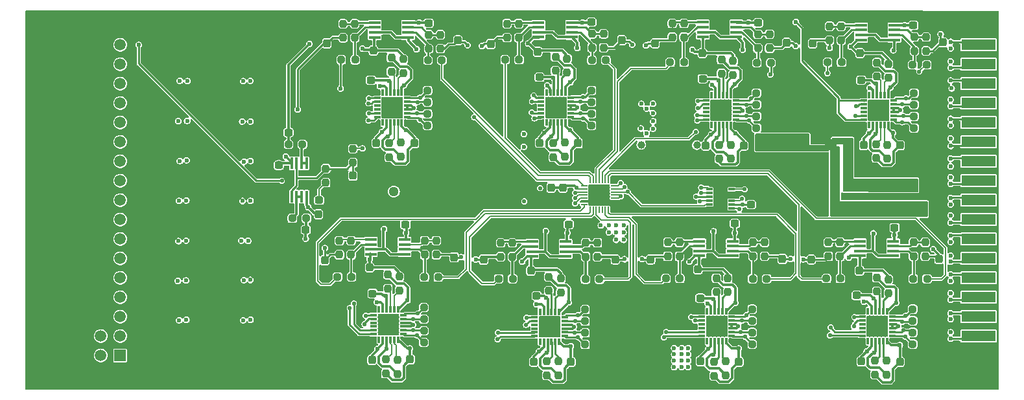
<source format=gbr>
%TF.GenerationSoftware,KiCad,Pcbnew,8.0.7*%
%TF.CreationDate,2024-12-28T14:56:54+01:00*%
%TF.ProjectId,A5256,41353235-362e-46b6-9963-61645f706362,rev?*%
%TF.SameCoordinates,Original*%
%TF.FileFunction,Copper,L1,Top*%
%TF.FilePolarity,Positive*%
%FSLAX46Y46*%
G04 Gerber Fmt 4.6, Leading zero omitted, Abs format (unit mm)*
G04 Created by KiCad (PCBNEW 8.0.7) date 2024-12-28 14:56:54*
%MOMM*%
%LPD*%
G01*
G04 APERTURE LIST*
G04 Aperture macros list*
%AMRoundRect*
0 Rectangle with rounded corners*
0 $1 Rounding radius*
0 $2 $3 $4 $5 $6 $7 $8 $9 X,Y pos of 4 corners*
0 Add a 4 corners polygon primitive as box body*
4,1,4,$2,$3,$4,$5,$6,$7,$8,$9,$2,$3,0*
0 Add four circle primitives for the rounded corners*
1,1,$1+$1,$2,$3*
1,1,$1+$1,$4,$5*
1,1,$1+$1,$6,$7*
1,1,$1+$1,$8,$9*
0 Add four rect primitives between the rounded corners*
20,1,$1+$1,$2,$3,$4,$5,0*
20,1,$1+$1,$4,$5,$6,$7,0*
20,1,$1+$1,$6,$7,$8,$9,0*
20,1,$1+$1,$8,$9,$2,$3,0*%
G04 Aperture macros list end*
%TA.AperFunction,EtchedComponent*%
%ADD10C,0.000000*%
%TD*%
%TA.AperFunction,SMDPad,CuDef*%
%ADD11RoundRect,0.237500X-0.250000X-0.237500X0.250000X-0.237500X0.250000X0.237500X-0.250000X0.237500X0*%
%TD*%
%TA.AperFunction,SMDPad,CuDef*%
%ADD12RoundRect,0.237500X-0.237500X0.300000X-0.237500X-0.300000X0.237500X-0.300000X0.237500X0.300000X0*%
%TD*%
%TA.AperFunction,SMDPad,CuDef*%
%ADD13RoundRect,0.237500X0.300000X0.237500X-0.300000X0.237500X-0.300000X-0.237500X0.300000X-0.237500X0*%
%TD*%
%TA.AperFunction,SMDPad,CuDef*%
%ADD14RoundRect,0.237500X-0.237500X0.250000X-0.237500X-0.250000X0.237500X-0.250000X0.237500X0.250000X0*%
%TD*%
%TA.AperFunction,SMDPad,CuDef*%
%ADD15RoundRect,0.237500X0.237500X-0.250000X0.237500X0.250000X-0.237500X0.250000X-0.237500X-0.250000X0*%
%TD*%
%TA.AperFunction,SMDPad,CuDef*%
%ADD16RoundRect,0.237500X-0.300000X-0.237500X0.300000X-0.237500X0.300000X0.237500X-0.300000X0.237500X0*%
%TD*%
%TA.AperFunction,SMDPad,CuDef*%
%ADD17RoundRect,0.237500X-0.287500X-0.237500X0.287500X-0.237500X0.287500X0.237500X-0.287500X0.237500X0*%
%TD*%
%TA.AperFunction,SMDPad,CuDef*%
%ADD18R,0.431800X1.498600*%
%TD*%
%TA.AperFunction,SMDPad,CuDef*%
%ADD19C,0.500000*%
%TD*%
%TA.AperFunction,SMDPad,CuDef*%
%ADD20R,0.300000X0.850000*%
%TD*%
%TA.AperFunction,SMDPad,CuDef*%
%ADD21R,0.850000X0.300000*%
%TD*%
%TA.AperFunction,SMDPad,CuDef*%
%ADD22R,2.700000X2.700000*%
%TD*%
%TA.AperFunction,SMDPad,CuDef*%
%ADD23R,1.498600X0.431800*%
%TD*%
%TA.AperFunction,SMDPad,CuDef*%
%ADD24R,0.850000X0.200000*%
%TD*%
%TA.AperFunction,SMDPad,CuDef*%
%ADD25R,0.200000X0.850000*%
%TD*%
%TA.AperFunction,SMDPad,CuDef*%
%ADD26RoundRect,0.237500X0.250000X0.237500X-0.250000X0.237500X-0.250000X-0.237500X0.250000X-0.237500X0*%
%TD*%
%TA.AperFunction,SMDPad,CuDef*%
%ADD27R,0.812800X0.304800*%
%TD*%
%TA.AperFunction,SMDPad,CuDef*%
%ADD28R,1.803400X3.403600*%
%TD*%
%TA.AperFunction,ComponentPad*%
%ADD29C,3.400000*%
%TD*%
%TA.AperFunction,ConnectorPad*%
%ADD30C,6.000000*%
%TD*%
%TA.AperFunction,ComponentPad*%
%ADD31R,1.500000X1.500000*%
%TD*%
%TA.AperFunction,ComponentPad*%
%ADD32C,1.500000*%
%TD*%
%TA.AperFunction,SMDPad,CuDef*%
%ADD33R,4.500000X1.400000*%
%TD*%
%TA.AperFunction,ComponentPad*%
%ADD34C,1.297940*%
%TD*%
%TA.AperFunction,ViaPad*%
%ADD35C,0.600000*%
%TD*%
%TA.AperFunction,ViaPad*%
%ADD36C,1.000000*%
%TD*%
%TA.AperFunction,ViaPad*%
%ADD37C,0.550000*%
%TD*%
%TA.AperFunction,Conductor*%
%ADD38C,0.200000*%
%TD*%
%TA.AperFunction,Conductor*%
%ADD39C,0.300000*%
%TD*%
%TA.AperFunction,Conductor*%
%ADD40C,0.230000*%
%TD*%
G04 APERTURE END LIST*
D10*
%TA.AperFunction,EtchedComponent*%
%TO.C,NT1*%
G36*
X194590000Y-90310000D02*
G01*
X193090000Y-90310000D01*
X193090000Y-88810000D01*
X194590000Y-88810000D01*
X194590000Y-90310000D01*
G37*
%TD.AperFunction*%
%TD*%
D11*
%TO.P,R92,1*%
%TO.N,/~{OUT8}*%
X140735000Y-115432500D03*
%TO.P,R92,2*%
%TO.N,GND*%
X142560000Y-115432500D03*
%TD*%
D12*
%TO.P,C23,1*%
%TO.N,/CH0/Vb*%
X131443850Y-93622500D03*
%TO.P,C23,2*%
%TO.N,GND*%
X131443850Y-95347500D03*
%TD*%
D13*
%TO.P,C60,1*%
%TO.N,4V5*%
X159637500Y-99975000D03*
%TO.P,C60,2*%
%TO.N,GND*%
X157912500Y-99975000D03*
%TD*%
D14*
%TO.P,R17,1*%
%TO.N,Net-(IC6-VREF)*%
X131468850Y-90097500D03*
%TO.P,R17,2*%
%TO.N,/CH0/Vb*%
X131468850Y-91922500D03*
%TD*%
D13*
%TO.P,C48,1*%
%TO.N,-4V5*%
X133837500Y-81115500D03*
%TO.P,C48,2*%
%TO.N,GND*%
X132112500Y-81115500D03*
%TD*%
D12*
%TO.P,C29,1*%
%TO.N,Net-(U4-INB+)*%
X191478000Y-76301400D03*
%TO.P,C29,2*%
%TO.N,GND*%
X191478000Y-78026400D03*
%TD*%
D11*
%TO.P,R108,1*%
%TO.N,/~{OUT10}*%
X161773700Y-115697100D03*
%TO.P,R108,2*%
%TO.N,GND*%
X163598700Y-115697100D03*
%TD*%
D14*
%TO.P,R144,1*%
%TO.N,Net-(U18-OUT_A)*%
X193528200Y-102338800D03*
%TO.P,R144,2*%
%TO.N,Net-(JP38-B)*%
X193528200Y-104163800D03*
%TD*%
D11*
%TO.P,R129,1*%
%TO.N,/VOUT10*%
X172320500Y-107059400D03*
%TO.P,R129,2*%
%TO.N,Net-(U16--IN_A)*%
X174145500Y-107059400D03*
%TD*%
D15*
%TO.P,R133,1*%
%TO.N,Net-(U17-LEA)*%
X201361200Y-109007100D03*
%TO.P,R133,2*%
%TO.N,-4V5*%
X201361200Y-107182100D03*
%TD*%
D13*
%TO.P,C17,1*%
%TO.N,/Vb2*%
X125306350Y-100685000D03*
%TO.P,C17,2*%
%TO.N,GND*%
X123581350Y-100685000D03*
%TD*%
D16*
%TO.P,C28,1*%
%TO.N,4V5*%
X204637500Y-73950000D03*
%TO.P,C28,2*%
%TO.N,GND*%
X206362500Y-73950000D03*
%TD*%
D17*
%TO.P,L2,1,1*%
%TO.N,Net-(L2-Pad1)*%
X127050000Y-96825000D03*
%TO.P,L2,2,2*%
%TO.N,GND*%
X128800000Y-96825000D03*
%TD*%
D14*
%TO.P,R77,1*%
%TO.N,Net-(U10-OUT_A)*%
X131711000Y-73742200D03*
%TO.P,R77,2*%
%TO.N,Net-(U10--IN_A)*%
X131711000Y-75567200D03*
%TD*%
D11*
%TO.P,R114,1*%
%TO.N,Net-(U16--IN_B)*%
X183648900Y-107110200D03*
%TO.P,R114,2*%
%TO.N,/VOUT11*%
X185473900Y-107110200D03*
%TD*%
D15*
%TO.P,R48,1*%
%TO.N,Net-(JP8-B)*%
X173160000Y-75515000D03*
%TO.P,R48,2*%
%TO.N,Net-(U6-OUT_A)*%
X173160000Y-73690000D03*
%TD*%
D11*
%TO.P,R30,1*%
%TO.N,Net-(U3--IN_B)*%
X204557500Y-79130000D03*
%TO.P,R30,2*%
%TO.N,Net-(U1-VOUTB)*%
X206382500Y-79130000D03*
%TD*%
D12*
%TO.P,C52,1*%
%TO.N,Net-(JP20-B)*%
X144680000Y-104297500D03*
%TO.P,C52,2*%
%TO.N,GND*%
X144680000Y-106022500D03*
%TD*%
D18*
%TO.P,U2,1,OUT_A*%
%TO.N,Net-(U2--IN_A)*%
X125403850Y-91997300D03*
%TO.P,U2,2,-IN_A*%
X124768850Y-91997300D03*
%TO.P,U2,3,+IN_A*%
%TO.N,/CH0/Vb*%
X124108450Y-91997300D03*
%TO.P,U2,4,V-*%
%TO.N,-4V5*%
X123473450Y-91997300D03*
%TO.P,U2,5,+IN_B*%
%TO.N,/CH0/Vb*%
X123473450Y-96366100D03*
%TO.P,U2,6,-IN_B*%
%TO.N,Net-(U2--IN_B)*%
X124108450Y-96366100D03*
%TO.P,U2,7,OUT_B*%
X124768850Y-96366100D03*
%TO.P,U2,8,V+*%
%TO.N,4V5*%
X125403850Y-96366100D03*
%TD*%
D11*
%TO.P,R65,1*%
%TO.N,/VOUT2*%
X151339300Y-78450300D03*
%TO.P,R65,2*%
%TO.N,Net-(U8--IN_A)*%
X153164300Y-78450300D03*
%TD*%
D16*
%TO.P,C32,1*%
%TO.N,4V5*%
X184347500Y-73630000D03*
%TO.P,C32,2*%
%TO.N,GND*%
X186072500Y-73630000D03*
%TD*%
D12*
%TO.P,C70,1*%
%TO.N,Net-(JP33-B)*%
X170347900Y-104558100D03*
%TO.P,C70,2*%
%TO.N,GND*%
X170347900Y-106283100D03*
%TD*%
%TO.P,C54,1*%
%TO.N,-4V5*%
X133660000Y-105636000D03*
%TO.P,C54,2*%
%TO.N,GND*%
X133660000Y-107361000D03*
%TD*%
D19*
%TO.P,NT1,1,1*%
%TO.N,/Power Supply/GND_diode*%
X194340000Y-90060000D03*
%TO.P,NT1,2,2*%
%TO.N,/Power Supply/GND_out*%
X193340000Y-90060000D03*
%TO.P,NT1,3,3*%
%TO.N,/Power Supply/GND_in*%
X194340000Y-89060000D03*
%TO.P,NT1,4,4*%
%TO.N,GND*%
X193340000Y-89060000D03*
%TD*%
D11*
%TO.P,R59,1*%
%TO.N,/OUT4*%
X162615000Y-85511500D03*
%TO.P,R59,2*%
%TO.N,GND*%
X164440000Y-85511500D03*
%TD*%
%TO.P,R34,1*%
%TO.N,Net-(U6--IN_B)*%
X184207700Y-78841100D03*
%TO.P,R34,2*%
%TO.N,/VOUT1*%
X186032700Y-78841100D03*
%TD*%
D12*
%TO.P,C18,1*%
%TO.N,4V5*%
X126967050Y-98681900D03*
%TO.P,C18,2*%
%TO.N,GND*%
X126967050Y-100406900D03*
%TD*%
D20*
%TO.P,U11,1,VCCOA_1*%
%TO.N,+1V7*%
X137358700Y-111144600D03*
%TO.P,U11,2,LEA*%
%TO.N,Net-(U11-LEA)*%
X136858700Y-111144600D03*
%TO.P,U11,3,~{LEA}*%
%TO.N,Net-(U11-~{LEA})*%
X136358700Y-111144600D03*
%TO.P,U11,4,VEEA*%
%TO.N,-4V5*%
X135858700Y-111144600D03*
%TO.P,U11,5,VCCIA*%
%TO.N,4V5*%
X135358700Y-111144600D03*
%TO.P,U11,6,RHYSA*%
%TO.N,unconnected-(U11-RHYSA-Pad6)*%
X134858700Y-111144600D03*
D21*
%TO.P,U11,7,INA-*%
%TO.N,Net-(JP21-C)*%
X134158700Y-111844600D03*
%TO.P,U11,8,INA+*%
%TO.N,/Signals 7-8/INA+*%
X134158700Y-112344600D03*
%TO.P,U11,9,RHREFA*%
%TO.N,unconnected-(U11-RHREFA-Pad9)*%
X134158700Y-112844600D03*
%TO.P,U11,10,RHREFB*%
%TO.N,unconnected-(U11-RHREFB-Pad10)*%
X134158700Y-113344600D03*
%TO.P,U11,11,INB+*%
%TO.N,/Signals 7-8/INB+*%
X134158700Y-113844600D03*
%TO.P,U11,12,INB-*%
%TO.N,Net-(JP24-C)*%
X134158700Y-114344600D03*
D20*
%TO.P,U11,13,RHYSB*%
%TO.N,unconnected-(U11-RHYSB-Pad13)*%
X134858700Y-115044600D03*
%TO.P,U11,14,VCCIB*%
%TO.N,4V5*%
X135358700Y-115044600D03*
%TO.P,U11,15,VEEB*%
%TO.N,-4V5*%
X135858700Y-115044600D03*
%TO.P,U11,16,~{LEB}*%
%TO.N,Net-(U11-~{LEB})*%
X136358700Y-115044600D03*
%TO.P,U11,17,LEB*%
%TO.N,Net-(U11-LEB)*%
X136858700Y-115044600D03*
%TO.P,U11,18,VCCOB_1*%
%TO.N,+1V7*%
X137358700Y-115044600D03*
D21*
%TO.P,U11,19,~{QB}*%
%TO.N,/~{OUT8}*%
X138058700Y-114344600D03*
%TO.P,U11,20,QB*%
%TO.N,/OUT8*%
X138058700Y-113844600D03*
%TO.P,U11,21,VCCOB_2*%
%TO.N,+1V7*%
X138058700Y-113344600D03*
%TO.P,U11,22,VCCOA_2*%
X138058700Y-112844600D03*
%TO.P,U11,23,QA*%
%TO.N,/OUT7*%
X138058700Y-112344600D03*
%TO.P,U11,24,~{QA}*%
%TO.N,/~{OUT7}*%
X138058700Y-111844600D03*
D22*
%TO.P,U11,25,EP*%
%TO.N,GND*%
X136108700Y-113094600D03*
%TD*%
D15*
%TO.P,R117,1*%
%TO.N,Net-(U15-LEA)*%
X180411200Y-108857100D03*
%TO.P,R117,2*%
%TO.N,-4V5*%
X180411200Y-107032100D03*
%TD*%
D11*
%TO.P,R122,1*%
%TO.N,/OUT11*%
X183596200Y-112596600D03*
%TO.P,R122,2*%
%TO.N,GND*%
X185421200Y-112596600D03*
%TD*%
D15*
%TO.P,R131,1*%
%TO.N,Net-(JP35-B)*%
X206177400Y-104160000D03*
%TO.P,R131,2*%
%TO.N,Net-(U18-OUT_B)*%
X206177400Y-102335000D03*
%TD*%
%TO.P,R18,1*%
%TO.N,Net-(L2-Pad1)*%
X127908650Y-94525000D03*
%TO.P,R18,2*%
%TO.N,/CH0/Vb*%
X127908650Y-92700000D03*
%TD*%
D20*
%TO.P,U5,1,VCCOA_1*%
%TO.N,+1V7*%
X180778700Y-83087600D03*
%TO.P,U5,2,LEA*%
%TO.N,Net-(U5-LEA)*%
X180278700Y-83087600D03*
%TO.P,U5,3,~{LEA}*%
%TO.N,Net-(U5-~{LEA})*%
X179778700Y-83087600D03*
%TO.P,U5,4,VEEA*%
%TO.N,-4V5*%
X179278700Y-83087600D03*
%TO.P,U5,5,VCCIA*%
%TO.N,4V5*%
X178778700Y-83087600D03*
%TO.P,U5,6,RHYSA*%
%TO.N,unconnected-(U5-RHYSA-Pad6)*%
X178278700Y-83087600D03*
D21*
%TO.P,U5,7,INA-*%
%TO.N,Net-(JP6-C)*%
X177578700Y-83787600D03*
%TO.P,U5,8,INA+*%
%TO.N,/Signals 1-2/INA+*%
X177578700Y-84287600D03*
%TO.P,U5,9,RHREFA*%
%TO.N,unconnected-(U5-RHREFA-Pad9)*%
X177578700Y-84787600D03*
%TO.P,U5,10,RHREFB*%
%TO.N,unconnected-(U5-RHREFB-Pad10)*%
X177578700Y-85287600D03*
%TO.P,U5,11,INB+*%
%TO.N,/Signals 1-2/INB+*%
X177578700Y-85787600D03*
%TO.P,U5,12,INB-*%
%TO.N,Net-(JP9-C)*%
X177578700Y-86287600D03*
D20*
%TO.P,U5,13,RHYSB*%
%TO.N,unconnected-(U5-RHYSB-Pad13)*%
X178278700Y-86987600D03*
%TO.P,U5,14,VCCIB*%
%TO.N,4V5*%
X178778700Y-86987600D03*
%TO.P,U5,15,VEEB*%
%TO.N,-4V5*%
X179278700Y-86987600D03*
%TO.P,U5,16,~{LEB}*%
%TO.N,Net-(U5-~{LEB})*%
X179778700Y-86987600D03*
%TO.P,U5,17,LEB*%
%TO.N,Net-(U5-LEB)*%
X180278700Y-86987600D03*
%TO.P,U5,18,VCCOB_1*%
%TO.N,+1V7*%
X180778700Y-86987600D03*
D21*
%TO.P,U5,19,~{QB}*%
%TO.N,/~{OUT2}*%
X181478700Y-86287600D03*
%TO.P,U5,20,QB*%
%TO.N,/OUT2*%
X181478700Y-85787600D03*
%TO.P,U5,21,VCCOB_2*%
%TO.N,+1V7*%
X181478700Y-85287600D03*
%TO.P,U5,22,VCCOA_2*%
X181478700Y-84787600D03*
%TO.P,U5,23,QA*%
%TO.N,/OUT1*%
X181478700Y-84287600D03*
%TO.P,U5,24,~{QA}*%
%TO.N,/~{OUT1}*%
X181478700Y-83787600D03*
D22*
%TO.P,U5,25,EP*%
%TO.N,GND*%
X179528700Y-85037600D03*
%TD*%
D11*
%TO.P,R22,1*%
%TO.N,/QA_CH0*%
X204715000Y-84330000D03*
%TO.P,R22,2*%
%TO.N,GND*%
X206540000Y-84330000D03*
%TD*%
D13*
%TO.P,C74,1*%
%TO.N,4V5*%
X202182500Y-100430000D03*
%TO.P,C74,2*%
%TO.N,GND*%
X200457500Y-100430000D03*
%TD*%
D20*
%TO.P,U7,1,VCCOA_1*%
%TO.N,+1V7*%
X159238700Y-82747600D03*
%TO.P,U7,2,LEA*%
%TO.N,Net-(U7-LEA)*%
X158738700Y-82747600D03*
%TO.P,U7,3,~{LEA}*%
%TO.N,Net-(U7-~{LEA})*%
X158238700Y-82747600D03*
%TO.P,U7,4,VEEA*%
%TO.N,-4V5*%
X157738700Y-82747600D03*
%TO.P,U7,5,VCCIA*%
%TO.N,4V5*%
X157238700Y-82747600D03*
%TO.P,U7,6,RHYSA*%
%TO.N,unconnected-(U7-RHYSA-Pad6)*%
X156738700Y-82747600D03*
D21*
%TO.P,U7,7,INA-*%
%TO.N,Net-(JP11-C)*%
X156038700Y-83447600D03*
%TO.P,U7,8,INA+*%
%TO.N,/Signals 3-4/INA+*%
X156038700Y-83947600D03*
%TO.P,U7,9,RHREFA*%
%TO.N,unconnected-(U7-RHREFA-Pad9)*%
X156038700Y-84447600D03*
%TO.P,U7,10,RHREFB*%
%TO.N,unconnected-(U7-RHREFB-Pad10)*%
X156038700Y-84947600D03*
%TO.P,U7,11,INB+*%
%TO.N,/Signals 3-4/INB+*%
X156038700Y-85447600D03*
%TO.P,U7,12,INB-*%
%TO.N,Net-(JP14-C)*%
X156038700Y-85947600D03*
D20*
%TO.P,U7,13,RHYSB*%
%TO.N,unconnected-(U7-RHYSB-Pad13)*%
X156738700Y-86647600D03*
%TO.P,U7,14,VCCIB*%
%TO.N,4V5*%
X157238700Y-86647600D03*
%TO.P,U7,15,VEEB*%
%TO.N,-4V5*%
X157738700Y-86647600D03*
%TO.P,U7,16,~{LEB}*%
%TO.N,Net-(U7-~{LEB})*%
X158238700Y-86647600D03*
%TO.P,U7,17,LEB*%
%TO.N,Net-(U7-LEB)*%
X158738700Y-86647600D03*
%TO.P,U7,18,VCCOB_1*%
%TO.N,+1V7*%
X159238700Y-86647600D03*
D21*
%TO.P,U7,19,~{QB}*%
%TO.N,/~{OUT4}*%
X159938700Y-85947600D03*
%TO.P,U7,20,QB*%
%TO.N,/OUT4*%
X159938700Y-85447600D03*
%TO.P,U7,21,VCCOB_2*%
%TO.N,+1V7*%
X159938700Y-84947600D03*
%TO.P,U7,22,VCCOA_2*%
X159938700Y-84447600D03*
%TO.P,U7,23,QA*%
%TO.N,/OUT3*%
X159938700Y-83947600D03*
%TO.P,U7,24,~{QA}*%
%TO.N,/~{OUT3}*%
X159938700Y-83447600D03*
D22*
%TO.P,U7,25,EP*%
%TO.N,GND*%
X157988700Y-84697600D03*
%TD*%
D11*
%TO.P,R75,1*%
%TO.N,/OUT6*%
X141212500Y-85524000D03*
%TO.P,R75,2*%
%TO.N,GND*%
X143037500Y-85524000D03*
%TD*%
D14*
%TO.P,R29,1*%
%TO.N,Net-(U3-OUT_B)*%
X204770000Y-75465000D03*
%TO.P,R29,2*%
%TO.N,Net-(U3--IN_B)*%
X204770000Y-77290000D03*
%TD*%
D12*
%TO.P,C45,1*%
%TO.N,Net-(JP15-B)*%
X145157500Y-75913000D03*
%TO.P,C45,2*%
%TO.N,GND*%
X145157500Y-77638000D03*
%TD*%
D20*
%TO.P,U17,1,VCCOA_1*%
%TO.N,+1V7*%
X201177400Y-111356700D03*
%TO.P,U17,2,LEA*%
%TO.N,Net-(U17-LEA)*%
X200677400Y-111356700D03*
%TO.P,U17,3,~{LEA}*%
%TO.N,Net-(U17-~{LEA})*%
X200177400Y-111356700D03*
%TO.P,U17,4,VEEA*%
%TO.N,-4V5*%
X199677400Y-111356700D03*
%TO.P,U17,5,VCCIA*%
%TO.N,4V5*%
X199177400Y-111356700D03*
%TO.P,U17,6,RHYSA*%
%TO.N,unconnected-(U17-RHYSA-Pad6)*%
X198677400Y-111356700D03*
D21*
%TO.P,U17,7,INA-*%
%TO.N,Net-(JP36-C)*%
X197977400Y-112056700D03*
%TO.P,U17,8,INA+*%
%TO.N,/Signals 13-14/INA+*%
X197977400Y-112556700D03*
%TO.P,U17,9,RHREFA*%
%TO.N,unconnected-(U17-RHREFA-Pad9)*%
X197977400Y-113056700D03*
%TO.P,U17,10,RHREFB*%
%TO.N,unconnected-(U17-RHREFB-Pad10)*%
X197977400Y-113556700D03*
%TO.P,U17,11,INB+*%
%TO.N,/Signals 13-14/INB+*%
X197977400Y-114056700D03*
%TO.P,U17,12,INB-*%
%TO.N,Net-(JP39-C)*%
X197977400Y-114556700D03*
D20*
%TO.P,U17,13,RHYSB*%
%TO.N,unconnected-(U17-RHYSB-Pad13)*%
X198677400Y-115256700D03*
%TO.P,U17,14,VCCIB*%
%TO.N,4V5*%
X199177400Y-115256700D03*
%TO.P,U17,15,VEEB*%
%TO.N,-4V5*%
X199677400Y-115256700D03*
%TO.P,U17,16,~{LEB}*%
%TO.N,Net-(U17-~{LEB})*%
X200177400Y-115256700D03*
%TO.P,U17,17,LEB*%
%TO.N,Net-(U17-LEB)*%
X200677400Y-115256700D03*
%TO.P,U17,18,VCCOB_1*%
%TO.N,+1V7*%
X201177400Y-115256700D03*
D21*
%TO.P,U17,19,~{QB}*%
%TO.N,/~{OUT14}*%
X201877400Y-114556700D03*
%TO.P,U17,20,QB*%
%TO.N,/OUT14*%
X201877400Y-114056700D03*
%TO.P,U17,21,VCCOB_2*%
%TO.N,+1V7*%
X201877400Y-113556700D03*
%TO.P,U17,22,VCCOA_2*%
X201877400Y-113056700D03*
%TO.P,U17,23,QA*%
%TO.N,/OUT13*%
X201877400Y-112556700D03*
%TO.P,U17,24,~{QA}*%
%TO.N,/~{OUT13}*%
X201877400Y-112056700D03*
D22*
%TO.P,U17,25,EP*%
%TO.N,GND*%
X199927400Y-113306700D03*
%TD*%
D14*
%TO.P,R96,1*%
%TO.N,Net-(U12-OUT_A)*%
X129709500Y-102126700D03*
%TO.P,R96,2*%
%TO.N,Net-(JP23-B)*%
X129709500Y-103951700D03*
%TD*%
D23*
%TO.P,U6,1,OUT_A*%
%TO.N,Net-(U6-OUT_A)*%
X177155600Y-73534800D03*
%TO.P,U6,2,-IN_A*%
%TO.N,Net-(U6--IN_A)*%
X177155600Y-74169800D03*
%TO.P,U6,3,+IN_A*%
%TO.N,/Vb1*%
X177155600Y-74830200D03*
%TO.P,U6,4,V-*%
%TO.N,-4V5*%
X177155600Y-75465200D03*
%TO.P,U6,5,+IN_B*%
%TO.N,/Vb1*%
X181524400Y-75465200D03*
%TO.P,U6,6,-IN_B*%
%TO.N,Net-(U6--IN_B)*%
X181524400Y-74830200D03*
%TO.P,U6,7,OUT_B*%
%TO.N,Net-(U6-OUT_B)*%
X181524400Y-74169800D03*
%TO.P,U6,8,V+*%
%TO.N,4V5*%
X181524400Y-73534800D03*
%TD*%
D12*
%TO.P,C51,1*%
%TO.N,4V5*%
X134500000Y-89317500D03*
%TO.P,C51,2*%
%TO.N,GND*%
X134500000Y-91042500D03*
%TD*%
D11*
%TO.P,R58,1*%
%TO.N,/OUT3*%
X162615000Y-83987500D03*
%TO.P,R58,2*%
%TO.N,GND*%
X164440000Y-83987500D03*
%TD*%
%TO.P,R66,1*%
%TO.N,Net-(U10--IN_B)*%
X141265200Y-78513600D03*
%TO.P,R66,2*%
%TO.N,/VOUT5*%
X143090200Y-78513600D03*
%TD*%
D12*
%TO.P,C38,1*%
%TO.N,Net-(JP10-B)*%
X166560000Y-75900500D03*
%TO.P,C38,2*%
%TO.N,GND*%
X166560000Y-77625500D03*
%TD*%
D15*
%TO.P,R47,1*%
%TO.N,-4V5*%
X180775000Y-91387500D03*
%TO.P,R47,2*%
%TO.N,Net-(U5-LEB)*%
X180775000Y-89562500D03*
%TD*%
%TO.P,R84,1*%
%TO.N,Net-(U11-~{LEA})*%
X136040000Y-108392500D03*
%TO.P,R84,2*%
%TO.N,+1V7*%
X136040000Y-106567500D03*
%TD*%
%TO.P,R99,1*%
%TO.N,Net-(JP25-B)*%
X163397400Y-104212500D03*
%TO.P,R99,2*%
%TO.N,Net-(U14-OUT_B)*%
X163397400Y-102387500D03*
%TD*%
D24*
%TO.P,IC6,1,VOUT0*%
%TO.N,/VOUT4*%
X161670000Y-94950000D03*
%TO.P,IC6,2,VDD*%
%TO.N,4V5*%
X161670000Y-95350000D03*
%TO.P,IC6,3,SCL*%
%TO.N,/CH0/SCL*%
X161670000Y-95750000D03*
%TO.P,IC6,4,A0*%
%TO.N,/CH0/A0*%
X161670000Y-96150000D03*
%TO.P,IC6,5,A1*%
%TO.N,/CH0/A1*%
X161670000Y-96550000D03*
%TO.P,IC6,6,GAIN*%
%TO.N,GND*%
X161670000Y-96950000D03*
%TO.P,IC6,7,VOUT7*%
%TO.N,/VOUT6*%
X161670000Y-97350000D03*
D25*
%TO.P,IC6,8,VOUT6*%
%TO.N,/VOUT7*%
X162420000Y-98100000D03*
%TO.P,IC6,9,VOUT5*%
%TO.N,/VOUT8*%
X162820000Y-98100000D03*
%TO.P,IC6,10,VOUT4*%
%TO.N,/VOUT9*%
X163220000Y-98100000D03*
%TO.P,IC6,11,VOUT15*%
%TO.N,unconnected-(IC6-VOUT15-Pad11)*%
X163620000Y-98100000D03*
%TO.P,IC6,12,VOUT14*%
%TO.N,unconnected-(IC6-VOUT14-Pad12)*%
X164020000Y-98100000D03*
%TO.P,IC6,13,VOUT13*%
%TO.N,/VOUT10*%
X164420000Y-98100000D03*
%TO.P,IC6,14,VOUT12*%
%TO.N,/VOUT11*%
X164820000Y-98100000D03*
D24*
%TO.P,IC6,15,GND_1*%
%TO.N,GND*%
X165570000Y-97350000D03*
%TO.P,IC6,16,GND_2*%
X165570000Y-96950000D03*
%TO.P,IC6,17,~{LDAC}*%
%TO.N,4V5*%
X165570000Y-96550000D03*
%TO.P,IC6,18,VLOGIC*%
X165570000Y-96150000D03*
%TO.P,IC6,19,SDA*%
%TO.N,/CH0/SDA*%
X165570000Y-95750000D03*
%TO.P,IC6,20,~{RESET}*%
%TO.N,4V5*%
X165570000Y-95350000D03*
%TO.P,IC6,21,VREF*%
%TO.N,Net-(IC6-VREF)*%
X165570000Y-94950000D03*
D25*
%TO.P,IC6,22,VOUT11*%
%TO.N,/VOUT12*%
X164820000Y-94200000D03*
%TO.P,IC6,23,VOUT10*%
%TO.N,/VOUT13*%
X164420000Y-94200000D03*
%TO.P,IC6,24,VOUT9*%
%TO.N,/VOUT1*%
X164020000Y-94200000D03*
%TO.P,IC6,25,VOUT8*%
%TO.N,/VOUT0*%
X163620000Y-94200000D03*
%TO.P,IC6,26,VOUT3*%
%TO.N,/VOUT3*%
X163220000Y-94200000D03*
%TO.P,IC6,27,VOUT2*%
%TO.N,/VOUT2*%
X162820000Y-94200000D03*
%TO.P,IC6,28,VOUT1*%
%TO.N,/VOUT5*%
X162420000Y-94200000D03*
D22*
%TO.P,IC6,29,EPAD*%
%TO.N,GND*%
X163620000Y-96150000D03*
%TD*%
D15*
%TO.P,R83,1*%
%TO.N,Net-(JP20-B)*%
X142358700Y-103947900D03*
%TO.P,R83,2*%
%TO.N,Net-(U12-OUT_B)*%
X142358700Y-102122900D03*
%TD*%
D11*
%TO.P,R135,1*%
%TO.N,/~{OUT13}*%
X204553700Y-111072600D03*
%TO.P,R135,2*%
%TO.N,GND*%
X206378700Y-111072600D03*
%TD*%
%TO.P,R21,1*%
%TO.N,Net-(U1-VOUTA)*%
X193440600Y-78792700D03*
%TO.P,R21,2*%
%TO.N,Net-(U3--IN_A)*%
X195265600Y-78792700D03*
%TD*%
D15*
%TO.P,R67,1*%
%TO.N,Net-(JP15-B)*%
X142875000Y-77000000D03*
%TO.P,R67,2*%
%TO.N,Net-(U10-OUT_B)*%
X142875000Y-75175000D03*
%TD*%
D11*
%TO.P,R76,1*%
%TO.N,/~{OUT6}*%
X141212500Y-87048000D03*
%TO.P,R76,2*%
%TO.N,GND*%
X143037500Y-87048000D03*
%TD*%
D12*
%TO.P,C42,1*%
%TO.N,+1V7*%
X160850000Y-89387500D03*
%TO.P,C42,2*%
%TO.N,GND*%
X160850000Y-91112500D03*
%TD*%
D14*
%TO.P,R32,1*%
%TO.N,Net-(U3-OUT_B)*%
X206300000Y-75475000D03*
%TO.P,R32,2*%
%TO.N,Net-(U4-INA+)*%
X206300000Y-77300000D03*
%TD*%
D12*
%TO.P,C59,1*%
%TO.N,Net-(JP25-B)*%
X165718700Y-104562100D03*
%TO.P,C59,2*%
%TO.N,GND*%
X165718700Y-106287100D03*
%TD*%
D20*
%TO.P,U9,1,VCCOA_1*%
%TO.N,+1V7*%
X137836200Y-82760100D03*
%TO.P,U9,2,LEA*%
%TO.N,Net-(U9-LEA)*%
X137336200Y-82760100D03*
%TO.P,U9,3,~{LEA}*%
%TO.N,Net-(U9-~{LEA})*%
X136836200Y-82760100D03*
%TO.P,U9,4,VEEA*%
%TO.N,-4V5*%
X136336200Y-82760100D03*
%TO.P,U9,5,VCCIA*%
%TO.N,4V5*%
X135836200Y-82760100D03*
%TO.P,U9,6,RHYSA*%
%TO.N,unconnected-(U9-RHYSA-Pad6)*%
X135336200Y-82760100D03*
D21*
%TO.P,U9,7,INA-*%
%TO.N,Net-(JP16-C)*%
X134636200Y-83460100D03*
%TO.P,U9,8,INA+*%
%TO.N,/Signals 5-6/INA+*%
X134636200Y-83960100D03*
%TO.P,U9,9,RHREFA*%
%TO.N,unconnected-(U9-RHREFA-Pad9)*%
X134636200Y-84460100D03*
%TO.P,U9,10,RHREFB*%
%TO.N,unconnected-(U9-RHREFB-Pad10)*%
X134636200Y-84960100D03*
%TO.P,U9,11,INB+*%
%TO.N,/Signals 5-6/INB+*%
X134636200Y-85460100D03*
%TO.P,U9,12,INB-*%
%TO.N,Net-(JP19-C)*%
X134636200Y-85960100D03*
D20*
%TO.P,U9,13,RHYSB*%
%TO.N,unconnected-(U9-RHYSB-Pad13)*%
X135336200Y-86660100D03*
%TO.P,U9,14,VCCIB*%
%TO.N,4V5*%
X135836200Y-86660100D03*
%TO.P,U9,15,VEEB*%
%TO.N,-4V5*%
X136336200Y-86660100D03*
%TO.P,U9,16,~{LEB}*%
%TO.N,Net-(U9-~{LEB})*%
X136836200Y-86660100D03*
%TO.P,U9,17,LEB*%
%TO.N,Net-(U9-LEB)*%
X137336200Y-86660100D03*
%TO.P,U9,18,VCCOB_1*%
%TO.N,+1V7*%
X137836200Y-86660100D03*
D21*
%TO.P,U9,19,~{QB}*%
%TO.N,/~{OUT6}*%
X138536200Y-85960100D03*
%TO.P,U9,20,QB*%
%TO.N,/OUT6*%
X138536200Y-85460100D03*
%TO.P,U9,21,VCCOB_2*%
%TO.N,+1V7*%
X138536200Y-84960100D03*
%TO.P,U9,22,VCCOA_2*%
X138536200Y-84460100D03*
%TO.P,U9,23,QA*%
%TO.N,/OUT5*%
X138536200Y-83960100D03*
%TO.P,U9,24,~{QA}*%
%TO.N,/~{OUT5}*%
X138536200Y-83460100D03*
D22*
%TO.P,U9,25,EP*%
%TO.N,GND*%
X136586200Y-84710100D03*
%TD*%
D16*
%TO.P,C46,1*%
%TO.N,4V5*%
X141337500Y-73675000D03*
%TO.P,C46,2*%
%TO.N,GND*%
X143062500Y-73675000D03*
%TD*%
D12*
%TO.P,C58,1*%
%TO.N,4V5*%
X133951200Y-117720000D03*
%TO.P,C58,2*%
%TO.N,GND*%
X133951200Y-119445000D03*
%TD*%
D14*
%TO.P,R93,1*%
%TO.N,Net-(U12-OUT_A)*%
X131233500Y-102126700D03*
%TO.P,R93,2*%
%TO.N,Net-(U12--IN_A)*%
X131233500Y-103951700D03*
%TD*%
D15*
%TO.P,R62,1*%
%TO.N,+1V7*%
X157630000Y-91212500D03*
%TO.P,R62,2*%
%TO.N,Net-(U7-~{LEB})*%
X157630000Y-89387500D03*
%TD*%
D11*
%TO.P,R55,1*%
%TO.N,/~{OUT3}*%
X162615000Y-82463500D03*
%TO.P,R55,2*%
%TO.N,GND*%
X164440000Y-82463500D03*
%TD*%
%TO.P,R139,1*%
%TO.N,/OUT14*%
X204553700Y-114120600D03*
%TO.P,R139,2*%
%TO.N,GND*%
X206378700Y-114120600D03*
%TD*%
D15*
%TO.P,R70,1*%
%TO.N,Net-(U10--IN_B)*%
X141351000Y-77001900D03*
%TO.P,R70,2*%
%TO.N,Net-(U10-OUT_B)*%
X141351000Y-75176900D03*
%TD*%
%TO.P,R52,1*%
%TO.N,Net-(U7-~{LEA})*%
X157910000Y-79872500D03*
%TO.P,R52,2*%
%TO.N,+1V7*%
X157910000Y-78047500D03*
%TD*%
D11*
%TO.P,R87,1*%
%TO.N,/~{OUT7}*%
X140735000Y-110860500D03*
%TO.P,R87,2*%
%TO.N,GND*%
X142560000Y-110860500D03*
%TD*%
D23*
%TO.P,U14,1,OUT_A*%
%TO.N,Net-(U14-OUT_A)*%
X154863000Y-102235100D03*
%TO.P,U14,2,-IN_A*%
%TO.N,Net-(U14--IN_A)*%
X154863000Y-102870100D03*
%TO.P,U14,3,+IN_A*%
%TO.N,/Vb2*%
X154863000Y-103530500D03*
%TO.P,U14,4,V-*%
%TO.N,-4V5*%
X154863000Y-104165500D03*
%TO.P,U14,5,+IN_B*%
%TO.N,/Vb2*%
X159231800Y-104165500D03*
%TO.P,U14,6,-IN_B*%
%TO.N,Net-(U14--IN_B)*%
X159231800Y-103530500D03*
%TO.P,U14,7,OUT_B*%
%TO.N,Net-(U14-OUT_B)*%
X159231800Y-102870100D03*
%TO.P,U14,8,V+*%
%TO.N,4V5*%
X159231800Y-102235100D03*
%TD*%
D12*
%TO.P,C77,1*%
%TO.N,Net-(JP38-B)*%
X191305400Y-104558100D03*
%TO.P,C77,2*%
%TO.N,GND*%
X191305400Y-106283100D03*
%TD*%
D11*
%TO.P,R103,1*%
%TO.N,/~{OUT9}*%
X161773700Y-111125100D03*
%TO.P,R103,2*%
%TO.N,GND*%
X163598700Y-111125100D03*
%TD*%
%TO.P,R49,1*%
%TO.N,/VOUT0*%
X172879300Y-78790300D03*
%TO.P,R49,2*%
%TO.N,Net-(U6--IN_A)*%
X174704300Y-78790300D03*
%TD*%
%TO.P,R39,1*%
%TO.N,/~{OUT1}*%
X184155000Y-82803500D03*
%TO.P,R39,2*%
%TO.N,GND*%
X185980000Y-82803500D03*
%TD*%
D13*
%TO.P,C62,1*%
%TO.N,-4V5*%
X155448700Y-109334600D03*
%TO.P,C62,2*%
%TO.N,GND*%
X153723700Y-109334600D03*
%TD*%
D14*
%TO.P,R27,1*%
%TO.N,Net-(U4-~{LEB})*%
X199775000Y-89487500D03*
%TO.P,R27,2*%
%TO.N,+1V7*%
X199775000Y-91312500D03*
%TD*%
D26*
%TO.P,R15,1*%
%TO.N,/Vb2*%
X125383650Y-99182500D03*
%TO.P,R15,2*%
%TO.N,Net-(U2--IN_B)*%
X123558650Y-99182500D03*
%TD*%
D11*
%TO.P,R119,1*%
%TO.N,/~{OUT11}*%
X183596200Y-111072600D03*
%TO.P,R119,2*%
%TO.N,GND*%
X185421200Y-111072600D03*
%TD*%
D15*
%TO.P,R132,1*%
%TO.N,Net-(U17-~{LEA})*%
X199840000Y-108752500D03*
%TO.P,R132,2*%
%TO.N,+1V7*%
X199840000Y-106927500D03*
%TD*%
D23*
%TO.P,U16,1,OUT_A*%
%TO.N,Net-(U16-OUT_A)*%
X176685500Y-102182600D03*
%TO.P,U16,2,-IN_A*%
%TO.N,Net-(U16--IN_A)*%
X176685500Y-102817600D03*
%TO.P,U16,3,+IN_A*%
%TO.N,/Vb2*%
X176685500Y-103478000D03*
%TO.P,U16,4,V-*%
%TO.N,-4V5*%
X176685500Y-104113000D03*
%TO.P,U16,5,+IN_B*%
%TO.N,/Vb2*%
X181054300Y-104113000D03*
%TO.P,U16,6,-IN_B*%
%TO.N,Net-(U16--IN_B)*%
X181054300Y-103478000D03*
%TO.P,U16,7,OUT_B*%
%TO.N,Net-(U16-OUT_B)*%
X181054300Y-102817600D03*
%TO.P,U16,8,V+*%
%TO.N,4V5*%
X181054300Y-102182600D03*
%TD*%
%TO.P,U8,1,OUT_A*%
%TO.N,Net-(U8-OUT_A)*%
X155704300Y-73573500D03*
%TO.P,U8,2,-IN_A*%
%TO.N,Net-(U8--IN_A)*%
X155704300Y-74208500D03*
%TO.P,U8,3,+IN_A*%
%TO.N,/Vb1*%
X155704300Y-74868900D03*
%TO.P,U8,4,V-*%
%TO.N,-4V5*%
X155704300Y-75503900D03*
%TO.P,U8,5,+IN_B*%
%TO.N,/Vb1*%
X160073100Y-75503900D03*
%TO.P,U8,6,-IN_B*%
%TO.N,Net-(U8--IN_B)*%
X160073100Y-74868900D03*
%TO.P,U8,7,OUT_B*%
%TO.N,Net-(U8-OUT_B)*%
X160073100Y-74208500D03*
%TO.P,U8,8,V+*%
%TO.N,4V5*%
X160073100Y-73573500D03*
%TD*%
D11*
%TO.P,R98,1*%
%TO.N,Net-(U14--IN_B)*%
X161826400Y-107162700D03*
%TO.P,R98,2*%
%TO.N,/VOUT9*%
X163651400Y-107162700D03*
%TD*%
D14*
%TO.P,R141,1*%
%TO.N,Net-(U18-OUT_A)*%
X195052200Y-102338800D03*
%TO.P,R141,2*%
%TO.N,Net-(U18--IN_A)*%
X195052200Y-104163800D03*
%TD*%
D11*
%TO.P,R82,1*%
%TO.N,Net-(U12--IN_B)*%
X140787700Y-106898100D03*
%TO.P,R82,2*%
%TO.N,/VOUT7*%
X142612700Y-106898100D03*
%TD*%
%TO.P,R19,1*%
%TO.N,/~{QB}_CH0*%
X204715000Y-87380000D03*
%TO.P,R19,2*%
%TO.N,GND*%
X206540000Y-87380000D03*
%TD*%
%TO.P,R71,1*%
%TO.N,/~{OUT5}*%
X141212500Y-82476000D03*
%TO.P,R71,2*%
%TO.N,GND*%
X143037500Y-82476000D03*
%TD*%
D15*
%TO.P,R37,1*%
%TO.N,Net-(U5-LEA)*%
X181100000Y-80452500D03*
%TO.P,R37,2*%
%TO.N,-4V5*%
X181100000Y-78627500D03*
%TD*%
D11*
%TO.P,R130,1*%
%TO.N,Net-(U18--IN_B)*%
X204606400Y-107110200D03*
%TO.P,R130,2*%
%TO.N,/VOUT13*%
X206431400Y-107110200D03*
%TD*%
D15*
%TO.P,R23,1*%
%TO.N,Net-(U3--IN_A)*%
X195214800Y-75897100D03*
%TO.P,R23,2*%
%TO.N,Net-(U3-OUT_A)*%
X195214800Y-74072100D03*
%TD*%
%TO.P,R51,1*%
%TO.N,Net-(JP10-B)*%
X164200000Y-76887500D03*
%TO.P,R51,2*%
%TO.N,Net-(U8-OUT_B)*%
X164200000Y-75062500D03*
%TD*%
D13*
%TO.P,C76,1*%
%TO.N,-4V5*%
X197248700Y-109284600D03*
%TO.P,C76,2*%
%TO.N,GND*%
X195523700Y-109284600D03*
%TD*%
D12*
%TO.P,C79,1*%
%TO.N,4V5*%
X197831200Y-117922100D03*
%TO.P,C79,2*%
%TO.N,GND*%
X197831200Y-119647100D03*
%TD*%
D15*
%TO.P,R46,1*%
%TO.N,+1V7*%
X179300000Y-91412500D03*
%TO.P,R46,2*%
%TO.N,Net-(U5-~{LEB})*%
X179300000Y-89587500D03*
%TD*%
%TO.P,R35,1*%
%TO.N,Net-(JP5-B)*%
X185854000Y-76933100D03*
%TO.P,R35,2*%
%TO.N,Net-(U6-OUT_B)*%
X185854000Y-75108100D03*
%TD*%
D14*
%TO.P,R128,1*%
%TO.N,Net-(U16-OUT_A)*%
X172570700Y-102338800D03*
%TO.P,R128,2*%
%TO.N,Net-(JP33-B)*%
X172570700Y-104163800D03*
%TD*%
D15*
%TO.P,R36,1*%
%TO.N,Net-(U5-~{LEA})*%
X179590000Y-80252500D03*
%TO.P,R36,2*%
%TO.N,+1V7*%
X179590000Y-78427500D03*
%TD*%
%TO.P,R95,1*%
%TO.N,-4V5*%
X137261200Y-119537100D03*
%TO.P,R95,2*%
%TO.N,Net-(U11-LEB)*%
X137261200Y-117712100D03*
%TD*%
D11*
%TO.P,R107,1*%
%TO.N,/OUT10*%
X161773700Y-114173100D03*
%TO.P,R107,2*%
%TO.N,GND*%
X163598700Y-114173100D03*
%TD*%
%TO.P,R106,1*%
%TO.N,/OUT9*%
X161773700Y-112649100D03*
%TO.P,R106,2*%
%TO.N,GND*%
X163598700Y-112649100D03*
%TD*%
D13*
%TO.P,C69,1*%
%TO.N,-4V5*%
X176842500Y-109630000D03*
%TO.P,C69,2*%
%TO.N,GND*%
X175117500Y-109630000D03*
%TD*%
D12*
%TO.P,C75,1*%
%TO.N,-4V5*%
X197591200Y-106022100D03*
%TO.P,C75,2*%
%TO.N,GND*%
X197591200Y-107747100D03*
%TD*%
D16*
%TO.P,C39,1*%
%TO.N,4V5*%
X162612500Y-73525000D03*
%TO.P,C39,2*%
%TO.N,GND*%
X164337500Y-73525000D03*
%TD*%
D11*
%TO.P,R81,1*%
%TO.N,/VOUT4*%
X129936800Y-78462800D03*
%TO.P,R81,2*%
%TO.N,Net-(U10--IN_A)*%
X131761800Y-78462800D03*
%TD*%
D15*
%TO.P,R101,1*%
%TO.N,Net-(U13-LEA)*%
X158588700Y-108909600D03*
%TO.P,R101,2*%
%TO.N,-4V5*%
X158588700Y-107084600D03*
%TD*%
D11*
%TO.P,R113,1*%
%TO.N,/VOUT8*%
X150498000Y-107111900D03*
%TO.P,R113,2*%
%TO.N,Net-(U14--IN_A)*%
X152323000Y-107111900D03*
%TD*%
D14*
%TO.P,R64,1*%
%TO.N,Net-(U8-OUT_A)*%
X151589500Y-73729700D03*
%TO.P,R64,2*%
%TO.N,Net-(JP13-B)*%
X151589500Y-75554700D03*
%TD*%
D12*
%TO.P,C47,1*%
%TO.N,-4V5*%
X134137500Y-77251500D03*
%TO.P,C47,2*%
%TO.N,GND*%
X134137500Y-78976500D03*
%TD*%
D15*
%TO.P,R69,1*%
%TO.N,Net-(U9-LEA)*%
X138060000Y-80182500D03*
%TO.P,R69,2*%
%TO.N,-4V5*%
X138060000Y-78357500D03*
%TD*%
D11*
%TO.P,R138,1*%
%TO.N,/OUT13*%
X204553700Y-112596600D03*
%TO.P,R138,2*%
%TO.N,GND*%
X206378700Y-112596600D03*
%TD*%
D12*
%TO.P,C80,1*%
%TO.N,4V5*%
X157346030Y-95177500D03*
%TO.P,C80,2*%
%TO.N,GND*%
X157346030Y-96902500D03*
%TD*%
D15*
%TO.P,R54,1*%
%TO.N,Net-(U8--IN_B)*%
X162676000Y-76889400D03*
%TO.P,R54,2*%
%TO.N,Net-(U8-OUT_B)*%
X162676000Y-75064400D03*
%TD*%
D27*
%TO.P,U1,1,CA0*%
%TO.N,/CH0/CA0*%
X178005870Y-95400000D03*
%TO.P,U1,2,CA1*%
%TO.N,/CH0/CA1*%
X178005870Y-95900000D03*
%TO.P,U1,3,\u002ALDAC*%
%TO.N,4V5*%
X178005870Y-96400000D03*
%TO.P,U1,4,SCL*%
%TO.N,/CH0/SCL*%
X178005870Y-96900000D03*
%TO.P,U1,5,SDA*%
%TO.N,/CH0/SDA*%
X178005870Y-97400000D03*
%TO.P,U1,6,CA2*%
%TO.N,GND*%
X178005870Y-97900000D03*
%TO.P,U1,7,VOUTB*%
%TO.N,Net-(U1-VOUTB)*%
X180901470Y-97900000D03*
%TO.P,U1,8,VCC*%
%TO.N,4V5*%
X180901470Y-97400000D03*
%TO.P,U1,9,REF*%
%TO.N,Net-(IC6-VREF)*%
X180901470Y-96900000D03*
%TO.P,U1,10,GND*%
%TO.N,GND*%
X180901470Y-96400000D03*
%TO.P,U1,11,REFLO*%
X180901470Y-95900000D03*
%TO.P,U1,12,VOUTA*%
%TO.N,Net-(U1-VOUTA)*%
X180901470Y-95400000D03*
D28*
%TO.P,U1,13,EPAD*%
%TO.N,GND*%
X179453670Y-96650000D03*
%TD*%
D12*
%TO.P,C71,1*%
%TO.N,+1V7*%
X181861200Y-117962100D03*
%TO.P,C71,2*%
%TO.N,GND*%
X181861200Y-119687100D03*
%TD*%
D11*
%TO.P,R123,1*%
%TO.N,/OUT12*%
X183596200Y-114120600D03*
%TO.P,R123,2*%
%TO.N,GND*%
X185421200Y-114120600D03*
%TD*%
D23*
%TO.P,U3,1,OUT_A*%
%TO.N,Net-(U3-OUT_A)*%
X197805600Y-73915900D03*
%TO.P,U3,2,-IN_A*%
%TO.N,Net-(U3--IN_A)*%
X197805600Y-74550900D03*
%TO.P,U3,3,+IN_A*%
%TO.N,/Vb1*%
X197805600Y-75211300D03*
%TO.P,U3,4,V-*%
%TO.N,-4V5*%
X197805600Y-75846300D03*
%TO.P,U3,5,+IN_B*%
%TO.N,/Vb1*%
X202174400Y-75846300D03*
%TO.P,U3,6,-IN_B*%
%TO.N,Net-(U3--IN_B)*%
X202174400Y-75211300D03*
%TO.P,U3,7,OUT_B*%
%TO.N,Net-(U3-OUT_B)*%
X202174400Y-74550900D03*
%TO.P,U3,8,V+*%
%TO.N,4V5*%
X202174400Y-73915900D03*
%TD*%
D12*
%TO.P,C43,1*%
%TO.N,Net-(JP13-B)*%
X149450000Y-76407500D03*
%TO.P,C43,2*%
%TO.N,GND*%
X149450000Y-78132500D03*
%TD*%
D16*
%TO.P,C21,1*%
%TO.N,/Vb1*%
X123041350Y-87965000D03*
%TO.P,C21,2*%
%TO.N,GND*%
X124766350Y-87965000D03*
%TD*%
D12*
%TO.P,C31,1*%
%TO.N,Net-(JP5-B)*%
X188100000Y-76240500D03*
%TO.P,C31,2*%
%TO.N,GND*%
X188100000Y-77965500D03*
%TD*%
D14*
%TO.P,R31,1*%
%TO.N,Net-(U3-OUT_A)*%
X193690800Y-74072100D03*
%TO.P,R31,2*%
%TO.N,Net-(U4-INB+)*%
X193690800Y-75897100D03*
%TD*%
D12*
%TO.P,C61,1*%
%TO.N,-4V5*%
X154698700Y-106037500D03*
%TO.P,C61,2*%
%TO.N,GND*%
X154698700Y-107762500D03*
%TD*%
%TO.P,C57,1*%
%TO.N,Net-(JP23-B)*%
X127769900Y-104682900D03*
%TO.P,C57,2*%
%TO.N,GND*%
X127769900Y-106407900D03*
%TD*%
D11*
%TO.P,R124,1*%
%TO.N,/~{OUT12}*%
X183596200Y-115644600D03*
%TO.P,R124,2*%
%TO.N,GND*%
X185421200Y-115644600D03*
%TD*%
%TO.P,R50,1*%
%TO.N,Net-(U8--IN_B)*%
X162667700Y-78501100D03*
%TO.P,R50,2*%
%TO.N,/VOUT3*%
X164492700Y-78501100D03*
%TD*%
%TO.P,R97,1*%
%TO.N,/VOUT6*%
X129459300Y-106847300D03*
%TO.P,R97,2*%
%TO.N,Net-(U12--IN_A)*%
X131284300Y-106847300D03*
%TD*%
D12*
%TO.P,C72,1*%
%TO.N,4V5*%
X176821200Y-117902100D03*
%TO.P,C72,2*%
%TO.N,GND*%
X176821200Y-119627100D03*
%TD*%
D15*
%TO.P,R127,1*%
%TO.N,-4V5*%
X180131200Y-119707100D03*
%TO.P,R127,2*%
%TO.N,Net-(U15-LEB)*%
X180131200Y-117882100D03*
%TD*%
D14*
%TO.P,R109,1*%
%TO.N,Net-(U14-OUT_A)*%
X152272200Y-102391300D03*
%TO.P,R109,2*%
%TO.N,Net-(U14--IN_A)*%
X152272200Y-104216300D03*
%TD*%
D12*
%TO.P,C33,1*%
%TO.N,-4V5*%
X177080000Y-77579000D03*
%TO.P,C33,2*%
%TO.N,GND*%
X177080000Y-79304000D03*
%TD*%
D11*
%TO.P,R42,1*%
%TO.N,/OUT1*%
X184155000Y-84327500D03*
%TO.P,R42,2*%
%TO.N,GND*%
X185980000Y-84327500D03*
%TD*%
D15*
%TO.P,R85,1*%
%TO.N,Net-(U11-LEA)*%
X137550000Y-108645000D03*
%TO.P,R85,2*%
%TO.N,-4V5*%
X137550000Y-106820000D03*
%TD*%
D12*
%TO.P,C68,1*%
%TO.N,-4V5*%
X176521200Y-105848100D03*
%TO.P,C68,2*%
%TO.N,GND*%
X176521200Y-107573100D03*
%TD*%
D13*
%TO.P,C20,1*%
%TO.N,-4V5*%
X121767850Y-92260000D03*
%TO.P,C20,2*%
%TO.N,GND*%
X120042850Y-92260000D03*
%TD*%
%TO.P,C34,1*%
%TO.N,-4V5*%
X177137500Y-80940500D03*
%TO.P,C34,2*%
%TO.N,GND*%
X175412500Y-80940500D03*
%TD*%
D12*
%TO.P,C73,1*%
%TO.N,Net-(JP35-B)*%
X207960000Y-104517500D03*
%TO.P,C73,2*%
%TO.N,GND*%
X207960000Y-106242500D03*
%TD*%
D11*
%TO.P,R20,1*%
%TO.N,/QB_CH0*%
X204715000Y-85860000D03*
%TO.P,R20,2*%
%TO.N,GND*%
X206540000Y-85860000D03*
%TD*%
D15*
%TO.P,R100,1*%
%TO.N,Net-(U13-~{LEA})*%
X157050000Y-108662500D03*
%TO.P,R100,2*%
%TO.N,+1V7*%
X157050000Y-106837500D03*
%TD*%
D12*
%TO.P,C37,1*%
%TO.N,4V5*%
X177550000Y-89662500D03*
%TO.P,C37,2*%
%TO.N,GND*%
X177550000Y-91387500D03*
%TD*%
D11*
%TO.P,R90,1*%
%TO.N,/OUT7*%
X140735000Y-112384500D03*
%TO.P,R90,2*%
%TO.N,GND*%
X142560000Y-112384500D03*
%TD*%
D15*
%TO.P,R94,1*%
%TO.N,+1V7*%
X135754700Y-119492700D03*
%TO.P,R94,2*%
%TO.N,Net-(U11-~{LEB})*%
X135754700Y-117667700D03*
%TD*%
%TO.P,R110,1*%
%TO.N,+1V7*%
X156800000Y-119742500D03*
%TO.P,R110,2*%
%TO.N,Net-(U13-~{LEB})*%
X156800000Y-117917500D03*
%TD*%
D12*
%TO.P,C36,1*%
%TO.N,Net-(JP8-B)*%
X170906700Y-76289000D03*
%TO.P,C36,2*%
%TO.N,GND*%
X170906700Y-78014000D03*
%TD*%
D14*
%TO.P,R38,1*%
%TO.N,Net-(U6-OUT_B)*%
X184330000Y-75110000D03*
%TO.P,R38,2*%
%TO.N,Net-(U6--IN_B)*%
X184330000Y-76935000D03*
%TD*%
D23*
%TO.P,U18,1,OUT_A*%
%TO.N,Net-(U18-OUT_A)*%
X197643000Y-102182600D03*
%TO.P,U18,2,-IN_A*%
%TO.N,Net-(U18--IN_A)*%
X197643000Y-102817600D03*
%TO.P,U18,3,+IN_A*%
%TO.N,/Vb2*%
X197643000Y-103478000D03*
%TO.P,U18,4,V-*%
%TO.N,-4V5*%
X197643000Y-104113000D03*
%TO.P,U18,5,+IN_B*%
%TO.N,/Vb2*%
X202011800Y-104113000D03*
%TO.P,U18,6,-IN_B*%
%TO.N,Net-(U18--IN_B)*%
X202011800Y-103478000D03*
%TO.P,U18,7,OUT_B*%
%TO.N,Net-(U18-OUT_B)*%
X202011800Y-102817600D03*
%TO.P,U18,8,V+*%
%TO.N,4V5*%
X202011800Y-102182600D03*
%TD*%
D12*
%TO.P,C35,1*%
%TO.N,+1V7*%
X182500000Y-89662500D03*
%TO.P,C35,2*%
%TO.N,GND*%
X182500000Y-91387500D03*
%TD*%
D29*
%TO.P,H2,1,1*%
%TO.N,GND*%
X114150000Y-75600000D03*
D30*
X114150000Y-75600000D03*
%TD*%
D12*
%TO.P,C65,1*%
%TO.N,4V5*%
X155071200Y-117952100D03*
%TO.P,C65,2*%
%TO.N,GND*%
X155071200Y-119677100D03*
%TD*%
D20*
%TO.P,U13,1,VCCOA_1*%
%TO.N,+1V7*%
X158397400Y-111409200D03*
%TO.P,U13,2,LEA*%
%TO.N,Net-(U13-LEA)*%
X157897400Y-111409200D03*
%TO.P,U13,3,~{LEA}*%
%TO.N,Net-(U13-~{LEA})*%
X157397400Y-111409200D03*
%TO.P,U13,4,VEEA*%
%TO.N,-4V5*%
X156897400Y-111409200D03*
%TO.P,U13,5,VCCIA*%
%TO.N,4V5*%
X156397400Y-111409200D03*
%TO.P,U13,6,RHYSA*%
%TO.N,unconnected-(U13-RHYSA-Pad6)*%
X155897400Y-111409200D03*
D21*
%TO.P,U13,7,INA-*%
%TO.N,Net-(JP26-C)*%
X155197400Y-112109200D03*
%TO.P,U13,8,INA+*%
%TO.N,/Signals 9-10/INA+*%
X155197400Y-112609200D03*
%TO.P,U13,9,RHREFA*%
%TO.N,unconnected-(U13-RHREFA-Pad9)*%
X155197400Y-113109200D03*
%TO.P,U13,10,RHREFB*%
%TO.N,unconnected-(U13-RHREFB-Pad10)*%
X155197400Y-113609200D03*
%TO.P,U13,11,INB+*%
%TO.N,/Signals 9-10/INB+*%
X155197400Y-114109200D03*
%TO.P,U13,12,INB-*%
%TO.N,Net-(JP29-C)*%
X155197400Y-114609200D03*
D20*
%TO.P,U13,13,RHYSB*%
%TO.N,unconnected-(U13-RHYSB-Pad13)*%
X155897400Y-115309200D03*
%TO.P,U13,14,VCCIB*%
%TO.N,4V5*%
X156397400Y-115309200D03*
%TO.P,U13,15,VEEB*%
%TO.N,-4V5*%
X156897400Y-115309200D03*
%TO.P,U13,16,~{LEB}*%
%TO.N,Net-(U13-~{LEB})*%
X157397400Y-115309200D03*
%TO.P,U13,17,LEB*%
%TO.N,Net-(U13-LEB)*%
X157897400Y-115309200D03*
%TO.P,U13,18,VCCOB_1*%
%TO.N,+1V7*%
X158397400Y-115309200D03*
D21*
%TO.P,U13,19,~{QB}*%
%TO.N,/~{OUT10}*%
X159097400Y-114609200D03*
%TO.P,U13,20,QB*%
%TO.N,/OUT10*%
X159097400Y-114109200D03*
%TO.P,U13,21,VCCOB_2*%
%TO.N,+1V7*%
X159097400Y-113609200D03*
%TO.P,U13,22,VCCOA_2*%
X159097400Y-113109200D03*
%TO.P,U13,23,QA*%
%TO.N,/OUT9*%
X159097400Y-112609200D03*
%TO.P,U13,24,~{QA}*%
%TO.N,/~{OUT9}*%
X159097400Y-112109200D03*
D22*
%TO.P,U13,25,EP*%
%TO.N,GND*%
X157147400Y-113359200D03*
%TD*%
D12*
%TO.P,C50,1*%
%TO.N,+1V7*%
X139510000Y-89345500D03*
%TO.P,C50,2*%
%TO.N,GND*%
X139510000Y-91070500D03*
%TD*%
D15*
%TO.P,R78,1*%
%TO.N,+1V7*%
X136230000Y-91212500D03*
%TO.P,R78,2*%
%TO.N,Net-(U9-~{LEB})*%
X136230000Y-89387500D03*
%TD*%
D14*
%TO.P,R80,1*%
%TO.N,Net-(U10-OUT_A)*%
X130187000Y-73742200D03*
%TO.P,R80,2*%
%TO.N,Net-(JP18-B)*%
X130187000Y-75567200D03*
%TD*%
D11*
%TO.P,R24,1*%
%TO.N,/~{QA}_CH0*%
X204715000Y-82800000D03*
%TO.P,R24,2*%
%TO.N,GND*%
X206540000Y-82800000D03*
%TD*%
D15*
%TO.P,R102,1*%
%TO.N,Net-(U14--IN_B)*%
X161873400Y-104214400D03*
%TO.P,R102,2*%
%TO.N,Net-(U14-OUT_B)*%
X161873400Y-102389400D03*
%TD*%
%TO.P,R86,1*%
%TO.N,Net-(U12--IN_B)*%
X140834700Y-103949800D03*
%TO.P,R86,2*%
%TO.N,Net-(U12-OUT_B)*%
X140834700Y-102124800D03*
%TD*%
D12*
%TO.P,C30,1*%
%TO.N,Net-(U4-INA+)*%
X208480000Y-76177500D03*
%TO.P,C30,2*%
%TO.N,GND*%
X208480000Y-77902500D03*
%TD*%
D15*
%TO.P,R142,1*%
%TO.N,+1V7*%
X199611200Y-119647100D03*
%TO.P,R142,2*%
%TO.N,Net-(U17-~{LEB})*%
X199611200Y-117822100D03*
%TD*%
D12*
%TO.P,C19,1*%
%TO.N,4V5*%
X158886030Y-95182500D03*
%TO.P,C19,2*%
%TO.N,GND*%
X158886030Y-96907500D03*
%TD*%
D11*
%TO.P,R60,1*%
%TO.N,/~{OUT4}*%
X162615000Y-87035500D03*
%TO.P,R60,2*%
%TO.N,GND*%
X164440000Y-87035500D03*
%TD*%
D12*
%TO.P,C64,1*%
%TO.N,Net-(JP28-B)*%
X148525400Y-104610600D03*
%TO.P,C64,2*%
%TO.N,GND*%
X148525400Y-106335600D03*
%TD*%
D15*
%TO.P,R118,1*%
%TO.N,Net-(U16--IN_B)*%
X183695900Y-104161900D03*
%TO.P,R118,2*%
%TO.N,Net-(U16-OUT_B)*%
X183695900Y-102336900D03*
%TD*%
%TO.P,R79,1*%
%TO.N,-4V5*%
X137720000Y-91122500D03*
%TO.P,R79,2*%
%TO.N,Net-(U9-LEB)*%
X137720000Y-89297500D03*
%TD*%
%TO.P,R134,1*%
%TO.N,Net-(U18--IN_B)*%
X204653400Y-104161900D03*
%TO.P,R134,2*%
%TO.N,Net-(U18-OUT_B)*%
X204653400Y-102336900D03*
%TD*%
D12*
%TO.P,C66,1*%
%TO.N,Net-(JP30-B)*%
X187541200Y-104509600D03*
%TO.P,C66,2*%
%TO.N,GND*%
X187541200Y-106234600D03*
%TD*%
D14*
%TO.P,R112,1*%
%TO.N,Net-(U14-OUT_A)*%
X150748200Y-102391300D03*
%TO.P,R112,2*%
%TO.N,Net-(JP28-B)*%
X150748200Y-104216300D03*
%TD*%
D11*
%TO.P,R74,1*%
%TO.N,/OUT5*%
X141212500Y-84000000D03*
%TO.P,R74,2*%
%TO.N,GND*%
X143037500Y-84000000D03*
%TD*%
D12*
%TO.P,C49,1*%
%TO.N,Net-(JP18-B)*%
X128050000Y-76307500D03*
%TO.P,C49,2*%
%TO.N,GND*%
X128050000Y-78032500D03*
%TD*%
D14*
%TO.P,R26,1*%
%TO.N,-4V5*%
X201375000Y-79012500D03*
%TO.P,R26,2*%
%TO.N,Net-(U4-LEA)*%
X201375000Y-80837500D03*
%TD*%
D13*
%TO.P,C41,1*%
%TO.N,-4V5*%
X155812500Y-80740500D03*
%TO.P,C41,2*%
%TO.N,GND*%
X154087500Y-80740500D03*
%TD*%
D14*
%TO.P,R25,1*%
%TO.N,Net-(U4-LEB)*%
X201250000Y-89562500D03*
%TO.P,R25,2*%
%TO.N,-4V5*%
X201250000Y-91387500D03*
%TD*%
%TO.P,R45,1*%
%TO.N,Net-(U6-OUT_A)*%
X174684000Y-73690000D03*
%TO.P,R45,2*%
%TO.N,Net-(U6--IN_A)*%
X174684000Y-75515000D03*
%TD*%
D23*
%TO.P,U10,1,OUT_A*%
%TO.N,Net-(U10-OUT_A)*%
X134301800Y-73586000D03*
%TO.P,U10,2,-IN_A*%
%TO.N,Net-(U10--IN_A)*%
X134301800Y-74221000D03*
%TO.P,U10,3,+IN_A*%
%TO.N,/Vb1*%
X134301800Y-74881400D03*
%TO.P,U10,4,V-*%
%TO.N,-4V5*%
X134301800Y-75516400D03*
%TO.P,U10,5,+IN_B*%
%TO.N,/Vb1*%
X138670600Y-75516400D03*
%TO.P,U10,6,-IN_B*%
%TO.N,Net-(U10--IN_B)*%
X138670600Y-74881400D03*
%TO.P,U10,7,OUT_B*%
%TO.N,Net-(U10-OUT_B)*%
X138670600Y-74221000D03*
%TO.P,U10,8,V+*%
%TO.N,4V5*%
X138670600Y-73586000D03*
%TD*%
D12*
%TO.P,C40,1*%
%TO.N,-4V5*%
X155590000Y-77407500D03*
%TO.P,C40,2*%
%TO.N,GND*%
X155590000Y-79132500D03*
%TD*%
D13*
%TO.P,C26,1*%
%TO.N,-4V5*%
X197800000Y-81125000D03*
%TO.P,C26,2*%
%TO.N,GND*%
X196075000Y-81125000D03*
%TD*%
D14*
%TO.P,R28,1*%
%TO.N,+1V7*%
X199890000Y-78827500D03*
%TO.P,R28,2*%
%TO.N,Net-(U4-~{LEA})*%
X199890000Y-80652500D03*
%TD*%
D20*
%TO.P,U15,1,VCCOA_1*%
%TO.N,+1V7*%
X180219900Y-111356700D03*
%TO.P,U15,2,LEA*%
%TO.N,Net-(U15-LEA)*%
X179719900Y-111356700D03*
%TO.P,U15,3,~{LEA}*%
%TO.N,Net-(U15-~{LEA})*%
X179219900Y-111356700D03*
%TO.P,U15,4,VEEA*%
%TO.N,-4V5*%
X178719900Y-111356700D03*
%TO.P,U15,5,VCCIA*%
%TO.N,4V5*%
X178219900Y-111356700D03*
%TO.P,U15,6,RHYSA*%
%TO.N,unconnected-(U15-RHYSA-Pad6)*%
X177719900Y-111356700D03*
D21*
%TO.P,U15,7,INA-*%
%TO.N,Net-(JP31-C)*%
X177019900Y-112056700D03*
%TO.P,U15,8,INA+*%
%TO.N,/Signals 11-12/INA+*%
X177019900Y-112556700D03*
%TO.P,U15,9,RHREFA*%
%TO.N,unconnected-(U15-RHREFA-Pad9)*%
X177019900Y-113056700D03*
%TO.P,U15,10,RHREFB*%
%TO.N,unconnected-(U15-RHREFB-Pad10)*%
X177019900Y-113556700D03*
%TO.P,U15,11,INB+*%
%TO.N,/Signals 11-12/INB+*%
X177019900Y-114056700D03*
%TO.P,U15,12,INB-*%
%TO.N,Net-(JP34-C)*%
X177019900Y-114556700D03*
D20*
%TO.P,U15,13,RHYSB*%
%TO.N,unconnected-(U15-RHYSB-Pad13)*%
X177719900Y-115256700D03*
%TO.P,U15,14,VCCIB*%
%TO.N,4V5*%
X178219900Y-115256700D03*
%TO.P,U15,15,VEEB*%
%TO.N,-4V5*%
X178719900Y-115256700D03*
%TO.P,U15,16,~{LEB}*%
%TO.N,Net-(U15-~{LEB})*%
X179219900Y-115256700D03*
%TO.P,U15,17,LEB*%
%TO.N,Net-(U15-LEB)*%
X179719900Y-115256700D03*
%TO.P,U15,18,VCCOB_1*%
%TO.N,+1V7*%
X180219900Y-115256700D03*
D21*
%TO.P,U15,19,~{QB}*%
%TO.N,/~{OUT12}*%
X180919900Y-114556700D03*
%TO.P,U15,20,QB*%
%TO.N,/OUT12*%
X180919900Y-114056700D03*
%TO.P,U15,21,VCCOB_2*%
%TO.N,+1V7*%
X180919900Y-113556700D03*
%TO.P,U15,22,VCCOA_2*%
X180919900Y-113056700D03*
%TO.P,U15,23,QA*%
%TO.N,/OUT11*%
X180919900Y-112556700D03*
%TO.P,U15,24,~{QA}*%
%TO.N,/~{OUT11}*%
X180919900Y-112056700D03*
D22*
%TO.P,U15,25,EP*%
%TO.N,GND*%
X178969900Y-113306700D03*
%TD*%
D11*
%TO.P,R91,1*%
%TO.N,/OUT8*%
X140735000Y-113908500D03*
%TO.P,R91,2*%
%TO.N,GND*%
X142560000Y-113908500D03*
%TD*%
D15*
%TO.P,R115,1*%
%TO.N,Net-(JP30-B)*%
X185219900Y-104160000D03*
%TO.P,R115,2*%
%TO.N,Net-(U16-OUT_B)*%
X185219900Y-102335000D03*
%TD*%
%TO.P,R143,1*%
%TO.N,-4V5*%
X201091200Y-119647100D03*
%TO.P,R143,2*%
%TO.N,Net-(U17-LEB)*%
X201091200Y-117822100D03*
%TD*%
D12*
%TO.P,C24,1*%
%TO.N,-4V5*%
X197651300Y-77591400D03*
%TO.P,C24,2*%
%TO.N,GND*%
X197651300Y-79316400D03*
%TD*%
%TO.P,C27,1*%
%TO.N,4V5*%
X198150000Y-89612500D03*
%TO.P,C27,2*%
%TO.N,GND*%
X198150000Y-91337500D03*
%TD*%
D15*
%TO.P,R126,1*%
%TO.N,+1V7*%
X178620000Y-119792500D03*
%TO.P,R126,2*%
%TO.N,Net-(U15-~{LEB})*%
X178620000Y-117967500D03*
%TD*%
D11*
%TO.P,R145,1*%
%TO.N,/VOUT12*%
X193278000Y-107059400D03*
%TO.P,R145,2*%
%TO.N,Net-(U18--IN_A)*%
X195103000Y-107059400D03*
%TD*%
D12*
%TO.P,C25,1*%
%TO.N,+1V7*%
X202875000Y-89637500D03*
%TO.P,C25,2*%
%TO.N,GND*%
X202875000Y-91362500D03*
%TD*%
D31*
%TO.P,J2,1,1*%
%TO.N,unconnected-(J2-Pad1)*%
X101090000Y-117140000D03*
D32*
%TO.P,J2,2,2*%
%TO.N,unconnected-(J2-Pad2)*%
X98550000Y-117140000D03*
%TO.P,J2,3,3*%
%TO.N,unconnected-(J2-Pad3)*%
X101090000Y-114600000D03*
%TO.P,J2,4,4*%
%TO.N,unconnected-(J2-Pad4)*%
X98550000Y-114600000D03*
%TO.P,J2,5,5*%
%TO.N,/IN 14*%
X101090000Y-112060000D03*
%TO.P,J2,6,6*%
%TO.N,GND*%
X98550000Y-112060000D03*
%TO.P,J2,7,7*%
%TO.N,/IN 13*%
X101090000Y-109520000D03*
%TO.P,J2,8,8*%
%TO.N,GND*%
X98550000Y-109520000D03*
%TO.P,J2,9,9*%
%TO.N,/IN 12*%
X101090000Y-106980000D03*
%TO.P,J2,10,10*%
%TO.N,GND*%
X98550000Y-106980000D03*
%TO.P,J2,11,11*%
%TO.N,/IN 11*%
X101090000Y-104440000D03*
%TO.P,J2,12,12*%
%TO.N,GND*%
X98550000Y-104440000D03*
%TO.P,J2,13,13*%
%TO.N,/IN 10*%
X101090000Y-101900000D03*
%TO.P,J2,14,14*%
%TO.N,GND*%
X98550000Y-101900000D03*
%TO.P,J2,15,15*%
%TO.N,/IN 9*%
X101090000Y-99360000D03*
%TO.P,J2,16,16*%
%TO.N,GND*%
X98550000Y-99360000D03*
%TO.P,J2,17,17*%
%TO.N,/IN 8*%
X101090000Y-96820000D03*
%TO.P,J2,18,18*%
%TO.N,GND*%
X98550000Y-96820000D03*
%TO.P,J2,19,19*%
%TO.N,/IN 7*%
X101090000Y-94280000D03*
%TO.P,J2,20,20*%
%TO.N,GND*%
X98550000Y-94280000D03*
%TO.P,J2,21,21*%
%TO.N,/IN 6*%
X101090000Y-91740000D03*
%TO.P,J2,22,22*%
%TO.N,GND*%
X98550000Y-91740000D03*
%TO.P,J2,23,23*%
%TO.N,/IN 5*%
X101090000Y-89200000D03*
%TO.P,J2,24,24*%
%TO.N,GND*%
X98550000Y-89200000D03*
%TO.P,J2,25,25*%
%TO.N,/IN 4*%
X101090000Y-86660000D03*
%TO.P,J2,26,26*%
%TO.N,GND*%
X98550000Y-86660000D03*
%TO.P,J2,27,27*%
%TO.N,/IN 3*%
X101090000Y-84120000D03*
%TO.P,J2,28,28*%
%TO.N,GND*%
X98550000Y-84120000D03*
%TO.P,J2,29,29*%
%TO.N,/IN 2*%
X101090000Y-81580000D03*
%TO.P,J2,30,30*%
%TO.N,GND*%
X98550000Y-81580000D03*
%TO.P,J2,31,31*%
%TO.N,/IN 1*%
X101090000Y-79040000D03*
%TO.P,J2,32,32*%
%TO.N,GND*%
X98550000Y-79040000D03*
%TO.P,J2,33,33*%
%TO.N,/IN 0*%
X101090000Y-76500000D03*
%TO.P,J2,34,34*%
%TO.N,GND*%
X98550000Y-76500000D03*
%TD*%
D11*
%TO.P,R44,1*%
%TO.N,/~{OUT2}*%
X184155000Y-87375500D03*
%TO.P,R44,2*%
%TO.N,GND*%
X185980000Y-87375500D03*
%TD*%
D29*
%TO.P,H1,1,1*%
%TO.N,GND*%
X114190000Y-118060000D03*
D30*
X114190000Y-118060000D03*
%TD*%
D12*
%TO.P,C44,1*%
%TO.N,4V5*%
X155850000Y-89312500D03*
%TO.P,C44,2*%
%TO.N,GND*%
X155850000Y-91037500D03*
%TD*%
%TO.P,C63,1*%
%TO.N,+1V7*%
X159931200Y-117992100D03*
%TO.P,C63,2*%
%TO.N,GND*%
X159931200Y-119717100D03*
%TD*%
D11*
%TO.P,R43,1*%
%TO.N,/OUT2*%
X184155000Y-85851500D03*
%TO.P,R43,2*%
%TO.N,GND*%
X185980000Y-85851500D03*
%TD*%
D15*
%TO.P,R53,1*%
%TO.N,Net-(U7-LEA)*%
X159430000Y-80142500D03*
%TO.P,R53,2*%
%TO.N,-4V5*%
X159430000Y-78317500D03*
%TD*%
D20*
%TO.P,U4,1,VCCOA_1*%
%TO.N,+1V7*%
X201350000Y-83100000D03*
%TO.P,U4,2,LEA*%
%TO.N,Net-(U4-LEA)*%
X200850000Y-83100000D03*
%TO.P,U4,3,~{LEA}*%
%TO.N,Net-(U4-~{LEA})*%
X200350000Y-83100000D03*
%TO.P,U4,4,VEEA*%
%TO.N,-4V5*%
X199850000Y-83100000D03*
%TO.P,U4,5,VCCIA*%
%TO.N,4V5*%
X199350000Y-83100000D03*
%TO.P,U4,6,RHYSA*%
%TO.N,unconnected-(U4-RHYSA-Pad6)*%
X198850000Y-83100000D03*
D21*
%TO.P,U4,7,INA-*%
%TO.N,/IN 0*%
X198150000Y-83800000D03*
%TO.P,U4,8,INA+*%
%TO.N,Net-(U4-INA+)*%
X198150000Y-84300000D03*
%TO.P,U4,9,RHREFA*%
%TO.N,unconnected-(U4-RHREFA-Pad9)*%
X198150000Y-84800000D03*
%TO.P,U4,10,RHREFB*%
%TO.N,unconnected-(U4-RHREFB-Pad10)*%
X198150000Y-85300000D03*
%TO.P,U4,11,INB+*%
%TO.N,Net-(U4-INB+)*%
X198150000Y-85800000D03*
%TO.P,U4,12,INB-*%
%TO.N,/IN 0*%
X198150000Y-86300000D03*
D20*
%TO.P,U4,13,RHYSB*%
%TO.N,unconnected-(U4-RHYSB-Pad13)*%
X198850000Y-87000000D03*
%TO.P,U4,14,VCCIB*%
%TO.N,4V5*%
X199350000Y-87000000D03*
%TO.P,U4,15,VEEB*%
%TO.N,-4V5*%
X199850000Y-87000000D03*
%TO.P,U4,16,~{LEB}*%
%TO.N,Net-(U4-~{LEB})*%
X200350000Y-87000000D03*
%TO.P,U4,17,LEB*%
%TO.N,Net-(U4-LEB)*%
X200850000Y-87000000D03*
%TO.P,U4,18,VCCOB_1*%
%TO.N,+1V7*%
X201350000Y-87000000D03*
D21*
%TO.P,U4,19,~{QB}*%
%TO.N,/~{QB}_CH0*%
X202050000Y-86300000D03*
%TO.P,U4,20,QB*%
%TO.N,/QB_CH0*%
X202050000Y-85800000D03*
%TO.P,U4,21,VCCOB_2*%
%TO.N,+1V7*%
X202050000Y-85300000D03*
%TO.P,U4,22,VCCOA_2*%
X202050000Y-84800000D03*
%TO.P,U4,23,QA*%
%TO.N,/QA_CH0*%
X202050000Y-84300000D03*
%TO.P,U4,24,~{QA}*%
%TO.N,/~{QA}_CH0*%
X202050000Y-83800000D03*
D22*
%TO.P,U4,25,EP*%
%TO.N,GND*%
X200100000Y-85050000D03*
%TD*%
D13*
%TO.P,C55,1*%
%TO.N,-4V5*%
X134023700Y-109034600D03*
%TO.P,C55,2*%
%TO.N,GND*%
X132298700Y-109034600D03*
%TD*%
D12*
%TO.P,C78,1*%
%TO.N,+1V7*%
X202871200Y-117962100D03*
%TO.P,C78,2*%
%TO.N,GND*%
X202871200Y-119687100D03*
%TD*%
D16*
%TO.P,C22,1*%
%TO.N,4V5*%
X183421470Y-97400000D03*
%TO.P,C22,2*%
%TO.N,GND*%
X185146470Y-97400000D03*
%TD*%
D14*
%TO.P,R125,1*%
%TO.N,Net-(U16-OUT_A)*%
X174094700Y-102338800D03*
%TO.P,R125,2*%
%TO.N,Net-(U16--IN_A)*%
X174094700Y-104163800D03*
%TD*%
D13*
%TO.P,C53,1*%
%TO.N,4V5*%
X138323700Y-100034600D03*
%TO.P,C53,2*%
%TO.N,GND*%
X136598700Y-100034600D03*
%TD*%
D15*
%TO.P,R63,1*%
%TO.N,-4V5*%
X159125000Y-91087500D03*
%TO.P,R63,2*%
%TO.N,Net-(U7-LEB)*%
X159125000Y-89262500D03*
%TD*%
%TO.P,R68,1*%
%TO.N,Net-(U9-~{LEA})*%
X136490000Y-80002500D03*
%TO.P,R68,2*%
%TO.N,+1V7*%
X136490000Y-78177500D03*
%TD*%
D12*
%TO.P,C56,1*%
%TO.N,+1V7*%
X138941200Y-117652100D03*
%TO.P,C56,2*%
%TO.N,GND*%
X138941200Y-119377100D03*
%TD*%
D14*
%TO.P,R61,1*%
%TO.N,Net-(U8-OUT_A)*%
X153113500Y-73729700D03*
%TO.P,R61,2*%
%TO.N,Net-(U8--IN_A)*%
X153113500Y-75554700D03*
%TD*%
D15*
%TO.P,R111,1*%
%TO.N,-4V5*%
X158281200Y-119737100D03*
%TO.P,R111,2*%
%TO.N,Net-(U13-LEB)*%
X158281200Y-117912100D03*
%TD*%
D23*
%TO.P,U12,1,OUT_A*%
%TO.N,Net-(U12-OUT_A)*%
X133824300Y-101970500D03*
%TO.P,U12,2,-IN_A*%
%TO.N,Net-(U12--IN_A)*%
X133824300Y-102605500D03*
%TO.P,U12,3,+IN_A*%
%TO.N,/Vb2*%
X133824300Y-103265900D03*
%TO.P,U12,4,V-*%
%TO.N,-4V5*%
X133824300Y-103900900D03*
%TO.P,U12,5,+IN_B*%
%TO.N,/Vb2*%
X138193100Y-103900900D03*
%TO.P,U12,6,-IN_B*%
%TO.N,Net-(U12--IN_B)*%
X138193100Y-103265900D03*
%TO.P,U12,7,OUT_B*%
%TO.N,Net-(U12-OUT_B)*%
X138193100Y-102605500D03*
%TO.P,U12,8,V+*%
%TO.N,4V5*%
X138193100Y-101970500D03*
%TD*%
D11*
%TO.P,R16,1*%
%TO.N,/Vb1*%
X123056350Y-89510000D03*
%TO.P,R16,2*%
%TO.N,Net-(U2--IN_A)*%
X124881350Y-89510000D03*
%TD*%
D13*
%TO.P,C67,1*%
%TO.N,4V5*%
X181322500Y-99870000D03*
%TO.P,C67,2*%
%TO.N,GND*%
X179597500Y-99870000D03*
%TD*%
D15*
%TO.P,R116,1*%
%TO.N,Net-(U15-~{LEA})*%
X178911200Y-108857100D03*
%TO.P,R116,2*%
%TO.N,+1V7*%
X178911200Y-107032100D03*
%TD*%
D11*
%TO.P,R140,1*%
%TO.N,/~{OUT14}*%
X204553700Y-115644600D03*
%TO.P,R140,2*%
%TO.N,GND*%
X206378700Y-115644600D03*
%TD*%
D33*
%TO.P,J4,2,2*%
%TO.N,/~{QA}_CH0*%
X213160000Y-76500000D03*
%TO.P,J4,4,4*%
%TO.N,/~{QB}_CH0*%
X213160000Y-79040000D03*
%TO.P,J4,6,6*%
%TO.N,/~{OUT1}*%
X213160000Y-81580000D03*
%TO.P,J4,8,8*%
%TO.N,/~{OUT2}*%
X213160000Y-84120000D03*
%TO.P,J4,10,10*%
%TO.N,/~{OUT3}*%
X213160000Y-86660000D03*
%TO.P,J4,12,12*%
%TO.N,/~{OUT4}*%
X213160000Y-89200000D03*
%TO.P,J4,14,14*%
%TO.N,/~{OUT5}*%
X213160000Y-91740000D03*
%TO.P,J4,16,16*%
%TO.N,/~{OUT6}*%
X213160000Y-94280000D03*
%TO.P,J4,18,18*%
%TO.N,/~{OUT7}*%
X213160000Y-96820000D03*
%TO.P,J4,20,20*%
%TO.N,/~{OUT8}*%
X213160000Y-99360000D03*
%TO.P,J4,22,22*%
%TO.N,/~{OUT9}*%
X213160000Y-101900000D03*
%TO.P,J4,24,24*%
%TO.N,/~{OUT10}*%
X213160000Y-104440000D03*
%TO.P,J4,26,26*%
%TO.N,/~{OUT11}*%
X213160000Y-106980000D03*
%TO.P,J4,28,28*%
%TO.N,/~{OUT12}*%
X213160000Y-109520000D03*
%TO.P,J4,30,30*%
%TO.N,/~{OUT13}*%
X213160000Y-112060000D03*
%TO.P,J4,32,32*%
%TO.N,/~{OUT14}*%
X213160000Y-114600000D03*
%TO.P,J4,34,34*%
%TO.N,GND*%
X213160000Y-117140000D03*
%TD*%
D34*
%TO.P,J3,1,1*%
%TO.N,GND*%
X134270000Y-98250000D03*
%TO.P,J3,2,2*%
X139350000Y-98250000D03*
%TO.P,J3,3,3*%
X139350000Y-93170000D03*
%TO.P,J3,4,4*%
X134270000Y-93170000D03*
%TO.P,J3,5,5*%
%TO.N,/IN 0*%
X136810000Y-95710000D03*
%TD*%
D35*
%TO.N,+1V7*%
X170670000Y-86500000D03*
D36*
%TO.N,/Power Supply/-5V*%
X176370000Y-89610000D03*
X169110000Y-89590000D03*
D35*
%TO.N,GND*%
X196420000Y-79620000D03*
X135290000Y-113850000D03*
X178740000Y-84990000D03*
X200100000Y-85040000D03*
D37*
X187310000Y-114950000D03*
D35*
X136980000Y-113850000D03*
X100680000Y-72990000D03*
X92970000Y-117150000D03*
X160710000Y-104990000D03*
X157980000Y-114140000D03*
X179800000Y-113240000D03*
X89530000Y-107590000D03*
X168720000Y-113950000D03*
X91700000Y-74120000D03*
X193910000Y-109410000D03*
X135290000Y-112170000D03*
X92690000Y-95980000D03*
X199260000Y-84160000D03*
X91590000Y-95980000D03*
X148190000Y-84710000D03*
X92800000Y-106190000D03*
D37*
X189280000Y-115600000D03*
D35*
X122680000Y-74170000D03*
X157970000Y-85440000D03*
X148640000Y-111940000D03*
X178950000Y-112360000D03*
X164360000Y-96190000D03*
X90640000Y-106190000D03*
X207230000Y-81730000D03*
X158470000Y-73650000D03*
X178110000Y-112360000D03*
X150800000Y-111940000D03*
X209430000Y-74340000D03*
X90590000Y-79260000D03*
X200950000Y-85840000D03*
X148960000Y-88590000D03*
X169220000Y-73810000D03*
X162760000Y-96190000D03*
X192970000Y-97700000D03*
X92860000Y-85750000D03*
X90810000Y-118550000D03*
X146970000Y-73750000D03*
X149070000Y-90220000D03*
X91590000Y-94580000D03*
X191750000Y-112000000D03*
X178930000Y-73830000D03*
X91700000Y-75520000D03*
X157130000Y-85440000D03*
X188920000Y-80760000D03*
X196080000Y-82260000D03*
X92800000Y-75520000D03*
X89590000Y-84350000D03*
X164360000Y-96970000D03*
X136130000Y-113850000D03*
X211600000Y-72940000D03*
X162740000Y-95330000D03*
X92860000Y-112160000D03*
X149330000Y-97200000D03*
X206180000Y-95640000D03*
X148080000Y-73750000D03*
X161700000Y-80050000D03*
X184750000Y-117880000D03*
X173200000Y-96140000D03*
X179780000Y-96950000D03*
X101790000Y-74390000D03*
X89700000Y-118550000D03*
X156290000Y-113340000D03*
X178950000Y-114040000D03*
X100680000Y-74390000D03*
X170580000Y-96710000D03*
X125780000Y-83520000D03*
X90640000Y-107590000D03*
X92690000Y-101560000D03*
X90530000Y-94580000D03*
X199910000Y-113330000D03*
X90590000Y-80660000D03*
X157980000Y-113340000D03*
X135990000Y-73700000D03*
X200560000Y-74110000D03*
X206200000Y-94380000D03*
X105230000Y-120300000D03*
X157970000Y-84640000D03*
X91700000Y-90830000D03*
X92860000Y-113560000D03*
X169630000Y-96690000D03*
D37*
X168060000Y-83840000D03*
D35*
X157130000Y-113340000D03*
X147530000Y-111940000D03*
X136980000Y-112170000D03*
X179780000Y-97740000D03*
X148060000Y-83300000D03*
X121580000Y-75570000D03*
X89530000Y-89430000D03*
X191660000Y-97700000D03*
X132210000Y-88150000D03*
X185860000Y-117880000D03*
X195850000Y-112410000D03*
X199910000Y-114130000D03*
X199070000Y-112450000D03*
X126890000Y-83520000D03*
D37*
X194160000Y-105160000D03*
D35*
X91590000Y-100160000D03*
X89420000Y-101560000D03*
X137440000Y-83830000D03*
X180430000Y-85790000D03*
X89420000Y-95980000D03*
X90700000Y-113560000D03*
X92970000Y-118550000D03*
X130050000Y-88150000D03*
X179800000Y-114040000D03*
X192300000Y-118850000D03*
X164240000Y-95400000D03*
X179780000Y-95440000D03*
X119410000Y-75570000D03*
X150710000Y-95240000D03*
X180430000Y-84990000D03*
X148640000Y-110540000D03*
X102850000Y-74390000D03*
D37*
X187980000Y-114950000D03*
D35*
X200760000Y-113330000D03*
X92800000Y-89430000D03*
X169940000Y-113950000D03*
X157970000Y-83760000D03*
X153380000Y-85970000D03*
X150240000Y-73750000D03*
X135750000Y-83830000D03*
X90700000Y-85750000D03*
X195570000Y-118850000D03*
X92800000Y-90830000D03*
X199070000Y-114130000D03*
X104130000Y-118900000D03*
X89480000Y-80660000D03*
D37*
X167410000Y-83830000D03*
D35*
X189980000Y-82160000D03*
X209620000Y-119220000D03*
X199450000Y-74110000D03*
X199260000Y-85040000D03*
X150800000Y-110540000D03*
X89590000Y-85750000D03*
D37*
X187300000Y-114290000D03*
D35*
X192410000Y-86440000D03*
D37*
X168710000Y-82510000D03*
D35*
X199260000Y-85840000D03*
X89590000Y-113560000D03*
X149160000Y-83300000D03*
X102850000Y-72990000D03*
X90700000Y-112160000D03*
X136980000Y-113050000D03*
X103950000Y-72990000D03*
X137100000Y-73700000D03*
X103950000Y-74390000D03*
X149700000Y-111940000D03*
X168710000Y-81850000D03*
X89420000Y-94580000D03*
X207450000Y-120620000D03*
D37*
X192870000Y-105180000D03*
D35*
X141040000Y-93160000D03*
X179500000Y-102700000D03*
X179580000Y-85790000D03*
X194450000Y-112410000D03*
X91760000Y-85750000D03*
X158820000Y-83760000D03*
X190710000Y-109410000D03*
D37*
X168060000Y-83160000D03*
D35*
X157130000Y-83760000D03*
X186920000Y-117880000D03*
X104130000Y-120300000D03*
X179780000Y-96180000D03*
X212700000Y-74340000D03*
X127810000Y-81510000D03*
X190650000Y-112000000D03*
X208560000Y-120620000D03*
X149700000Y-110540000D03*
X193410000Y-118850000D03*
D37*
X166420000Y-97150000D03*
D35*
X161920000Y-89750000D03*
X174310000Y-96140000D03*
X91590000Y-101560000D03*
X171430000Y-96690000D03*
X210720000Y-120620000D03*
X158820000Y-85440000D03*
X163540000Y-96950000D03*
X171240000Y-113360000D03*
X105230000Y-118900000D03*
X90640000Y-89430000D03*
X90530000Y-101560000D03*
D37*
X188624600Y-115600000D03*
D35*
X89700000Y-117150000D03*
X178740000Y-85790000D03*
X92690000Y-94580000D03*
X157130000Y-84640000D03*
X91700000Y-89430000D03*
X89530000Y-90830000D03*
X199070000Y-113330000D03*
X145860000Y-81930000D03*
X156290000Y-114140000D03*
X91700000Y-106190000D03*
X149330000Y-95040000D03*
X187710000Y-80750000D03*
X207250000Y-80750000D03*
X178110000Y-113240000D03*
X89480000Y-79260000D03*
X122680000Y-75570000D03*
X136200000Y-102160000D03*
X119410000Y-74170000D03*
D37*
X189284600Y-114950000D03*
D35*
X212700000Y-72940000D03*
X135750000Y-85510000D03*
X170620000Y-95770000D03*
X158820000Y-84640000D03*
X142820000Y-93210000D03*
X152230000Y-84690000D03*
X172140000Y-87970000D03*
X179060000Y-95430000D03*
X179580000Y-84110000D03*
D37*
X188624600Y-114960000D03*
D35*
X157980000Y-112460000D03*
X168110000Y-73810000D03*
X178950000Y-113240000D03*
X191080000Y-82160000D03*
X209620000Y-120620000D03*
X135750000Y-84710000D03*
X90640000Y-75520000D03*
X147930000Y-95040000D03*
X90700000Y-84350000D03*
X120520000Y-75570000D03*
X163520000Y-95350000D03*
X101960000Y-120300000D03*
X90530000Y-95980000D03*
X89530000Y-106190000D03*
X149330000Y-96140000D03*
X92860000Y-84350000D03*
X179580000Y-84990000D03*
X120520000Y-74170000D03*
X194470000Y-118850000D03*
X92750000Y-79260000D03*
X180040000Y-73830000D03*
X147530000Y-110540000D03*
X200760000Y-114130000D03*
X179800000Y-112360000D03*
X149140000Y-73750000D03*
X180430000Y-84110000D03*
D37*
X168070000Y-81860000D03*
D35*
X150720000Y-100020000D03*
X209430000Y-72940000D03*
X137440000Y-85510000D03*
X179060000Y-96960000D03*
X90640000Y-90830000D03*
X178740000Y-84110000D03*
X92690000Y-100160000D03*
X101960000Y-118900000D03*
X200100000Y-84160000D03*
X147000000Y-83300000D03*
X200950000Y-85040000D03*
X91700000Y-107590000D03*
X137440000Y-84710000D03*
X147930000Y-97200000D03*
X211600000Y-74340000D03*
X210720000Y-119220000D03*
X91650000Y-79260000D03*
X146920000Y-81930000D03*
X91870000Y-118550000D03*
X91760000Y-112160000D03*
X210540000Y-74340000D03*
X142490000Y-100060000D03*
X101790000Y-72990000D03*
X103070000Y-120300000D03*
X171380000Y-73810000D03*
X182040000Y-87600000D03*
X152250000Y-85900000D03*
X135290000Y-113050000D03*
X157360000Y-73650000D03*
X136590000Y-85510000D03*
X208560000Y-119220000D03*
X147930000Y-96140000D03*
X149510000Y-91600000D03*
X150350000Y-84710000D03*
X191750000Y-113400000D03*
X91760000Y-113560000D03*
X89420000Y-100160000D03*
X136130000Y-112170000D03*
X200950000Y-84160000D03*
X157130000Y-114140000D03*
X92750000Y-80660000D03*
X142450000Y-95200000D03*
X136130000Y-113050000D03*
X149250000Y-84710000D03*
X162650000Y-80660000D03*
X156290000Y-112460000D03*
X159030000Y-105020000D03*
X200100000Y-85840000D03*
X207450000Y-119220000D03*
X128910000Y-81510000D03*
X189980000Y-80760000D03*
X92800000Y-74120000D03*
X136590000Y-83830000D03*
X131110000Y-88150000D03*
X136590000Y-84710000D03*
X170280000Y-73810000D03*
X157130000Y-112460000D03*
X179060000Y-96200000D03*
X90530000Y-100160000D03*
X192410000Y-109410000D03*
X164160000Y-90320000D03*
X90810000Y-117150000D03*
X91760000Y-84350000D03*
X191080000Y-80760000D03*
X178110000Y-114040000D03*
X169610000Y-95780000D03*
X92800000Y-107590000D03*
X128940000Y-88150000D03*
X163570000Y-96210000D03*
X89530000Y-75520000D03*
X179060000Y-97730000D03*
X90640000Y-74120000D03*
X89530000Y-74120000D03*
X91870000Y-117150000D03*
X199910000Y-112450000D03*
X148020000Y-81930000D03*
X89590000Y-112160000D03*
D37*
X168060000Y-82510000D03*
D35*
X173330000Y-87970000D03*
X200760000Y-112450000D03*
X210540000Y-72940000D03*
X103070000Y-118900000D03*
X121580000Y-74170000D03*
X157580000Y-102780000D03*
X190650000Y-113400000D03*
X175370000Y-96140000D03*
X91650000Y-80660000D03*
X171420000Y-95810000D03*
X162750000Y-96940000D03*
D37*
%TO.N,4V5*%
X182360000Y-97400000D03*
D35*
X178222500Y-88252500D03*
D37*
X166900000Y-95110000D03*
X160620000Y-95150000D03*
D35*
X198180000Y-110090000D03*
X161462800Y-73600000D03*
X134580000Y-110160000D03*
X183120000Y-73600000D03*
X156465000Y-88035000D03*
X155777900Y-116617900D03*
X177875000Y-116285000D03*
X138409400Y-101086400D03*
X175250000Y-117820000D03*
X175250000Y-116160000D03*
X153780000Y-89840000D03*
X134692900Y-116260000D03*
X153790000Y-88150000D03*
X174400000Y-116990000D03*
X155430000Y-110420000D03*
X135252500Y-87922500D03*
X203500000Y-73915900D03*
X175250000Y-116990000D03*
X178387250Y-81752750D03*
X198850000Y-88050000D03*
X134980000Y-81910000D03*
X174400000Y-117800000D03*
X140100000Y-73600000D03*
X156838800Y-81821300D03*
X173400000Y-117800000D03*
X181330000Y-101080000D03*
X174400000Y-116160000D03*
X173400000Y-116990000D03*
X198557900Y-116587900D03*
X175250000Y-118660000D03*
D37*
X166430000Y-96320000D03*
D35*
X202180000Y-101410000D03*
X198920000Y-82110000D03*
X125650000Y-97725000D03*
X174400000Y-118660000D03*
X159461200Y-101100000D03*
D37*
X176270000Y-96350000D03*
D35*
X177770000Y-110330000D03*
X173400000Y-116160000D03*
X173400000Y-118660000D03*
%TO.N,-4V5*%
X122700000Y-91100000D03*
X133659400Y-104586400D03*
X199520000Y-116780000D03*
X178543930Y-117050000D03*
X175800000Y-77160000D03*
X199720000Y-88140000D03*
X179180000Y-81150000D03*
X136230000Y-81230000D03*
X165810000Y-102000000D03*
X157650236Y-80790000D03*
X178485950Y-109750176D03*
X135810000Y-109330000D03*
X196450000Y-76725000D03*
X199780000Y-81570000D03*
X135861200Y-116240000D03*
X196190000Y-104330000D03*
X136038962Y-88470000D03*
X166800000Y-101020000D03*
X166800000Y-100120000D03*
X156760000Y-116740000D03*
X156695964Y-109590289D03*
X154350000Y-76325000D03*
X164890000Y-101020000D03*
X153575000Y-104836400D03*
X178983278Y-88650000D03*
X157371850Y-88470000D03*
X163830000Y-100120000D03*
X164890000Y-100120000D03*
X132710000Y-76990000D03*
X199434093Y-109669971D03*
X165810000Y-101020000D03*
X166800000Y-102000000D03*
X175400000Y-104870000D03*
X165810000Y-100120000D03*
%TO.N,+1V7*%
X138140000Y-81790000D03*
X170640000Y-85420000D03*
X169800000Y-88090000D03*
X181840000Y-116220000D03*
X139300000Y-113123400D03*
X138870000Y-116212900D03*
X202860000Y-115780000D03*
X159855050Y-81405050D03*
X181375000Y-88045900D03*
X201639800Y-82079800D03*
X159920000Y-115920000D03*
X159620000Y-110200000D03*
X181400000Y-110250000D03*
X139375000Y-84745900D03*
X138425000Y-87695900D03*
X170640000Y-87470000D03*
X202900000Y-85055400D03*
X160336200Y-113384600D03*
X138590000Y-109910000D03*
X201950000Y-88005400D03*
X160775000Y-84720900D03*
X159825000Y-87670900D03*
X181350000Y-81680000D03*
X202400000Y-110240000D03*
X181761200Y-113334600D03*
X169060000Y-87440000D03*
X202619291Y-113289172D03*
X182325000Y-85095900D03*
%TO.N,/Vb2*%
X178550000Y-100890000D03*
X125306350Y-101850000D03*
X156660000Y-100860000D03*
X135530000Y-100601000D03*
X199420000Y-101160000D03*
%TO.N,/Vb1*%
X125790000Y-76370000D03*
X160775000Y-76900000D03*
X182350000Y-77125000D03*
X139780000Y-77060000D03*
X202020000Y-77210000D03*
D37*
%TO.N,Net-(U4-INB+)*%
X197040100Y-85783300D03*
D35*
X193700000Y-76900000D03*
D37*
%TO.N,Net-(U4-INA+)*%
X197140100Y-84503303D03*
D35*
X208200000Y-75100000D03*
%TO.N,Net-(JP5-B)*%
X189265000Y-76650000D03*
%TO.N,Net-(JP8-B)*%
X169740000Y-76580000D03*
%TO.N,Net-(JP10-B)*%
X167925000Y-76449500D03*
%TO.N,Net-(JP13-B)*%
X148323300Y-76641000D03*
%TO.N,Net-(JP15-B)*%
X146425000Y-76539500D03*
%TO.N,Net-(JP18-B)*%
X124260000Y-84960000D03*
%TO.N,Net-(JP20-B)*%
X145620000Y-104280000D03*
%TO.N,Net-(JP23-B)*%
X127810000Y-103080000D03*
%TO.N,Net-(JP25-B)*%
X166910000Y-104540000D03*
%TO.N,Net-(JP28-B)*%
X147520000Y-104580000D03*
%TO.N,Net-(JP30-B)*%
X188630000Y-104510000D03*
%TO.N,Net-(JP33-B)*%
X169230000Y-104530000D03*
%TO.N,Net-(JP35-B)*%
X207230000Y-103230000D03*
%TO.N,Net-(JP38-B)*%
X190260000Y-104558100D03*
%TO.N,/VOUT1*%
X185980000Y-80360000D03*
D37*
X176210000Y-87870000D03*
%TO.N,Net-(IC6-VREF)*%
X182280000Y-96600000D03*
X166430000Y-94580000D03*
D35*
X132713850Y-90045000D03*
D37*
%TO.N,/CH0/SCL*%
X176781985Y-97001985D03*
X153840000Y-96970000D03*
X160499178Y-95830821D03*
%TO.N,/CH0/SDA*%
X155900000Y-95240000D03*
X167350000Y-95740000D03*
%TO.N,/CH0/A0*%
X160485000Y-96530822D03*
D35*
%TO.N,/VOUT4*%
X129860000Y-82210000D03*
D37*
X147310000Y-85960000D03*
%TO.N,/CH0/A1*%
X160480000Y-97250000D03*
D35*
%TO.N,/IN 0*%
X103500000Y-76500000D03*
X189310000Y-73530000D03*
D37*
X122180000Y-94290000D03*
D35*
%TO.N,/~{OUT6}*%
X209500000Y-94675000D03*
D37*
X140230000Y-86320000D03*
D35*
%TO.N,/QB_CH0*%
X209500000Y-78650000D03*
D37*
X203320000Y-85805400D03*
%TO.N,/~{OUT3}*%
X161520000Y-83330000D03*
D35*
X209500000Y-86175000D03*
D37*
%TO.N,/OUT9*%
X160463700Y-112609200D03*
D35*
X209500000Y-102275000D03*
D37*
%TO.N,/~{OUT7}*%
X139937750Y-111657750D03*
D35*
X209500000Y-96512500D03*
%TO.N,/~{OUT5}*%
X209500000Y-91387500D03*
D37*
X140227500Y-83405500D03*
D35*
%TO.N,/~{OUT13}*%
X209500000Y-111625000D03*
D37*
X203552450Y-111970850D03*
%TO.N,/OUT11*%
X182282450Y-112570850D03*
D35*
X209500000Y-107400000D03*
D37*
%TO.N,/OUT4*%
X161171250Y-85451750D03*
D35*
X209500000Y-88750000D03*
D37*
%TO.N,/OUT12*%
X182040000Y-114056700D03*
D35*
X209500000Y-109000000D03*
%TO.N,/~{OUT8}*%
X209500000Y-99750000D03*
D37*
X139832500Y-114520000D03*
D35*
%TO.N,/OUT14*%
X209500000Y-114100000D03*
D37*
X203290000Y-113856590D03*
D35*
%TO.N,/OUT1*%
X209634620Y-82190650D03*
D37*
X182821250Y-84311750D03*
D35*
%TO.N,/OUT5*%
X209500000Y-92398492D03*
D37*
X139877500Y-83990500D03*
%TO.N,/~{OUT4}*%
X161540000Y-86130000D03*
D35*
X209500000Y-89725000D03*
%TO.N,/OUT3*%
X209500000Y-87025000D03*
D37*
X161191250Y-83961750D03*
%TO.N,/~{OUT14}*%
X203594550Y-114685450D03*
D35*
X209500000Y-114950000D03*
D37*
%TO.N,/OUT13*%
X203163700Y-112743350D03*
D35*
X209500000Y-112375000D03*
D37*
%TO.N,/~{OUT9}*%
X160813700Y-111859600D03*
D35*
X209500000Y-101425000D03*
%TO.N,/OUT7*%
X209500000Y-97362500D03*
D37*
X139352450Y-112350850D03*
D35*
%TO.N,/~{OUT12}*%
X209500000Y-109850000D03*
D37*
X182662450Y-114660850D03*
D35*
%TO.N,/~{QA}_CH0*%
X209500000Y-76100000D03*
D37*
X203685050Y-83470000D03*
%TO.N,/OUT10*%
X160422450Y-114130850D03*
D35*
X209500000Y-104079997D03*
D37*
%TO.N,/~{OUT1}*%
X183429250Y-83529250D03*
D35*
X209500000Y-81175000D03*
D37*
%TO.N,/QA_CH0*%
X203163800Y-84301650D03*
D35*
X209500000Y-76950000D03*
%TO.N,/OUT2*%
X209500000Y-83675000D03*
D37*
X182801250Y-85801750D03*
%TO.N,/OUT8*%
X139332450Y-113840850D03*
D35*
X209500000Y-98800000D03*
%TO.N,/OUT6*%
X209500000Y-93825000D03*
D37*
X139857500Y-85465500D03*
%TO.N,/~{QB}_CH0*%
X203190000Y-86620000D03*
D35*
X209500000Y-79500000D03*
D37*
%TO.N,/~{OUT11}*%
X182839400Y-111829400D03*
D35*
X209500000Y-106550000D03*
D37*
%TO.N,/~{OUT10}*%
X160822450Y-114730850D03*
D35*
X209500000Y-104875000D03*
%TO.N,/~{OUT2}*%
X209500000Y-84525000D03*
D37*
X183201250Y-86401750D03*
%TO.N,/CH0/CA1*%
X176940000Y-95840000D03*
%TO.N,/CH0/CA0*%
X176940000Y-95160000D03*
%TO.N,/Signals 1-2/INA+*%
X176527500Y-84765500D03*
D35*
X109875000Y-81250000D03*
D37*
%TO.N,Net-(JP6-C)*%
X176527500Y-83865500D03*
D35*
X108875000Y-81200000D03*
%TO.N,/Signals 1-2/INB+*%
X117150000Y-81250000D03*
D37*
X176400000Y-85680000D03*
%TO.N,Net-(JP9-C)*%
X176427500Y-86385503D03*
D35*
X118075000Y-81200000D03*
%TO.N,/Signals 3-4/INA+*%
X109825000Y-86450000D03*
D37*
X154850000Y-83910000D03*
D35*
%TO.N,Net-(JP11-C)*%
X108675000Y-86475000D03*
D37*
X155050000Y-83120000D03*
%TO.N,/Signals 3-4/INB+*%
X154801000Y-85339000D03*
D35*
X117025000Y-86525000D03*
%TO.N,Net-(JP14-C)*%
X118100000Y-86525000D03*
D37*
X155170000Y-86120153D03*
D35*
%TO.N,Net-(JP16-C)*%
X108875000Y-91700000D03*
D37*
X133527500Y-83465500D03*
D35*
%TO.N,/Signals 5-6/INB+*%
X117250000Y-91775000D03*
D37*
X133527500Y-85465500D03*
%TO.N,Net-(JP19-C)*%
X133510000Y-86420000D03*
D35*
X118100000Y-91700000D03*
D37*
%TO.N,/Signals 7-8/INA+*%
X132988700Y-113034600D03*
D35*
X109725000Y-96850000D03*
D37*
%TO.N,Net-(JP21-C)*%
X133137500Y-111912500D03*
D35*
X108775000Y-96900000D03*
D37*
%TO.N,/Signals 7-8/INB+*%
X131588700Y-110334600D03*
D35*
X117050000Y-96925000D03*
%TO.N,Net-(JP24-C)*%
X118100000Y-96900000D03*
D37*
X131057053Y-110934600D03*
%TO.N,/Signals 9-10/INA+*%
X154080000Y-113120000D03*
D35*
X109700000Y-102100000D03*
%TO.N,Net-(JP26-C)*%
X108700000Y-102175000D03*
D37*
X154137500Y-112212500D03*
%TO.N,/Signals 9-10/INB+*%
X150408703Y-114134600D03*
D35*
X116900000Y-102100000D03*
%TO.N,Net-(JP29-C)*%
X117791551Y-102128449D03*
D37*
X150350000Y-115030000D03*
%TO.N,/Signals 11-12/INA+*%
X176150000Y-112560000D03*
D35*
X109675000Y-107325000D03*
%TO.N,Net-(JP31-C)*%
X108625000Y-107375000D03*
D37*
X175617500Y-112112500D03*
D35*
%TO.N,/Signals 11-12/INB+*%
X117225000Y-107275000D03*
D37*
X172375714Y-114034600D03*
D35*
%TO.N,Net-(JP34-C)*%
X118075000Y-107250000D03*
D37*
X172065400Y-114755400D03*
%TO.N,/Signals 13-14/INA+*%
X196888700Y-113334600D03*
D35*
X109725000Y-112475000D03*
%TO.N,Net-(JP36-C)*%
X108775000Y-112525000D03*
D37*
X196937500Y-112112500D03*
D35*
%TO.N,/Signals 13-14/INB+*%
X117150000Y-112525000D03*
D37*
X193820000Y-113460000D03*
%TO.N,Net-(JP39-C)*%
X193750000Y-114500000D03*
D35*
X118100000Y-112450000D03*
D37*
%TO.N,Net-(U1-VOUTA)*%
X193400000Y-80200000D03*
X182600000Y-95400000D03*
%TO.N,Net-(U1-VOUTB)*%
X181900000Y-98000000D03*
X205400000Y-80000000D03*
%TO.N,/Signals 5-6/INA+*%
X133500000Y-84150000D03*
D35*
X109750000Y-91600000D03*
D37*
%TO.N,/Power Supply/GND_out*%
X185130000Y-90010000D03*
X184300000Y-89990000D03*
X186080000Y-90000000D03*
X184300000Y-89210000D03*
X185580000Y-89480000D03*
X185020000Y-88900000D03*
X184330000Y-88410000D03*
%TO.N,/Power Supply/GND_in*%
X203220000Y-95260000D03*
X204750000Y-94420000D03*
X202470000Y-95260000D03*
X204750000Y-95260000D03*
X202470000Y-94420000D03*
X204010000Y-94420000D03*
X203220000Y-94420000D03*
X204010000Y-95260000D03*
%TO.N,/Power Supply/GND_diode*%
X206000000Y-98660000D03*
X206000000Y-97300000D03*
X205340000Y-97300000D03*
X205340000Y-98660000D03*
X205350000Y-98010000D03*
X204700000Y-97300000D03*
X206000000Y-98010000D03*
X204700000Y-98660000D03*
X204700000Y-98010000D03*
D35*
%TO.N,GND*%
X193530000Y-87680000D03*
X192410000Y-87680000D03*
X192960000Y-87080000D03*
X192990000Y-88170000D03*
X193530000Y-86440000D03*
%TO.N,+1V7*%
X170640000Y-84190000D03*
X169120000Y-84210000D03*
X169830000Y-84830000D03*
%TD*%
D38*
%TO.N,/CH0/SDA*%
X177369470Y-97530000D02*
X177499470Y-97400000D01*
X165263970Y-95750000D02*
X167340000Y-95750000D01*
X169140000Y-97530000D02*
X177369470Y-97530000D01*
X177499470Y-97400000D02*
X178005870Y-97400000D01*
X167350000Y-95740000D02*
X169140000Y-97530000D01*
X167340000Y-95750000D02*
X167350000Y-95740000D01*
%TO.N,/CH0/SCL*%
X176883970Y-96900000D02*
X176781985Y-97001985D01*
X178005870Y-96900000D02*
X176883970Y-96900000D01*
%TO.N,Net-(IC6-VREF)*%
X181980000Y-96900000D02*
X180901470Y-96900000D01*
X182280000Y-96600000D02*
X181980000Y-96900000D01*
%TO.N,4V5*%
X160820000Y-95350000D02*
X161770000Y-95350000D01*
X160620000Y-95150000D02*
X160820000Y-95350000D01*
D39*
X160420000Y-94950000D02*
X159118530Y-94950000D01*
X160620000Y-95150000D02*
X160420000Y-94950000D01*
D38*
%TO.N,/CH0/SCL*%
X160579999Y-95750000D02*
X161770000Y-95750000D01*
X160499178Y-95830821D02*
X160579999Y-95750000D01*
%TO.N,/CH0/A0*%
X160894178Y-96150000D02*
X161770000Y-96150000D01*
X160513356Y-96530822D02*
X160894178Y-96150000D01*
X160485000Y-96530822D02*
X160513356Y-96530822D01*
%TO.N,/CH0/A1*%
X161180000Y-96550000D02*
X161770000Y-96550000D01*
X160480000Y-97250000D02*
X161180000Y-96550000D01*
%TO.N,/VOUT4*%
X161600000Y-94950000D02*
X161670000Y-94950000D01*
X160830000Y-94180000D02*
X161600000Y-94950000D01*
X155530000Y-94180000D02*
X160830000Y-94180000D01*
X147310000Y-85960000D02*
X155530000Y-94180000D01*
%TO.N,/CH0/CA0*%
X177765870Y-95160000D02*
X178005870Y-95400000D01*
X176940000Y-95160000D02*
X177765870Y-95160000D01*
D40*
%TO.N,/~{OUT6}*%
X140998000Y-87048000D02*
X141212500Y-87048000D01*
X140270000Y-86320000D02*
X140998000Y-87048000D01*
X140230000Y-86320000D02*
X140270000Y-86320000D01*
X138646100Y-86070000D02*
X138536200Y-85960100D01*
X139980000Y-86070000D02*
X138646100Y-86070000D01*
X140230000Y-86320000D02*
X139980000Y-86070000D01*
%TO.N,Net-(JP39-C)*%
X193784600Y-114534600D02*
X197988700Y-114534600D01*
X193750000Y-114500000D02*
X193784600Y-114534600D01*
%TO.N,/Signals 13-14/INB+*%
X194394600Y-114034600D02*
X197988700Y-114034600D01*
X193820000Y-113460000D02*
X194394600Y-114034600D01*
%TO.N,/~{OUT12}*%
X181053200Y-114690000D02*
X182641600Y-114690000D01*
X182641600Y-114690000D02*
X183596200Y-115644600D01*
X180919900Y-114556700D02*
X181053200Y-114690000D01*
%TO.N,Net-(JP19-C)*%
X134176300Y-86420000D02*
X134636200Y-85960100D01*
X133510000Y-86420000D02*
X134176300Y-86420000D01*
%TO.N,Net-(JP14-C)*%
X155906300Y-86080000D02*
X156038700Y-85947600D01*
X155170000Y-86120153D02*
X155210153Y-86080000D01*
X155210153Y-86080000D02*
X155906300Y-86080000D01*
%TO.N,Net-(JP11-C)*%
X155050000Y-83120000D02*
X155377600Y-83447600D01*
X155377600Y-83447600D02*
X156038700Y-83447600D01*
D39*
%TO.N,-4V5*%
X136336200Y-81336200D02*
X136336200Y-82760100D01*
X136115500Y-81115500D02*
X133837500Y-81115500D01*
X136230000Y-81230000D02*
X136336200Y-81336200D01*
X136230000Y-81230000D02*
X136115500Y-81115500D01*
X132859000Y-77139000D02*
X132710000Y-76990000D01*
X134250000Y-77139000D02*
X132859000Y-77139000D01*
X157600736Y-80740500D02*
X155812500Y-80740500D01*
X157650236Y-80790000D02*
X157600736Y-80740500D01*
X157725000Y-80864764D02*
X157725000Y-82745900D01*
X157650236Y-80790000D02*
X157725000Y-80864764D01*
%TO.N,+1V7*%
X159092500Y-79230000D02*
X157910000Y-78047500D01*
X160370000Y-79660000D02*
X159940000Y-79230000D01*
X159940000Y-79230000D02*
X159092500Y-79230000D01*
X159855050Y-81405050D02*
X160370000Y-80890100D01*
X160370000Y-80890100D02*
X160370000Y-79660000D01*
D40*
%TO.N,Net-(U7-~{LEA})*%
X158238700Y-80201200D02*
X157910000Y-79872500D01*
X158238700Y-82747600D02*
X158238700Y-80201200D01*
D39*
%TO.N,-4V5*%
X158779000Y-77239000D02*
X159430000Y-77890000D01*
D40*
%TO.N,Net-(U7-LEA)*%
X158738700Y-80833800D02*
X159430000Y-80142500D01*
D39*
%TO.N,-4V5*%
X155590000Y-77407500D02*
X155758500Y-77239000D01*
X159430000Y-77890000D02*
X159430000Y-78317500D01*
D40*
%TO.N,Net-(U7-LEA)*%
X158738700Y-82747600D02*
X158738700Y-80833800D01*
D39*
%TO.N,-4V5*%
X155758500Y-77239000D02*
X158779000Y-77239000D01*
X199850000Y-81640000D02*
X199850000Y-83080400D01*
X199780000Y-81570000D02*
X199850000Y-81640000D01*
X199530000Y-81570000D02*
X199085000Y-81125000D01*
X199780000Y-81570000D02*
X199530000Y-81570000D01*
X199085000Y-81125000D02*
X197800000Y-81125000D01*
X157371850Y-88470000D02*
X157725000Y-88116850D01*
X158327500Y-90290000D02*
X159125000Y-91087500D01*
X157190000Y-90290000D02*
X158327500Y-90290000D01*
X156725000Y-89066564D02*
X156725000Y-89825000D01*
X156725000Y-89825000D02*
X157190000Y-90290000D01*
X157171564Y-88620000D02*
X156725000Y-89066564D01*
X157221850Y-88620000D02*
X157171564Y-88620000D01*
X157725000Y-88116850D02*
X157725000Y-86645900D01*
X157371850Y-88470000D02*
X157221850Y-88620000D01*
X136038962Y-88470000D02*
X136325000Y-88183962D01*
X135670000Y-90200000D02*
X136797500Y-90200000D01*
X135360000Y-89003278D02*
X135360000Y-89890000D01*
X135893278Y-88470000D02*
X135360000Y-89003278D01*
X136038962Y-88470000D02*
X135893278Y-88470000D01*
X136325000Y-88183962D02*
X136325000Y-86670900D01*
X135360000Y-89890000D02*
X135670000Y-90200000D01*
X136797500Y-90200000D02*
X137720000Y-91122500D01*
X178719900Y-109984126D02*
X178719900Y-111356700D01*
X178365774Y-109630000D02*
X176842500Y-109630000D01*
X178485950Y-109750176D02*
X178365774Y-109630000D01*
X178485950Y-109750176D02*
X178719900Y-109984126D01*
X178711200Y-116882730D02*
X178711200Y-115259600D01*
X177996600Y-118850000D02*
X179274100Y-118850000D01*
X177661200Y-117580278D02*
X177661200Y-118514600D01*
X178191478Y-117050000D02*
X177661200Y-117580278D01*
X178543930Y-117050000D02*
X178191478Y-117050000D01*
X178543930Y-117050000D02*
X178711200Y-116882730D01*
X179274100Y-118850000D02*
X180131200Y-119707100D01*
X177661200Y-118514600D02*
X177996600Y-118850000D01*
%TO.N,+1V7*%
X180981200Y-118842100D02*
X181861200Y-117962100D01*
D40*
%TO.N,Net-(U15-~{LEB})*%
X179219900Y-117367600D02*
X178620000Y-117967500D01*
D39*
%TO.N,+1V7*%
X180981200Y-120114600D02*
X180981200Y-118842100D01*
X180511200Y-120584600D02*
X180981200Y-120114600D01*
D40*
%TO.N,Net-(U15-~{LEB})*%
X179219900Y-115256700D02*
X179219900Y-117367600D01*
D39*
%TO.N,+1V7*%
X179412100Y-120584600D02*
X180511200Y-120584600D01*
X178620000Y-119792500D02*
X179412100Y-120584600D01*
%TO.N,-4V5*%
X178983278Y-88650000D02*
X179275000Y-88358278D01*
X179275000Y-88358278D02*
X179275000Y-87020900D01*
X179912500Y-90525000D02*
X180775000Y-91387500D01*
X178926702Y-90525000D02*
X179912500Y-90525000D01*
X178464700Y-90062998D02*
X178926702Y-90525000D01*
X178464700Y-89168578D02*
X178464700Y-90062998D01*
X178983278Y-88650000D02*
X178464700Y-89168578D01*
%TO.N,4V5*%
X198150000Y-88750000D02*
X198150000Y-89612500D01*
X198850000Y-88050000D02*
X198150000Y-88750000D01*
%TO.N,-4V5*%
X199296202Y-90335600D02*
X200198100Y-90335600D01*
X198975000Y-88885000D02*
X198975000Y-90014398D01*
X198975000Y-90014398D02*
X199296202Y-90335600D01*
X199720000Y-88140000D02*
X198975000Y-88885000D01*
X200198100Y-90335600D02*
X201250000Y-91387500D01*
X199720000Y-88140000D02*
X199850000Y-88010000D01*
X199850000Y-88010000D02*
X199850000Y-86980400D01*
%TO.N,4V5*%
X198850000Y-88050000D02*
X199350000Y-87550000D01*
D40*
X199090200Y-87809800D02*
X199140200Y-87809800D01*
D39*
X199350000Y-87550000D02*
X199350000Y-86980400D01*
D40*
X198850000Y-88050000D02*
X199090200Y-87809800D01*
D39*
X199350000Y-82425000D02*
X199350000Y-83080400D01*
X199035000Y-82110000D02*
X199350000Y-82425000D01*
X198920000Y-82110000D02*
X199035000Y-82110000D01*
X177868200Y-110330000D02*
X178211200Y-110673000D01*
X177770000Y-110330000D02*
X177868200Y-110330000D01*
X178211200Y-110673000D02*
X178211200Y-111359600D01*
D40*
%TO.N,/~{OUT8}*%
X139822100Y-114509600D02*
X139773700Y-114509600D01*
X139832500Y-114520000D02*
X139822100Y-114509600D01*
D38*
%TO.N,GND*%
X166420000Y-97150000D02*
X166220000Y-96950000D01*
X166420000Y-97150000D02*
X166220000Y-97350000D01*
X166220000Y-97350000D02*
X165570000Y-97350000D01*
X166220000Y-96950000D02*
X165570000Y-96950000D01*
%TO.N,4V5*%
X166690000Y-95320000D02*
X165293970Y-95320000D01*
D39*
X199177400Y-110681700D02*
X199177400Y-111375800D01*
X135252500Y-87922500D02*
X134500000Y-88675000D01*
D38*
X166188970Y-96150000D02*
X165263970Y-96150000D01*
D39*
X183120000Y-73600000D02*
X181589600Y-73600000D01*
X161462800Y-73600000D02*
X162566200Y-73600000D01*
X155850000Y-88650000D02*
X155850000Y-89312500D01*
X176821200Y-117324600D02*
X176821200Y-117902100D01*
X202174400Y-73915900D02*
X203500000Y-73915900D01*
X135358700Y-115612100D02*
X135358700Y-115044600D01*
X178211200Y-115259600D02*
X178211200Y-115948800D01*
X198557900Y-116587900D02*
X199186200Y-115959600D01*
X157225000Y-82745900D02*
X157225000Y-82207500D01*
X178222500Y-88252500D02*
X178775000Y-87700000D01*
X178222500Y-88252500D02*
X177550000Y-88925000D01*
X202180000Y-102204800D02*
X202159400Y-102225400D01*
D40*
X182360000Y-97400000D02*
X182936170Y-97400000D01*
D39*
X155777900Y-116617900D02*
X156397400Y-115998400D01*
X159461200Y-100151300D02*
X159637500Y-99975000D01*
X184317500Y-73600000D02*
X184347500Y-73630000D01*
X155071200Y-117324600D02*
X155071200Y-117952100D01*
X135358700Y-110469600D02*
X135358700Y-111145500D01*
X156465000Y-88035000D02*
X155850000Y-88650000D01*
D38*
X166388970Y-96350000D02*
X166188970Y-96150000D01*
D39*
X159461200Y-101100000D02*
X159409400Y-101151800D01*
X135252500Y-87922500D02*
X135825000Y-87350000D01*
X155777900Y-116617900D02*
X155071200Y-117324600D01*
X156397400Y-110734200D02*
X156083200Y-110420000D01*
D38*
X166900000Y-95110000D02*
X166690000Y-95320000D01*
D39*
X134692900Y-116402900D02*
X133951200Y-117144600D01*
X134500000Y-88675000D02*
X134500000Y-89317500D01*
D38*
X166188970Y-96550000D02*
X165413970Y-96550000D01*
D39*
X181330000Y-102054800D02*
X181159400Y-102225400D01*
X125403850Y-97478850D02*
X125650000Y-97725000D01*
X198557900Y-116587900D02*
X197831200Y-117314600D01*
X202180000Y-101410000D02*
X202180000Y-102204800D01*
X156397400Y-115998400D02*
X156397400Y-115309200D01*
X181330000Y-100155000D02*
X181322500Y-100147500D01*
X160137200Y-73600000D02*
X161462800Y-73600000D01*
D38*
X166388970Y-96350000D02*
X166188970Y-96550000D01*
D39*
X159461200Y-101284600D02*
X159461200Y-100151300D01*
X156465000Y-88035000D02*
X157225000Y-87275000D01*
X204603400Y-73915900D02*
X204637500Y-73950000D01*
X135361200Y-115591700D02*
X135361200Y-115048000D01*
X135049100Y-110160000D02*
X135358700Y-110469600D01*
X202180000Y-100634000D02*
X202211200Y-100602800D01*
D40*
X176270000Y-96350000D02*
X176320000Y-96400000D01*
D39*
X134580000Y-110160000D02*
X135049100Y-110160000D01*
X135836200Y-82760100D02*
X135836200Y-82142229D01*
X134692900Y-116260000D02*
X134692900Y-116402900D01*
X178775000Y-87700000D02*
X178775000Y-87020900D01*
X157346030Y-95177500D02*
X158881030Y-95177500D01*
D40*
X176320000Y-96400000D02*
X178005870Y-96400000D01*
D39*
X178211200Y-115948800D02*
X177875000Y-116285000D01*
X133951200Y-117144600D02*
X133951200Y-117720000D01*
X135603971Y-81910000D02*
X134980000Y-81910000D01*
X177550000Y-88925000D02*
X177550000Y-89662500D01*
X138409400Y-101086400D02*
X138409400Y-101975400D01*
X202180000Y-101410000D02*
X202180000Y-100634000D01*
X138461200Y-100352800D02*
X138461200Y-101034600D01*
X126967050Y-98681900D02*
X126606900Y-98681900D01*
X138637200Y-73600000D02*
X139962800Y-73600000D01*
X181322500Y-100147500D02*
X181322500Y-99870000D01*
X157225000Y-87275000D02*
X157225000Y-86645900D01*
X134692900Y-116260000D02*
X135361200Y-115591700D01*
X199177400Y-111375800D02*
X199186200Y-111384600D01*
X198180000Y-110090000D02*
X198585700Y-110090000D01*
X159409400Y-101151800D02*
X159409400Y-102225400D01*
X203500000Y-73915900D02*
X204603400Y-73915900D01*
X198585700Y-110090000D02*
X199177400Y-110681700D01*
X178775000Y-82140500D02*
X178775000Y-83120900D01*
X156397400Y-111409200D02*
X156397400Y-110734200D01*
X139962800Y-73600000D02*
X141066200Y-73600000D01*
X125403850Y-96366100D02*
X125403850Y-97478850D01*
X199186200Y-115959600D02*
X199186200Y-115284600D01*
X126606900Y-98681900D02*
X125650000Y-97725000D01*
X135836200Y-82142229D02*
X135603971Y-81910000D01*
X178387250Y-81752750D02*
X178775000Y-82140500D01*
X135825000Y-87350000D02*
X135825000Y-86670900D01*
X183120000Y-73600000D02*
X184317500Y-73600000D01*
X181330000Y-101080000D02*
X181330000Y-100155000D01*
D40*
X180901470Y-97400000D02*
X182360000Y-97400000D01*
D39*
X177875000Y-116285000D02*
X177860800Y-116285000D01*
X156083200Y-110420000D02*
X155430000Y-110420000D01*
X181589600Y-73600000D02*
X181524400Y-73534800D01*
X135358700Y-111145500D02*
X135361200Y-111148000D01*
X157225000Y-82207500D02*
X156838800Y-81821300D01*
X197831200Y-117314600D02*
X197831200Y-117922100D01*
X181330000Y-101080000D02*
X181330000Y-102054800D01*
X177860800Y-116285000D02*
X176821200Y-117324600D01*
%TO.N,-4V5*%
X198701200Y-117477878D02*
X198701200Y-118484600D01*
X136258700Y-118534600D02*
X137261200Y-119537100D01*
X156689078Y-116740000D02*
X155900000Y-117529078D01*
X134850000Y-117318178D02*
X134850000Y-118110000D01*
X154350000Y-76325000D02*
X154425000Y-76325000D01*
X135861200Y-109381200D02*
X135861200Y-111148000D01*
X156760000Y-116740000D02*
X156689078Y-116740000D01*
X155006800Y-75568200D02*
X154350000Y-76225000D01*
X156898700Y-116372100D02*
X156898700Y-116601300D01*
X196407000Y-104113000D02*
X196190000Y-104330000D01*
X154350000Y-76225000D02*
X154350000Y-76325000D01*
X197591200Y-106022100D02*
X200628700Y-106022100D01*
D40*
X134250000Y-75568200D02*
X134301800Y-75516400D01*
D39*
X134148600Y-75516400D02*
X134301800Y-75516400D01*
X155750000Y-75568200D02*
X155006800Y-75568200D01*
X155900000Y-118460000D02*
X156244600Y-118804600D01*
X178970500Y-80940500D02*
X177137500Y-80940500D01*
X155900000Y-117529078D02*
X155900000Y-118460000D01*
X135861200Y-116306978D02*
X134850000Y-117318178D01*
X156897400Y-116602600D02*
X156897400Y-115309200D01*
X199520000Y-116780000D02*
X199399078Y-116780000D01*
X175800000Y-77160000D02*
X176080800Y-77440800D01*
X158137200Y-105900600D02*
X158588700Y-106352100D01*
X176659400Y-104139100D02*
X176659400Y-105725400D01*
X197659400Y-105659400D02*
X197659400Y-105725400D01*
X177155600Y-77503400D02*
X177080000Y-77579000D01*
X134137500Y-77251500D02*
X137321500Y-77251500D01*
X154698700Y-106037500D02*
X154698700Y-104329800D01*
X197643000Y-104113000D02*
X197643000Y-105970300D01*
X181100000Y-77830000D02*
X181100000Y-78627500D01*
X156760000Y-116740000D02*
X156897400Y-116602600D01*
X199399078Y-116780000D02*
X198701200Y-117477878D01*
X122030550Y-91997300D02*
X121767850Y-92260000D01*
X134250000Y-77139000D02*
X134250000Y-75568200D01*
X197805600Y-75846300D02*
X197328700Y-75846300D01*
X135185378Y-109034600D02*
X134023700Y-109034600D01*
X199434093Y-109669971D02*
X199686200Y-109922078D01*
X154698700Y-105900600D02*
X158137200Y-105900600D01*
X197165800Y-77440800D02*
X197698200Y-77440800D01*
X158588700Y-106352100D02*
X158588700Y-107084600D01*
X153575000Y-104836400D02*
X154245900Y-104165500D01*
X179180000Y-81150000D02*
X179275000Y-81245000D01*
X177080000Y-77579000D02*
X177081000Y-77580000D01*
X199686200Y-116613800D02*
X199686200Y-115284600D01*
X177155600Y-75465200D02*
X177155600Y-77503400D01*
X176685500Y-104113000D02*
X176659400Y-104139100D01*
X198701200Y-118484600D02*
X198981200Y-118764600D01*
X122700000Y-91100000D02*
X123473450Y-91873450D01*
X155290800Y-77190800D02*
X155698200Y-77190800D01*
X156244600Y-118804600D02*
X157348700Y-118804600D01*
X157348700Y-118804600D02*
X158281200Y-119737100D01*
X199048722Y-109284600D02*
X197248700Y-109284600D01*
X137550000Y-106343400D02*
X137550000Y-106820000D01*
X134850000Y-118110000D02*
X135274600Y-118534600D01*
X123473450Y-91997300D02*
X122030550Y-91997300D01*
X156695964Y-109590289D02*
X156440275Y-109334600D01*
X201375000Y-78435000D02*
X201375000Y-79012500D01*
X197651300Y-77591400D02*
X200531400Y-77591400D01*
X179784700Y-105848100D02*
X180411200Y-106474600D01*
X201361200Y-106754600D02*
X201361200Y-107182100D01*
X198981200Y-118764600D02*
X200208700Y-118764600D01*
X154425000Y-76325000D02*
X155290800Y-77190800D01*
X197643000Y-105970300D02*
X197591200Y-106022100D01*
X176162000Y-104113000D02*
X175425000Y-104850000D01*
X137321500Y-77251500D02*
X138060000Y-77990000D01*
X135810000Y-109330000D02*
X135480778Y-109330000D01*
X196450000Y-76725000D02*
X197165800Y-77440800D01*
X177081000Y-77580000D02*
X180850000Y-77580000D01*
X135810000Y-109330000D02*
X135861200Y-109381200D01*
X135861200Y-116240000D02*
X135861200Y-115048000D01*
X180411200Y-106474600D02*
X180411200Y-107032100D01*
X179275000Y-81245000D02*
X179275000Y-83120900D01*
X135861200Y-116240000D02*
X135861200Y-116306978D01*
X154698700Y-104329800D02*
X154863000Y-104165500D01*
X133660000Y-105636000D02*
X136842600Y-105636000D01*
X176080800Y-77440800D02*
X177198200Y-77440800D01*
X135480778Y-109330000D02*
X135185378Y-109034600D01*
X199434093Y-109669971D02*
X199048722Y-109284600D01*
X200628700Y-106022100D02*
X201361200Y-106754600D01*
X156440275Y-109334600D02*
X155448700Y-109334600D01*
X199686200Y-109922078D02*
X199686200Y-111384600D01*
X176521200Y-105848100D02*
X179784700Y-105848100D01*
X138060000Y-77990000D02*
X138060000Y-78357500D01*
X123473450Y-91873450D02*
X123473450Y-91997300D01*
X135274600Y-118534600D02*
X136258700Y-118534600D01*
X154245900Y-104165500D02*
X154863000Y-104165500D01*
X200208700Y-118764600D02*
X201091200Y-119647100D01*
D40*
X134250000Y-77139000D02*
X134137500Y-77251500D01*
D39*
X200531400Y-77591400D02*
X201375000Y-78435000D01*
X179180000Y-81150000D02*
X178970500Y-80940500D01*
X136842600Y-105636000D02*
X137550000Y-106343400D01*
X176685500Y-104113000D02*
X176162000Y-104113000D01*
X156897400Y-109791725D02*
X156897400Y-111409200D01*
X180850000Y-77580000D02*
X181100000Y-77830000D01*
X199520000Y-116780000D02*
X199686200Y-116613800D01*
X197643000Y-104113000D02*
X196407000Y-104113000D01*
X156695964Y-109590289D02*
X156897400Y-109791725D01*
X197328700Y-75846300D02*
X196450000Y-76725000D01*
X133711200Y-103852800D02*
X133711200Y-104534600D01*
X133659400Y-104586400D02*
X133659400Y-105475400D01*
X121767850Y-91782150D02*
X121767850Y-92260000D01*
%TO.N,+1V7*%
X202058700Y-85277500D02*
X202677900Y-85277500D01*
X157630000Y-91212500D02*
X158442500Y-92025000D01*
X139075400Y-113348000D02*
X139300000Y-113123400D01*
X138870000Y-116212900D02*
X138526100Y-116212900D01*
X159661200Y-110158800D02*
X159661200Y-108324600D01*
X159661200Y-108324600D02*
X159331200Y-107994600D01*
X202619291Y-113289172D02*
X202351763Y-113556700D01*
X179803700Y-107924600D02*
X178911200Y-107032100D01*
X138061200Y-113348000D02*
X139075400Y-113348000D01*
X180900000Y-116220000D02*
X181840000Y-116220000D01*
X181320800Y-110250000D02*
X180211200Y-111359600D01*
X180919900Y-113556700D02*
X181539100Y-113556700D01*
X139510000Y-88685000D02*
X139510000Y-89345500D01*
X157652100Y-120594600D02*
X158831200Y-120594600D01*
X202400000Y-110240000D02*
X202330800Y-110240000D01*
X138526100Y-116212900D02*
X137361200Y-115048000D01*
X159131200Y-120294600D02*
X159131200Y-118792100D01*
X156800000Y-119742500D02*
X157652100Y-120594600D01*
X181700000Y-91850000D02*
X181700000Y-90462500D01*
X137662500Y-79350000D02*
X136490000Y-78177500D01*
X137358700Y-111141300D02*
X137358700Y-111144600D01*
X159855050Y-81405050D02*
X159238700Y-82021400D01*
X182090000Y-79900000D02*
X181710000Y-79520000D01*
X201639800Y-82079800D02*
X201350000Y-82369600D01*
X159620000Y-110200000D02*
X159661200Y-110158800D01*
X159008200Y-115920000D02*
X158397400Y-115309200D01*
X159933700Y-84943000D02*
X160552900Y-84943000D01*
X138941200Y-116284100D02*
X138941200Y-117652100D01*
X139097100Y-84468000D02*
X139375000Y-84745900D01*
X137037500Y-92020000D02*
X138340000Y-92020000D01*
X137836200Y-82093800D02*
X137836200Y-82760100D01*
X182102900Y-85318000D02*
X182325000Y-85095900D01*
X159131200Y-118792100D02*
X159931200Y-117992100D01*
X159933700Y-84443000D02*
X160497100Y-84443000D01*
X202058700Y-84777500D02*
X202622100Y-84777500D01*
X181483700Y-85318000D02*
X182102900Y-85318000D01*
X138870000Y-116212900D02*
X138941200Y-116284100D01*
X202677900Y-85277500D02*
X202900000Y-85055400D01*
X200598700Y-120634600D02*
X201681200Y-120634600D01*
X201350000Y-86980400D02*
X201350000Y-87467000D01*
X136230000Y-91212500D02*
X137037500Y-92020000D01*
X202050000Y-90462500D02*
X202875000Y-89637500D01*
X201350000Y-82369600D02*
X201350000Y-83080400D01*
X160060800Y-113109200D02*
X160336200Y-113384600D01*
X139050000Y-79823000D02*
X138577000Y-79350000D01*
X202860000Y-115780000D02*
X202871200Y-115791200D01*
X200687500Y-92225000D02*
X201681300Y-92225000D01*
X180775000Y-87020900D02*
X180775000Y-87507500D01*
X201950000Y-88712500D02*
X202875000Y-89637500D01*
X138671200Y-108264600D02*
X138151200Y-107744600D01*
X137217100Y-107744600D02*
X136040000Y-106567500D01*
X160497100Y-84443000D02*
X160775000Y-84720900D01*
X139152900Y-84968000D02*
X139375000Y-84745900D01*
X179300000Y-91825000D02*
X179630000Y-92155000D01*
X181350000Y-81680000D02*
X182090000Y-80940000D01*
X160850000Y-88675000D02*
X160850000Y-89387500D01*
X201950000Y-88005400D02*
X201950000Y-88712500D01*
X202058700Y-85277500D02*
X202058700Y-84777500D01*
X159920000Y-115920000D02*
X159008200Y-115920000D01*
X159331200Y-107994600D02*
X158207100Y-107994600D01*
X160552900Y-84943000D02*
X160775000Y-84720900D01*
X180919900Y-113056700D02*
X181483300Y-113056700D01*
X181071200Y-107924600D02*
X179803700Y-107924600D01*
X159620000Y-110200000D02*
X159606600Y-110200000D01*
X181421200Y-110228800D02*
X181421200Y-108274600D01*
X181483300Y-113056700D02*
X181761200Y-113334600D01*
X180919900Y-113556700D02*
X180919900Y-113056700D01*
X199611200Y-119647100D02*
X200598700Y-120634600D01*
X201681300Y-92225000D02*
X202050000Y-91856300D01*
X135754700Y-119492700D02*
X136636600Y-120374600D01*
X202386819Y-113056700D02*
X201877400Y-113056700D01*
X202351763Y-113556700D02*
X201877400Y-113556700D01*
X139024600Y-112848000D02*
X139300000Y-113123400D01*
X159960800Y-113109200D02*
X160060800Y-113109200D01*
X181700000Y-90462500D02*
X182500000Y-89662500D01*
X138590000Y-109910000D02*
X137358700Y-111141300D01*
X182047100Y-84818000D02*
X182325000Y-85095900D01*
X138425000Y-87695900D02*
X138520900Y-87695900D01*
X201350000Y-87467000D02*
X201863800Y-87980800D01*
X181375000Y-88045900D02*
X181445900Y-88045900D01*
X138111200Y-118482100D02*
X138941200Y-117652100D01*
X202860000Y-115780000D02*
X201681600Y-115780000D01*
X201027100Y-108114600D02*
X199840000Y-106927500D01*
X202360000Y-81359600D02*
X202360000Y-80240000D01*
X160000000Y-90237500D02*
X160850000Y-89387500D01*
X180775000Y-82255000D02*
X180775000Y-83120900D01*
X138630000Y-90225500D02*
X139510000Y-89345500D01*
X180211200Y-115259600D02*
X180211200Y-115531200D01*
X159920000Y-115920000D02*
X159931200Y-115931200D01*
X181539100Y-113556700D02*
X181761200Y-113334600D01*
X138630000Y-91730000D02*
X138630000Y-90225500D01*
X138061200Y-112848000D02*
X138924600Y-112848000D01*
X201877400Y-113556700D02*
X201877400Y-113056700D01*
X201971200Y-118862100D02*
X202871200Y-117962100D01*
X137831200Y-120374600D02*
X138111200Y-120094600D01*
X158442500Y-92025000D02*
X159725000Y-92025000D01*
X181710000Y-79520000D02*
X180682500Y-79520000D01*
X138151200Y-107744600D02*
X137217100Y-107744600D01*
X181400000Y-110250000D02*
X181421200Y-110228800D01*
X159238700Y-82021400D02*
X159238700Y-82747600D01*
X201681200Y-120634600D02*
X201971200Y-120344600D01*
X199775000Y-91312500D02*
X200687500Y-92225000D01*
X138533700Y-84968000D02*
X138533700Y-84468000D01*
X202622100Y-84777500D02*
X202900000Y-85055400D01*
X179630000Y-92155000D02*
X181395000Y-92155000D01*
X138140000Y-81790000D02*
X139050000Y-80880000D01*
X201639800Y-82079800D02*
X202360000Y-81359600D01*
X159960800Y-113109200D02*
X159961200Y-113109600D01*
X159225000Y-87132500D02*
X159738800Y-87646300D01*
X201681600Y-115780000D02*
X201186200Y-115284600D01*
X181840000Y-116220000D02*
X181861200Y-116241200D01*
X180211200Y-115531200D02*
X180900000Y-116220000D01*
X160111600Y-113609200D02*
X160336200Y-113384600D01*
X202431200Y-110208800D02*
X202431200Y-108424600D01*
X181400000Y-110250000D02*
X181320800Y-110250000D01*
X202050000Y-91856300D02*
X202050000Y-90462500D01*
X202431200Y-108424600D02*
X202121200Y-108114600D01*
X138590000Y-109910000D02*
X138671200Y-109828800D01*
X179300000Y-91412500D02*
X179300000Y-91825000D01*
X160000000Y-91750000D02*
X160000000Y-90237500D01*
X202121200Y-108114600D02*
X201027100Y-108114600D01*
X138533700Y-84968000D02*
X139152900Y-84968000D01*
X159933700Y-84943000D02*
X159933700Y-84443000D01*
X181483700Y-84818000D02*
X182047100Y-84818000D01*
X159931200Y-115931200D02*
X159931200Y-117992100D01*
X138140000Y-81790000D02*
X137836200Y-82093800D01*
X137825000Y-87157500D02*
X138338800Y-87671300D01*
X181445900Y-88045900D02*
X182500000Y-89100000D01*
X202360000Y-80240000D02*
X202030000Y-79910000D01*
X136636600Y-120374600D02*
X137831200Y-120374600D01*
X138340000Y-92020000D02*
X138630000Y-91730000D01*
X138533700Y-84468000D02*
X139097100Y-84468000D01*
X138111200Y-120094600D02*
X138111200Y-118482100D01*
X159225000Y-86645900D02*
X159225000Y-87132500D01*
X159825000Y-87670900D02*
X159845900Y-87670900D01*
X202400000Y-110240000D02*
X202431200Y-110208800D01*
X139050000Y-80880000D02*
X139050000Y-79823000D01*
X202030000Y-79910000D02*
X200972500Y-79910000D01*
X181421200Y-108274600D02*
X181071200Y-107924600D01*
X159097400Y-113609200D02*
X160111600Y-113609200D01*
X138671200Y-109828800D02*
X138671200Y-108264600D01*
X180775000Y-87507500D02*
X181288800Y-88021300D01*
X159845900Y-87670900D02*
X160850000Y-88675000D01*
X202619291Y-113289172D02*
X202386819Y-113056700D01*
X182090000Y-80940000D02*
X182090000Y-79900000D01*
X158207100Y-107994600D02*
X157050000Y-106837500D01*
X138520900Y-87695900D02*
X139510000Y-88685000D01*
X159097400Y-113109200D02*
X159960800Y-113109200D01*
X159606600Y-110200000D02*
X158397400Y-111409200D01*
X137825000Y-86670900D02*
X137825000Y-87157500D01*
X159725000Y-92025000D02*
X160000000Y-91750000D01*
X201971200Y-120344600D02*
X201971200Y-118862100D01*
X180682500Y-79520000D02*
X179590000Y-78427500D01*
X202871200Y-115791200D02*
X202871200Y-117962100D01*
X138577000Y-79350000D02*
X137662500Y-79350000D01*
X182500000Y-89100000D02*
X182500000Y-89662500D01*
X181861200Y-116241200D02*
X181861200Y-117962100D01*
X181395000Y-92155000D02*
X181700000Y-91850000D01*
X181350000Y-81680000D02*
X180775000Y-82255000D01*
X158831200Y-120594600D02*
X159131200Y-120294600D01*
X200972500Y-79910000D02*
X199890000Y-78827500D01*
X202330800Y-110240000D02*
X201186200Y-111384600D01*
%TO.N,/Vb2*%
X202011800Y-104113000D02*
X200023000Y-104113000D01*
X135765900Y-103265900D02*
X136400900Y-103900900D01*
X136400900Y-103900900D02*
X138193100Y-103900900D01*
X156580500Y-103530500D02*
X154863000Y-103530500D01*
X156600000Y-100920000D02*
X156600000Y-103518000D01*
X178550000Y-100890000D02*
X178540000Y-100900000D01*
X200023000Y-104113000D02*
X199388000Y-103478000D01*
X125306350Y-101850000D02*
X125306350Y-100685000D01*
X178538000Y-103478000D02*
X176685500Y-103478000D01*
X179173000Y-104113000D02*
X178538000Y-103478000D01*
X159231800Y-104165500D02*
X157215500Y-104165500D01*
X157215500Y-104165500D02*
X156580500Y-103530500D01*
X156660000Y-100860000D02*
X156600000Y-100920000D01*
X133824300Y-103265900D02*
X135765900Y-103265900D01*
X125383650Y-99182500D02*
X125383650Y-100607700D01*
X135470000Y-100661000D02*
X135470000Y-103259000D01*
X178540000Y-100900000D02*
X178540000Y-103388000D01*
X181054300Y-104113000D02*
X179173000Y-104113000D01*
X159790500Y-104165500D02*
X159231800Y-104165500D01*
X199369000Y-101211000D02*
X199369000Y-103509000D01*
X199420000Y-101160000D02*
X199369000Y-101211000D01*
D38*
X125383650Y-100607700D02*
X125306350Y-100685000D01*
D39*
X199388000Y-103478000D02*
X197643000Y-103478000D01*
%TO.N,/Vb1*%
X139780000Y-77060000D02*
X138700000Y-75980000D01*
X177155600Y-74830200D02*
X178760200Y-74830200D01*
X157568900Y-74868900D02*
X158203900Y-75503900D01*
X178760200Y-74830200D02*
X179430000Y-75500000D01*
X125790000Y-76370000D02*
X123041350Y-79118650D01*
X155704300Y-74868900D02*
X157568900Y-74868900D01*
X202020000Y-77210000D02*
X202160000Y-77070000D01*
X181615200Y-75465200D02*
X182375000Y-76225000D01*
X123056350Y-89510000D02*
X123056350Y-87980000D01*
X200326300Y-75846300D02*
X202174400Y-75846300D01*
X179430000Y-75500000D02*
X181489600Y-75500000D01*
X134301800Y-74881400D02*
X136431400Y-74881400D01*
X138700000Y-75980000D02*
X138700000Y-75548500D01*
X158203900Y-75503900D02*
X160073100Y-75503900D01*
X181524400Y-75465200D02*
X181615200Y-75465200D01*
X160775000Y-76900000D02*
X160775000Y-76205800D01*
X181489600Y-75500000D02*
X181524400Y-75465200D01*
X182375000Y-76225000D02*
X182375000Y-77100000D01*
D38*
X123056350Y-87980000D02*
X123041350Y-87965000D01*
D39*
X137066400Y-75516400D02*
X138670600Y-75516400D01*
X202160000Y-77070000D02*
X202160000Y-75897000D01*
X197805600Y-75211300D02*
X199691300Y-75211300D01*
X199691300Y-75211300D02*
X200326300Y-75846300D01*
X136431400Y-74881400D02*
X137066400Y-75516400D01*
X182375000Y-77100000D02*
X182350000Y-77125000D01*
X123041350Y-79118650D02*
X123041350Y-87965000D01*
X160775000Y-76205800D02*
X160073100Y-75503900D01*
D40*
%TO.N,/CH0/Vb*%
X126683650Y-93925000D02*
X124108450Y-93925000D01*
X124108450Y-93925000D02*
X124108450Y-91997300D01*
X131468850Y-93597500D02*
X131443850Y-93622500D01*
X127908650Y-92700000D02*
X126683650Y-93925000D01*
X131468850Y-91922500D02*
X131468850Y-93597500D01*
X123473450Y-95565900D02*
X123473450Y-96366100D01*
X130691350Y-92700000D02*
X131468850Y-91922500D01*
X127908650Y-92700000D02*
X130691350Y-92700000D01*
X124108450Y-94930900D02*
X123473450Y-95565900D01*
X124108450Y-91997300D02*
X124108450Y-94930900D01*
%TO.N,Net-(U4-INB+)*%
X191882300Y-75897100D02*
X191478000Y-76301400D01*
X193690800Y-75897100D02*
X191882300Y-75897100D01*
X193690800Y-75897100D02*
X193690800Y-76890800D01*
X197062200Y-85805400D02*
X197040100Y-85783300D01*
X193690800Y-76890800D02*
X193700000Y-76900000D01*
X198191300Y-85805400D02*
X197062200Y-85805400D01*
%TO.N,Net-(U4-INA+)*%
X207130000Y-77300000D02*
X208252500Y-76177500D01*
X208480000Y-76177500D02*
X208200000Y-75897500D01*
X197536300Y-84305400D02*
X197338397Y-84503303D01*
X197338397Y-84503303D02*
X197140100Y-84503303D01*
X198191300Y-84305400D02*
X197536300Y-84305400D01*
X206300000Y-77300000D02*
X207130000Y-77300000D01*
X208200000Y-75897500D02*
X208200000Y-75100000D01*
X208252500Y-76177500D02*
X208480000Y-76177500D01*
%TO.N,Net-(JP5-B)*%
X188855500Y-76240500D02*
X188100000Y-76240500D01*
X185854000Y-76933100D02*
X187407400Y-76933100D01*
X187407400Y-76933100D02*
X188100000Y-76240500D01*
X189265000Y-76650000D02*
X188855500Y-76240500D01*
%TO.N,Net-(JP8-B)*%
X173129500Y-75894700D02*
X171301000Y-75894700D01*
X170031000Y-76289000D02*
X170906700Y-76289000D01*
X169740000Y-76580000D02*
X170031000Y-76289000D01*
X171301000Y-75894700D02*
X170906700Y-76289000D01*
%TO.N,Net-(JP10-B)*%
X164200000Y-76887500D02*
X165573000Y-76887500D01*
X167515500Y-76040000D02*
X166760000Y-76040000D01*
X167925000Y-76449500D02*
X167515500Y-76040000D01*
X165573000Y-76887500D02*
X166560000Y-75900500D01*
%TO.N,Net-(JP13-B)*%
X148323300Y-76641000D02*
X148614300Y-76350000D01*
X148614300Y-76350000D02*
X149490000Y-76350000D01*
X150302800Y-75554700D02*
X149450000Y-76407500D01*
X151589500Y-75554700D02*
X150302800Y-75554700D01*
%TO.N,Net-(JP15-B)*%
X143380000Y-77000000D02*
X143950000Y-76430000D01*
X142875000Y-77000000D02*
X143380000Y-77000000D01*
X144640500Y-76430000D02*
X145157500Y-75913000D01*
X146015500Y-76130000D02*
X145260000Y-76130000D01*
X143950000Y-76430000D02*
X144640500Y-76430000D01*
X146425000Y-76539500D02*
X146015500Y-76130000D01*
%TO.N,Net-(JP18-B)*%
X126920000Y-77060000D02*
X124260000Y-79720000D01*
X130187000Y-75567200D02*
X128790300Y-75567200D01*
X126920000Y-77050000D02*
X126920000Y-77060000D01*
X124260000Y-79720000D02*
X124260000Y-84960000D01*
X128790300Y-75567200D02*
X128050000Y-76307500D01*
X126920000Y-77050000D02*
X127590000Y-76380000D01*
X127590000Y-76380000D02*
X128085700Y-76380000D01*
%TO.N,Net-(JP20-B)*%
X142358700Y-103947900D02*
X144330400Y-103947900D01*
X145602500Y-104297500D02*
X145620000Y-104280000D01*
X144330400Y-103947900D02*
X144680000Y-104297500D01*
X144680000Y-104297500D02*
X145602500Y-104297500D01*
%TO.N,Net-(JP23-B)*%
X127810000Y-103080000D02*
X127769900Y-103120100D01*
X129709500Y-103951700D02*
X128501100Y-103951700D01*
X127769900Y-103120100D02*
X127769900Y-104682900D01*
X128501100Y-103951700D02*
X127769900Y-104682900D01*
D39*
%TO.N,Net-(JP25-B)*%
X165369100Y-104212500D02*
X165718700Y-104562100D01*
D40*
X165718700Y-104562100D02*
X166887900Y-104562100D01*
D39*
X163397400Y-104212500D02*
X165369100Y-104212500D01*
D40*
X166887900Y-104562100D02*
X166910000Y-104540000D01*
D39*
%TO.N,Net-(JP28-B)*%
X148919700Y-104216300D02*
X148525400Y-104610600D01*
D40*
X148525400Y-104610600D02*
X147550600Y-104610600D01*
D39*
X150748200Y-104216300D02*
X148919700Y-104216300D01*
D40*
X147550600Y-104610600D02*
X147520000Y-104580000D01*
%TO.N,Net-(JP30-B)*%
X187541200Y-104509600D02*
X188629600Y-104509600D01*
X187191600Y-104160000D02*
X187541200Y-104509600D01*
X188629600Y-104509600D02*
X188630000Y-104510000D01*
X185219900Y-104160000D02*
X187191600Y-104160000D01*
%TO.N,Net-(JP33-B)*%
X169258100Y-104558100D02*
X169230000Y-104530000D01*
X170347900Y-104558100D02*
X169258100Y-104558100D01*
X170742200Y-104163800D02*
X170347900Y-104558100D01*
X172570700Y-104163800D02*
X170742200Y-104163800D01*
%TO.N,Net-(JP35-B)*%
X206177400Y-104160000D02*
X207602500Y-104160000D01*
X207960000Y-104517500D02*
X207960000Y-103960000D01*
X207602500Y-104160000D02*
X207960000Y-104517500D01*
X207960000Y-103960000D02*
X207230000Y-103230000D01*
%TO.N,Net-(JP38-B)*%
X190260000Y-104558100D02*
X191305400Y-104558100D01*
X193133900Y-104558100D02*
X193528200Y-104163800D01*
X191305400Y-104558100D02*
X193133900Y-104558100D01*
D38*
%TO.N,/VOUT13*%
X208850000Y-103060000D02*
X204980000Y-99190000D01*
X191954975Y-99190000D02*
X185779974Y-93014999D01*
X164420000Y-93575000D02*
X164420000Y-94200000D01*
X208325810Y-107110200D02*
X208850000Y-106586010D01*
X164980001Y-93014999D02*
X164420000Y-93575000D01*
X208850000Y-106586010D02*
X208850000Y-103060000D01*
X185779974Y-93014999D02*
X164980001Y-93014999D01*
X206431400Y-107110200D02*
X208325810Y-107110200D01*
X204980000Y-99190000D02*
X191954975Y-99190000D01*
%TO.N,/VOUT8*%
X149879900Y-107730000D02*
X150498000Y-107111900D01*
X162590000Y-98925000D02*
X149405000Y-98925000D01*
X162820000Y-98695000D02*
X162590000Y-98925000D01*
X162820000Y-98100000D02*
X162820000Y-98695000D01*
X146730000Y-106120000D02*
X148340000Y-107730000D01*
X148340000Y-107730000D02*
X149879900Y-107730000D01*
X149405000Y-98925000D02*
X146730000Y-101600000D01*
X146730000Y-101600000D02*
X146730000Y-106120000D01*
%TO.N,/VOUT10*%
X168430000Y-106490000D02*
X169550000Y-107610000D01*
X168430000Y-102270000D02*
X168430000Y-106490000D01*
X167504974Y-99050000D02*
X168430000Y-99975026D01*
X164420000Y-98100000D02*
X164420000Y-98725000D01*
X169550000Y-107610000D02*
X171769900Y-107610000D01*
X164745000Y-99050000D02*
X167504974Y-99050000D01*
X171769900Y-107610000D02*
X172320500Y-107059400D01*
X164420000Y-98725000D02*
X164745000Y-99050000D01*
X168430000Y-99975026D02*
X168430000Y-102270000D01*
%TO.N,/VOUT11*%
X189300000Y-106390000D02*
X188579800Y-107110200D01*
X174270000Y-98700000D02*
X186810000Y-98700000D01*
X164820000Y-98100000D02*
X164820000Y-98480000D01*
X186810000Y-98700000D02*
X189300000Y-101190000D01*
X188579800Y-107110200D02*
X185473900Y-107110200D01*
X165040000Y-98700000D02*
X174270000Y-98700000D01*
X164820000Y-98480000D02*
X165040000Y-98700000D01*
X189300000Y-101190000D02*
X189300000Y-106390000D01*
%TO.N,/VOUT5*%
X143090200Y-80970200D02*
X155700000Y-93580000D01*
X162420000Y-93780000D02*
X162420000Y-94200000D01*
X162220000Y-93580000D02*
X162420000Y-93780000D01*
X155700000Y-93580000D02*
X162220000Y-93580000D01*
X143090200Y-78513600D02*
X143090200Y-80970200D01*
%TO.N,/VOUT1*%
X164020000Y-93120000D02*
X168360000Y-88780000D01*
X164020000Y-94200000D02*
X164020000Y-93120000D01*
D40*
X186032700Y-80307300D02*
X186032700Y-78841100D01*
D38*
X168360000Y-88780000D02*
X175300000Y-88780000D01*
X175300000Y-88780000D02*
X176210000Y-87870000D01*
D40*
X185980000Y-80360000D02*
X186032700Y-80307300D01*
D38*
%TO.N,/VOUT9*%
X163895000Y-99400000D02*
X167360000Y-99400000D01*
X163220000Y-98725000D02*
X163895000Y-99400000D01*
X167700000Y-106850000D02*
X167387300Y-107162700D01*
X167360000Y-99400000D02*
X167700000Y-99740000D01*
X167700000Y-99740000D02*
X167700000Y-106850000D01*
X167387300Y-107162700D02*
X163651400Y-107162700D01*
X163220000Y-98100000D02*
X163220000Y-98725000D01*
%TO.N,/VOUT7*%
X148725000Y-98575000D02*
X146240000Y-101060000D01*
X145191900Y-106898100D02*
X142612700Y-106898100D01*
X162420000Y-98420000D02*
X162265000Y-98575000D01*
X162420000Y-98100000D02*
X162420000Y-98420000D01*
X146240000Y-101060000D02*
X146240000Y-105850000D01*
X146240000Y-105850000D02*
X145191900Y-106898100D01*
X162265000Y-98575000D02*
X148725000Y-98575000D01*
%TO.N,/VOUT3*%
X165640000Y-79648400D02*
X164492700Y-78501100D01*
X163220000Y-92685025D02*
X165640000Y-90265025D01*
X165640000Y-90265025D02*
X165640000Y-79648400D01*
X163220000Y-94200000D02*
X163220000Y-92685025D01*
%TO.N,Net-(IC6-VREF)*%
X131521350Y-90045000D02*
X131468850Y-90097500D01*
X166430000Y-94580000D02*
X166060000Y-94950000D01*
X166060000Y-94950000D02*
X165570000Y-94950000D01*
X132913850Y-90045000D02*
X131521350Y-90045000D01*
%TO.N,/VOUT2*%
X162820000Y-94200000D02*
X162820000Y-93685025D01*
X162820000Y-93685025D02*
X162364975Y-93230000D01*
X162364975Y-93230000D02*
X155910000Y-93230000D01*
X155910000Y-93230000D02*
X151339300Y-88659300D01*
X151339300Y-88659300D02*
X151339300Y-78450300D01*
%TO.N,/VOUT0*%
X165990000Y-81340000D02*
X165990000Y-90409999D01*
X172879300Y-78790300D02*
X172879300Y-79020700D01*
X172879300Y-79020700D02*
X172320000Y-79580000D01*
X165990000Y-90409999D02*
X163620000Y-92779999D01*
X172320000Y-79580000D02*
X167750000Y-79580000D01*
X163620000Y-92779999D02*
X163620000Y-94200000D01*
X167750000Y-79580000D02*
X165990000Y-81340000D01*
%TO.N,/VOUT6*%
X147505026Y-99300000D02*
X129910000Y-99300000D01*
X148580026Y-98225000D02*
X147505026Y-99300000D01*
X161145000Y-98225000D02*
X148580026Y-98225000D01*
X161670000Y-97700000D02*
X161145000Y-98225000D01*
X126850000Y-102360000D02*
X126850000Y-107360000D01*
X127320000Y-107830000D02*
X128476600Y-107830000D01*
X161670000Y-97350000D02*
X161670000Y-97700000D01*
X126850000Y-107360000D02*
X127320000Y-107830000D01*
X128476600Y-107830000D02*
X129459300Y-106847300D01*
X129910000Y-99300000D02*
X126850000Y-102360000D01*
D40*
%TO.N,/VOUT4*%
X129860000Y-82210000D02*
X129880000Y-82190000D01*
X129880000Y-78519600D02*
X129936800Y-78462800D01*
X129880000Y-82190000D02*
X129880000Y-78519600D01*
D38*
%TO.N,/VOUT12*%
X165125001Y-93364999D02*
X185634999Y-93364999D01*
X189680000Y-97410000D02*
X189680000Y-106760000D01*
X193167400Y-107170000D02*
X193278000Y-107059400D01*
X189680000Y-106760000D02*
X190090000Y-107170000D01*
X185634999Y-93364999D02*
X189680000Y-97410000D01*
X164820000Y-94200000D02*
X164820000Y-93670000D01*
X190090000Y-107170000D02*
X193167400Y-107170000D01*
X164820000Y-93670000D02*
X165125001Y-93364999D01*
D40*
%TO.N,/IN 0*%
X194966600Y-83800000D02*
X194883300Y-83883300D01*
X190090000Y-78620000D02*
X194883300Y-83413300D01*
X190090000Y-74310000D02*
X190090000Y-78620000D01*
X198185900Y-83800000D02*
X198191300Y-83805400D01*
X198150000Y-83800000D02*
X194966600Y-83800000D01*
X194883300Y-83413300D02*
X194883300Y-83883300D01*
X195805400Y-86305400D02*
X198191300Y-86305400D01*
X103500000Y-78940000D02*
X103500000Y-76500000D01*
X189310000Y-73530000D02*
X190090000Y-74310000D01*
X194883300Y-83883300D02*
X194883300Y-85383300D01*
X194883300Y-85383300D02*
X195805400Y-86305400D01*
X122180000Y-94290000D02*
X118850000Y-94290000D01*
X118850000Y-94290000D02*
X103500000Y-78940000D01*
%TO.N,/~{OUT6}*%
X209475000Y-94675000D02*
X209500000Y-94650000D01*
X209500000Y-94650000D02*
X212930000Y-94650000D01*
X212930000Y-94650000D02*
X213305000Y-94275000D01*
%TO.N,/QB_CH0*%
X204655000Y-85800000D02*
X204715000Y-85860000D01*
X202050000Y-85800000D02*
X204655000Y-85800000D01*
%TO.N,/~{OUT3}*%
X159938700Y-83447600D02*
X160056300Y-83330000D01*
X161748500Y-83330000D02*
X162615000Y-82463500D01*
X161520000Y-83330000D02*
X161748500Y-83330000D01*
X160056300Y-83330000D02*
X161520000Y-83330000D01*
X212797500Y-86175000D02*
X213297500Y-86675000D01*
X209475000Y-86175000D02*
X212797500Y-86175000D01*
%TO.N,/OUT9*%
X159097400Y-112609200D02*
X160463700Y-112609200D01*
X160463700Y-112609200D02*
X161733800Y-112609200D01*
X161733800Y-112609200D02*
X161773700Y-112649100D01*
%TO.N,/~{OUT7}*%
X139937750Y-111657750D02*
X140735000Y-110860500D01*
X209500000Y-96475000D02*
X212922500Y-96475000D01*
X138245550Y-111657750D02*
X139937750Y-111657750D01*
X209462500Y-96512500D02*
X209500000Y-96475000D01*
X138058700Y-111844600D02*
X138245550Y-111657750D01*
X212922500Y-96475000D02*
X213272500Y-96825000D01*
%TO.N,/~{OUT5}*%
X140228400Y-83460100D02*
X141212500Y-82476000D01*
X212797500Y-91275000D02*
X213272500Y-91750000D01*
X138536200Y-83460100D02*
X140228400Y-83460100D01*
X209462500Y-91387500D02*
X209575000Y-91275000D01*
X209575000Y-91275000D02*
X212797500Y-91275000D01*
%TO.N,/~{OUT13}*%
X203569600Y-112056700D02*
X204553700Y-111072600D01*
X212725000Y-111625000D02*
X213160000Y-112060000D01*
X201877400Y-112056700D02*
X203569600Y-112056700D01*
X209525000Y-111625000D02*
X212725000Y-111625000D01*
%TO.N,/OUT11*%
X180919900Y-112556700D02*
X183556300Y-112556700D01*
X183556300Y-112556700D02*
X183596200Y-112596600D01*
%TO.N,/OUT4*%
X159938700Y-85447600D02*
X162551100Y-85447600D01*
%TO.N,/OUT12*%
X183532300Y-114056700D02*
X183596200Y-114120600D01*
X180919900Y-114056700D02*
X183532300Y-114056700D01*
%TO.N,/~{OUT8}*%
X138244100Y-114530000D02*
X139832500Y-114530000D01*
X139832500Y-114530000D02*
X140735000Y-115432500D01*
X209525000Y-99750000D02*
X212930000Y-99750000D01*
X212930000Y-99750000D02*
X213305000Y-99375000D01*
X138058700Y-114344600D02*
X138244100Y-114530000D01*
%TO.N,/OUT14*%
X204289690Y-113856590D02*
X204553700Y-114120600D01*
X203089890Y-114056700D02*
X201877400Y-114056700D01*
X203290000Y-113856590D02*
X203089890Y-114056700D01*
X203290000Y-113856590D02*
X204289690Y-113856590D01*
%TO.N,/OUT1*%
X181478700Y-84287600D02*
X184115100Y-84287600D01*
X184115100Y-84287600D02*
X184155000Y-84327500D01*
%TO.N,/OUT5*%
X141172600Y-83960100D02*
X141212500Y-84000000D01*
X138536200Y-83960100D02*
X141172600Y-83960100D01*
%TO.N,/~{OUT4}*%
X159938700Y-85947600D02*
X160121100Y-86130000D01*
X160121100Y-86130000D02*
X161540000Y-86130000D01*
X209500000Y-89725000D02*
X209575000Y-89650000D01*
X161540000Y-86130000D02*
X161709500Y-86130000D01*
X209575000Y-89650000D02*
X212880000Y-89650000D01*
X212880000Y-89650000D02*
X213305000Y-89225000D01*
X161709500Y-86130000D02*
X162615000Y-87035500D01*
%TO.N,/OUT3*%
X159938700Y-83947600D02*
X162575100Y-83947600D01*
%TO.N,/~{OUT14}*%
X209500000Y-114950000D02*
X212810000Y-114950000D01*
X203465800Y-114556700D02*
X201877400Y-114556700D01*
X203594550Y-114685450D02*
X204553700Y-115644600D01*
X203623700Y-114699600D02*
X203648700Y-114724600D01*
X203594550Y-114685450D02*
X203465800Y-114556700D01*
X212810000Y-114950000D02*
X213160000Y-114600000D01*
X209525000Y-114975000D02*
X209500000Y-114950000D01*
%TO.N,/OUT13*%
X204406950Y-112743350D02*
X204553700Y-112596600D01*
X203163700Y-112743350D02*
X204406950Y-112743350D01*
X202977050Y-112556700D02*
X203163700Y-112743350D01*
X201877400Y-112556700D02*
X202977050Y-112556700D01*
%TO.N,/~{OUT9}*%
X161039200Y-111859600D02*
X161773700Y-111125100D01*
X159097400Y-112109200D02*
X159347000Y-111859600D01*
X209525000Y-101425000D02*
X209575000Y-101375000D01*
X212747500Y-101375000D02*
X213272500Y-101900000D01*
X209575000Y-101375000D02*
X212747500Y-101375000D01*
X159347000Y-111859600D02*
X161039200Y-111859600D01*
%TO.N,/OUT7*%
X140695100Y-112344600D02*
X140735000Y-112384500D01*
X138058700Y-112344600D02*
X140695100Y-112344600D01*
%TO.N,/~{OUT12}*%
X182703700Y-114729600D02*
X182728700Y-114754600D01*
X212905000Y-109850000D02*
X213255000Y-109500000D01*
X209525000Y-109850000D02*
X212905000Y-109850000D01*
%TO.N,/~{QA}_CH0*%
X202380000Y-83470000D02*
X204045000Y-83470000D01*
X212922500Y-76100000D02*
X213322500Y-76500000D01*
X209475000Y-76100000D02*
X212922500Y-76100000D01*
X202050000Y-83800000D02*
X202380000Y-83470000D01*
X204045000Y-83470000D02*
X204715000Y-82800000D01*
%TO.N,/OUT10*%
X161709800Y-114109200D02*
X161773700Y-114173100D01*
X159097400Y-114109200D02*
X161709800Y-114109200D01*
%TO.N,/~{OUT1}*%
X209525000Y-81175000D02*
X212897500Y-81175000D01*
X212897500Y-81175000D02*
X213297500Y-81575000D01*
X183170900Y-83787600D02*
X184155000Y-82803500D01*
X181478700Y-83787600D02*
X183170900Y-83787600D01*
%TO.N,/QA_CH0*%
X202050000Y-84300000D02*
X204685000Y-84300000D01*
X204685000Y-84300000D02*
X204715000Y-84330000D01*
%TO.N,/OUT2*%
X181478700Y-85787600D02*
X184091100Y-85787600D01*
X184091100Y-85787600D02*
X184155000Y-85851500D01*
%TO.N,/OUT8*%
X138058700Y-113844600D02*
X140671100Y-113844600D01*
X140671100Y-113844600D02*
X140735000Y-113908500D01*
%TO.N,/OUT6*%
X141148600Y-85460100D02*
X141212500Y-85524000D01*
X138536200Y-85460100D02*
X141148600Y-85460100D01*
%TO.N,/~{QB}_CH0*%
X209500000Y-79500000D02*
X209525000Y-79475000D01*
X203955000Y-86620000D02*
X204715000Y-87380000D01*
X212905000Y-79475000D02*
X213330000Y-79050000D01*
X209525000Y-79475000D02*
X212905000Y-79475000D01*
X202370000Y-86620000D02*
X203955000Y-86620000D01*
X202050000Y-86300000D02*
X202370000Y-86620000D01*
%TO.N,/~{OUT11}*%
X180919900Y-112056700D02*
X180936600Y-112040000D01*
X180936600Y-112040000D02*
X182628800Y-112040000D01*
X182628800Y-112040000D02*
X183596200Y-111072600D01*
X209575000Y-106550000D02*
X212900000Y-106550000D01*
X212900000Y-106550000D02*
X213325000Y-106975000D01*
%TO.N,/~{OUT10}*%
X159247800Y-114759600D02*
X160836200Y-114759600D01*
X212805000Y-104875000D02*
X213255000Y-104425000D01*
X160836200Y-114759600D02*
X161773700Y-115697100D01*
X209475000Y-104875000D02*
X212805000Y-104875000D01*
X160863700Y-114799600D02*
X160888700Y-114824600D01*
X159097400Y-114609200D02*
X159247800Y-114759600D01*
%TO.N,/~{OUT2}*%
X183242500Y-86470500D02*
X183267500Y-86495500D01*
X181478700Y-86287600D02*
X181592850Y-86401750D01*
X212855000Y-84525000D02*
X213280000Y-84100000D01*
X183181250Y-86401750D02*
X184155000Y-87375500D01*
X209475000Y-84525000D02*
X212855000Y-84525000D01*
X181592850Y-86401750D02*
X183181250Y-86401750D01*
D38*
%TO.N,/CH0/CA1*%
X177000000Y-95900000D02*
X178005870Y-95900000D01*
X176940000Y-95840000D02*
X177000000Y-95900000D01*
D40*
%TO.N,/Signals 1-2/INA+*%
X176527500Y-84765500D02*
X176627500Y-84765500D01*
X177105400Y-84287600D02*
X177578700Y-84287600D01*
X176627500Y-84765500D02*
X177105400Y-84287600D01*
%TO.N,Net-(JP6-C)*%
X177578700Y-83787600D02*
X176605400Y-83787600D01*
X176605400Y-83787600D02*
X176527500Y-83865500D01*
%TO.N,/Signals 1-2/INB+*%
X176400000Y-85680000D02*
X176422600Y-85702600D01*
X177493700Y-85702600D02*
X177578700Y-85787600D01*
X176422600Y-85702600D02*
X177493700Y-85702600D01*
%TO.N,Net-(JP9-C)*%
X177578700Y-86287600D02*
X176525403Y-86287600D01*
X176525403Y-86287600D02*
X176427500Y-86385503D01*
%TO.N,/Signals 3-4/INA+*%
X154887600Y-83947600D02*
X156038700Y-83947600D01*
X154850000Y-83910000D02*
X154887600Y-83947600D01*
%TO.N,/Signals 3-4/INB+*%
X154801000Y-85339000D02*
X154909600Y-85447600D01*
X154909600Y-85447600D02*
X156038700Y-85447600D01*
%TO.N,Net-(JP16-C)*%
X134636200Y-83460100D02*
X133532900Y-83460100D01*
X133532900Y-83460100D02*
X133527500Y-83465500D01*
%TO.N,/Signals 5-6/INB+*%
X133532900Y-85460100D02*
X133527500Y-85465500D01*
X134636200Y-85460100D02*
X133532900Y-85460100D01*
%TO.N,/Signals 7-8/INA+*%
X133533700Y-112334600D02*
X134188700Y-112334600D01*
X132988700Y-112879600D02*
X133533700Y-112334600D01*
X132988700Y-113034600D02*
X132988700Y-112879600D01*
%TO.N,Net-(JP21-C)*%
X134188700Y-111834600D02*
X133215400Y-111834600D01*
X133215400Y-111834600D02*
X133137500Y-111912500D01*
%TO.N,/Signals 7-8/INB+*%
X131588700Y-110334600D02*
X131588700Y-113034600D01*
X131588700Y-113034600D02*
X132388700Y-113834600D01*
X132388700Y-113834600D02*
X134188700Y-113834600D01*
%TO.N,Net-(JP24-C)*%
X132288700Y-114334600D02*
X134188700Y-114334600D01*
X131057053Y-110934600D02*
X131057053Y-113102953D01*
X131057053Y-113102953D02*
X132288700Y-114334600D01*
%TO.N,/Signals 9-10/INA+*%
X154080000Y-113088300D02*
X154533700Y-112634600D01*
X154533700Y-112634600D02*
X155188700Y-112634600D01*
X154080000Y-113120000D02*
X154080000Y-113088300D01*
%TO.N,Net-(JP26-C)*%
X155188700Y-112134600D02*
X154215400Y-112134600D01*
X154215400Y-112134600D02*
X154137500Y-112212500D01*
%TO.N,/Signals 9-10/INB+*%
X150408703Y-114134600D02*
X155188700Y-114134600D01*
%TO.N,Net-(JP29-C)*%
X150350000Y-115030000D02*
X150745400Y-114634600D01*
X150745400Y-114634600D02*
X155188700Y-114634600D01*
%TO.N,/Signals 11-12/INA+*%
X176361600Y-112560000D02*
X176364900Y-112556700D01*
X176364900Y-112556700D02*
X177019900Y-112556700D01*
X176150000Y-112560000D02*
X176361600Y-112560000D01*
%TO.N,Net-(JP31-C)*%
X175695400Y-112034600D02*
X176988700Y-112034600D01*
X175617500Y-112112500D02*
X175695400Y-112034600D01*
%TO.N,/Signals 11-12/INB+*%
X177019900Y-114056700D02*
X172397814Y-114056700D01*
X172397814Y-114056700D02*
X172375714Y-114034600D01*
%TO.N,Net-(JP34-C)*%
X172264100Y-114556700D02*
X177019900Y-114556700D01*
X172065400Y-114755400D02*
X172264100Y-114556700D01*
%TO.N,/Signals 13-14/INA+*%
X196888700Y-112979600D02*
X197333700Y-112534600D01*
X196888700Y-113334600D02*
X196888700Y-112979600D01*
X197333700Y-112534600D02*
X197988700Y-112534600D01*
%TO.N,Net-(JP36-C)*%
X197015400Y-112034600D02*
X196937500Y-112112500D01*
X197988700Y-112034600D02*
X197015400Y-112034600D01*
D38*
%TO.N,Net-(L2-Pad1)*%
X127050000Y-96825000D02*
X127050000Y-95383650D01*
X127050000Y-95383650D02*
X127908650Y-94525000D01*
D39*
%TO.N,Net-(U2--IN_B)*%
X124768850Y-96366100D02*
X124108450Y-96366100D01*
X124108450Y-98632700D02*
X123558650Y-99182500D01*
X124108450Y-96366100D02*
X124108450Y-98632700D01*
D40*
%TO.N,Net-(U2--IN_A)*%
X124768850Y-89622500D02*
X124881350Y-89510000D01*
D39*
X124768850Y-91997300D02*
X125403850Y-91997300D01*
X124768850Y-91997300D02*
X124768850Y-89622500D01*
D38*
%TO.N,Net-(U1-VOUTA)*%
X193400000Y-78833300D02*
X193440600Y-78792700D01*
X180901470Y-95400000D02*
X182600000Y-95400000D01*
X193400000Y-80200000D02*
X193400000Y-78833300D01*
D40*
%TO.N,Net-(U3--IN_A)*%
X196561000Y-74550900D02*
X195214800Y-75897100D01*
X197805600Y-74550900D02*
X196561000Y-74550900D01*
X195214800Y-78741900D02*
X195265600Y-78792700D01*
X195214800Y-75897100D02*
X195214800Y-78741900D01*
%TO.N,Net-(U3-OUT_A)*%
X195371000Y-73915900D02*
X195214800Y-74072100D01*
X197805600Y-73915900D02*
X195371000Y-73915900D01*
X195214800Y-74072100D02*
X193690800Y-74072100D01*
D38*
%TO.N,Net-(U4-LEB)*%
X200850000Y-89162500D02*
X201250000Y-89562500D01*
X200850000Y-87000000D02*
X200850000Y-89162500D01*
%TO.N,Net-(U4-LEA)*%
X200850000Y-83100000D02*
X200850000Y-81362500D01*
X200850000Y-81362500D02*
X201375000Y-80837500D01*
%TO.N,Net-(U4-~{LEB})*%
X200350000Y-87000000D02*
X200350000Y-88912500D01*
X200350000Y-88912500D02*
X199775000Y-89487500D01*
%TO.N,Net-(U4-~{LEA})*%
X200350000Y-81112500D02*
X199890000Y-80652500D01*
X200350000Y-83100000D02*
X200350000Y-81112500D01*
D40*
%TO.N,Net-(U3--IN_B)*%
X204770000Y-78917500D02*
X204557500Y-79130000D01*
X204770000Y-77290000D02*
X204770000Y-76802500D01*
X204770000Y-77290000D02*
X204770000Y-78917500D01*
X204770000Y-76802500D02*
X203178800Y-75211300D01*
X203178800Y-75211300D02*
X202174400Y-75211300D01*
%TO.N,Net-(U3-OUT_B)*%
X203855900Y-74550900D02*
X204770000Y-75465000D01*
X202174400Y-74550900D02*
X203855900Y-74550900D01*
X206290000Y-75465000D02*
X206300000Y-75475000D01*
X204770000Y-75465000D02*
X206290000Y-75465000D01*
D38*
%TO.N,Net-(U1-VOUTB)*%
X206260000Y-79130000D02*
X206382500Y-79130000D01*
X180901470Y-97900000D02*
X181800000Y-97900000D01*
X181800000Y-97900000D02*
X181900000Y-98000000D01*
X205400000Y-80000000D02*
X205400000Y-79990000D01*
X205400000Y-79990000D02*
X206260000Y-79130000D01*
D40*
%TO.N,Net-(U6--IN_B)*%
X182280200Y-74830200D02*
X181524400Y-74830200D01*
X184207700Y-78841100D02*
X184351000Y-78697800D01*
X184351000Y-78697800D02*
X184351000Y-76901000D01*
X184351000Y-76901000D02*
X182280200Y-74830200D01*
%TO.N,Net-(U6-OUT_B)*%
X183451600Y-74231600D02*
X184330000Y-75110000D01*
X185873100Y-75426900D02*
X185875000Y-75425000D01*
X181592100Y-74231600D02*
X183451600Y-74231600D01*
X184330000Y-75110000D02*
X185852100Y-75110000D01*
%TO.N,Net-(U5-~{LEB})*%
X179778700Y-89108800D02*
X179300000Y-89587500D01*
X179778700Y-86987600D02*
X179778700Y-89108800D01*
%TO.N,Net-(U5-LEB)*%
X180278700Y-86987600D02*
X180278700Y-89066200D01*
X180278700Y-89066200D02*
X180775000Y-89562500D01*
%TO.N,Net-(U6--IN_A)*%
X176378400Y-74169800D02*
X174653500Y-75894700D01*
X174653500Y-75894700D02*
X174653500Y-78739500D01*
X174653500Y-78739500D02*
X174704300Y-78790300D01*
X177155600Y-74169800D02*
X176378400Y-74169800D01*
%TO.N,Net-(U6-OUT_A)*%
X173285700Y-73913500D02*
X173129500Y-74069700D01*
X177274800Y-73533800D02*
X173316200Y-73533800D01*
%TO.N,Net-(U5-~{LEA})*%
X179785000Y-80447500D02*
X179590000Y-80252500D01*
X179785000Y-83081300D02*
X179785000Y-80447500D01*
X179778700Y-83087600D02*
X179785000Y-83081300D01*
%TO.N,Net-(U5-LEA)*%
X180278700Y-83087600D02*
X180278700Y-81273800D01*
X180278700Y-81273800D02*
X181100000Y-80452500D01*
%TO.N,Net-(U8--IN_B)*%
X162676000Y-76401900D02*
X161143000Y-74868900D01*
X162676000Y-76889400D02*
X162676000Y-78492800D01*
X161143000Y-74868900D02*
X160073100Y-74868900D01*
X162676000Y-76889400D02*
X162676000Y-76401900D01*
X162676000Y-78492800D02*
X162667700Y-78501100D01*
%TO.N,Net-(U8-OUT_B)*%
X162676000Y-75064400D02*
X164198100Y-75064400D01*
X164198100Y-75064400D02*
X164200000Y-75062500D01*
X160073100Y-74208500D02*
X161820100Y-74208500D01*
X161820100Y-74208500D02*
X162676000Y-75064400D01*
%TO.N,Net-(U7-~{LEB})*%
X158238700Y-88778800D02*
X157630000Y-89387500D01*
X158238700Y-86647600D02*
X158238700Y-88778800D01*
%TO.N,Net-(U7-LEB)*%
X158740000Y-87720000D02*
X158740000Y-88877500D01*
X158740000Y-88877500D02*
X159125000Y-89262500D01*
X158738700Y-87718700D02*
X158740000Y-87720000D01*
X158738700Y-86647600D02*
X158738700Y-87718700D01*
%TO.N,Net-(U8--IN_A)*%
X154459700Y-74208500D02*
X153113500Y-75554700D01*
X155704300Y-74208500D02*
X154459700Y-74208500D01*
X153113500Y-78399500D02*
X153164300Y-78450300D01*
X153113500Y-75554700D02*
X153113500Y-78399500D01*
%TO.N,Net-(U8-OUT_A)*%
X151745700Y-73573500D02*
X151589500Y-73729700D01*
X155704300Y-73573500D02*
X151745700Y-73573500D01*
%TO.N,Net-(U10--IN_B)*%
X141351000Y-76582500D02*
X141351000Y-77001900D01*
X141265200Y-78513600D02*
X141265200Y-77087700D01*
X139649900Y-74881400D02*
X141351000Y-76582500D01*
X141265200Y-77087700D02*
X141351000Y-77001900D01*
X138670600Y-74881400D02*
X139649900Y-74881400D01*
%TO.N,Net-(U10-OUT_B)*%
X141351000Y-75176900D02*
X142873100Y-75176900D01*
X140395100Y-74221000D02*
X141351000Y-75176900D01*
X142873100Y-75176900D02*
X142875000Y-75175000D01*
X138670600Y-74221000D02*
X140395100Y-74221000D01*
D38*
%TO.N,Net-(U9-~{LEB})*%
X136836200Y-86660100D02*
X136836200Y-88781300D01*
X136836200Y-88781300D02*
X136230000Y-89387500D01*
%TO.N,Net-(U9-LEB)*%
X137336200Y-88913700D02*
X137720000Y-89297500D01*
X137336200Y-86660100D02*
X137336200Y-88913700D01*
D40*
%TO.N,Net-(U10--IN_A)*%
X134301800Y-74221000D02*
X133057200Y-74221000D01*
X131711000Y-75567200D02*
X131711000Y-78412000D01*
D39*
X131711000Y-78412000D02*
X131761800Y-78462800D01*
D40*
X133057200Y-74221000D02*
X131711000Y-75567200D01*
D39*
%TO.N,Net-(U10-OUT_A)*%
X131711000Y-73742200D02*
X131867200Y-73586000D01*
D40*
X131867200Y-73586000D02*
X134301800Y-73586000D01*
X130187000Y-73742200D02*
X131711000Y-73742200D01*
D38*
%TO.N,Net-(U9-~{LEA})*%
X136836200Y-80348700D02*
X136490000Y-80002500D01*
X136836200Y-82760100D02*
X136836200Y-80348700D01*
%TO.N,Net-(U9-LEA)*%
X137336200Y-82760100D02*
X137336200Y-80906300D01*
X137336200Y-80906300D02*
X138060000Y-80182500D01*
D40*
%TO.N,Net-(U12--IN_B)*%
X140150800Y-103265900D02*
X138193100Y-103265900D01*
X140834700Y-103949800D02*
X140834700Y-106851100D01*
X140834700Y-103949800D02*
X140150800Y-103265900D01*
X140834700Y-106851100D02*
X140787700Y-106898100D01*
D38*
%TO.N,Net-(U12-OUT_B)*%
X142358700Y-102122900D02*
X140836600Y-102122900D01*
X138193100Y-102605500D02*
X140354000Y-102605500D01*
X140836600Y-102122900D02*
X140834700Y-102124800D01*
X140354000Y-102605500D02*
X140834700Y-102124800D01*
%TO.N,Net-(U11-~{LEB})*%
X136358700Y-115044600D02*
X136358700Y-115588300D01*
X136490000Y-115719600D02*
X136490000Y-116932400D01*
X136490000Y-116932400D02*
X135754700Y-117667700D01*
X136358700Y-115588300D02*
X136490000Y-115719600D01*
%TO.N,Net-(U11-LEB)*%
X136858700Y-115044600D02*
X136858700Y-115555360D01*
X136858700Y-115555360D02*
X137101200Y-115797860D01*
X137101200Y-115797860D02*
X137101200Y-117552100D01*
X137101200Y-117552100D02*
X137261200Y-117712100D01*
D40*
%TO.N,Net-(U12--IN_A)*%
X133824300Y-102605500D02*
X132579700Y-102605500D01*
X131233500Y-103951700D02*
X131233500Y-106796500D01*
X131233500Y-106796500D02*
X131284300Y-106847300D01*
X132579700Y-102605500D02*
X131233500Y-103951700D01*
D38*
%TO.N,Net-(U12-OUT_A)*%
X133824300Y-101970500D02*
X129865700Y-101970500D01*
X133824300Y-101970500D02*
X131389700Y-101970500D01*
%TO.N,Net-(U11-~{LEA})*%
X136395000Y-111108300D02*
X136395000Y-108747500D01*
X136358700Y-111144600D02*
X136395000Y-111108300D01*
X136395000Y-108747500D02*
X136040000Y-108392500D01*
%TO.N,Net-(U11-LEA)*%
X136858700Y-109336300D02*
X137550000Y-108645000D01*
X136858700Y-111144600D02*
X136858700Y-109336300D01*
D39*
%TO.N,Net-(U14--IN_B)*%
X161873400Y-107115700D02*
X161826400Y-107162700D01*
X161873400Y-104214400D02*
X161189500Y-103530500D01*
X161189500Y-103530500D02*
X159231800Y-103530500D01*
X161873400Y-104214400D02*
X161873400Y-107115700D01*
%TO.N,Net-(U14-OUT_B)*%
X159231800Y-102870100D02*
X161392700Y-102870100D01*
X161392700Y-102870100D02*
X161873400Y-102389400D01*
X161873400Y-102389400D02*
X163395500Y-102389400D01*
X163395500Y-102389400D02*
X163397400Y-102387500D01*
D40*
%TO.N,Net-(U13-~{LEB})*%
X157432400Y-117285100D02*
X156800000Y-117917500D01*
X157397400Y-115309200D02*
X157432400Y-115344200D01*
X157432400Y-115344200D02*
X157432400Y-117285100D01*
%TO.N,Net-(U13-LEB)*%
X158270000Y-117320000D02*
X158270000Y-117900900D01*
X157897400Y-115309200D02*
X157897400Y-116947400D01*
X157897400Y-116947400D02*
X158270000Y-117320000D01*
X158270000Y-117900900D02*
X158281200Y-117912100D01*
%TO.N,Net-(U14-OUT_A)*%
X154863000Y-102235100D02*
X150904400Y-102235100D01*
D39*
X150904400Y-102235100D02*
X150748200Y-102391300D01*
%TO.N,Net-(U14--IN_A)*%
X152272200Y-104216300D02*
X152272200Y-107061100D01*
X153618400Y-102870100D02*
X152272200Y-104216300D01*
X154863000Y-102870100D02*
X153618400Y-102870100D01*
X152272200Y-107061100D02*
X152323000Y-107111900D01*
D40*
%TO.N,Net-(U13-~{LEA})*%
X157390000Y-109002500D02*
X157050000Y-108662500D01*
X157397400Y-111409200D02*
X157390000Y-111401800D01*
X157390000Y-111401800D02*
X157390000Y-109002500D01*
%TO.N,Net-(U13-LEA)*%
X157897400Y-111409200D02*
X157897400Y-109600900D01*
X157897400Y-109600900D02*
X158588700Y-108909600D01*
%TO.N,Net-(U16--IN_B)*%
X183695900Y-104265900D02*
X183648900Y-104312900D01*
X183648900Y-104312900D02*
X183648900Y-107110200D01*
X181054300Y-103478000D02*
X183012000Y-103478000D01*
X183012000Y-103478000D02*
X183695900Y-104161900D01*
X183695900Y-104161900D02*
X183695900Y-104265900D01*
%TO.N,Net-(U16-OUT_B)*%
X181054300Y-102817600D02*
X183215200Y-102817600D01*
X185218000Y-102336900D02*
X185219900Y-102335000D01*
X183695900Y-102336900D02*
X185218000Y-102336900D01*
X183215200Y-102817600D02*
X183695900Y-102336900D01*
%TO.N,Net-(U15-LEB)*%
X179719900Y-115256700D02*
X179719900Y-117470800D01*
X179719900Y-117470800D02*
X180131200Y-117882100D01*
%TO.N,Net-(U16--IN_A)*%
X174145500Y-104515500D02*
X174145500Y-107059400D01*
X175440900Y-102817600D02*
X174094700Y-104163800D01*
X176685500Y-102817600D02*
X175440900Y-102817600D01*
X174094700Y-104163800D02*
X174094700Y-104464700D01*
X174094700Y-104464700D02*
X174145500Y-104515500D01*
%TO.N,Net-(U16-OUT_A)*%
X174250900Y-102182600D02*
X174094700Y-102338800D01*
X176685500Y-102182600D02*
X174250900Y-102182600D01*
X174094700Y-102338800D02*
X172570700Y-102338800D01*
%TO.N,Net-(U15-~{LEA})*%
X179219900Y-111356700D02*
X179219900Y-109165800D01*
X179219900Y-109165800D02*
X178911200Y-108857100D01*
%TO.N,Net-(U15-LEA)*%
X179719900Y-109548400D02*
X180411200Y-108857100D01*
X179719900Y-111356700D02*
X179719900Y-109548400D01*
%TO.N,Net-(U18--IN_B)*%
X204653400Y-104161900D02*
X204653400Y-107063200D01*
X203969500Y-103478000D02*
X204653400Y-104161900D01*
X202011800Y-103478000D02*
X203969500Y-103478000D01*
X204653400Y-107063200D02*
X204606400Y-107110200D01*
%TO.N,Net-(U18-OUT_B)*%
X204653400Y-102336900D02*
X206175500Y-102336900D01*
X202011800Y-102817600D02*
X204172700Y-102817600D01*
X204172700Y-102817600D02*
X204653400Y-102336900D01*
X206175500Y-102336900D02*
X206177400Y-102335000D01*
%TO.N,Net-(U17-~{LEB})*%
X200177400Y-117255900D02*
X199611200Y-117822100D01*
X200177400Y-115256700D02*
X200177400Y-117255900D01*
%TO.N,Net-(U17-LEB)*%
X200677400Y-117408300D02*
X201091200Y-117822100D01*
X200677400Y-115256700D02*
X200677400Y-117408300D01*
%TO.N,Net-(U18-OUT_A)*%
X197643000Y-102182600D02*
X193684400Y-102182600D01*
X193684400Y-102182600D02*
X193528200Y-102338800D01*
%TO.N,Net-(U18--IN_A)*%
X197643000Y-102817600D02*
X196398400Y-102817600D01*
X195052200Y-104163800D02*
X195052200Y-107008600D01*
X196398400Y-102817600D02*
X195052200Y-104163800D01*
X195052200Y-107008600D02*
X195103000Y-107059400D01*
%TO.N,Net-(U17-~{LEA})*%
X200225000Y-111309100D02*
X200225000Y-109137500D01*
X200225000Y-109137500D02*
X199840000Y-108752500D01*
X200177400Y-111356700D02*
X200225000Y-111309100D01*
%TO.N,Net-(U17-LEA)*%
X201361200Y-109259600D02*
X201361200Y-109007100D01*
X200677400Y-109943400D02*
X201361200Y-109259600D01*
X200677400Y-111356700D02*
X200677400Y-109943400D01*
%TO.N,/Signals 5-6/INA+*%
X134071603Y-83960100D02*
X134636200Y-83960100D01*
X133881703Y-84150000D02*
X134071603Y-83960100D01*
X133500000Y-84150000D02*
X133881703Y-84150000D01*
%TD*%
%TA.AperFunction,Conductor*%
%TO.N,/Power Supply/GND_in*%
G36*
X196723039Y-88659685D02*
G01*
X196768794Y-88712489D01*
X196780000Y-88764000D01*
X196780000Y-93970000D01*
X196820000Y-94010000D01*
X196825253Y-94010000D01*
X196875004Y-93982834D01*
X196901362Y-93980000D01*
X205146000Y-93980000D01*
X205213039Y-93999685D01*
X205258794Y-94052489D01*
X205270000Y-94104000D01*
X205270000Y-95646000D01*
X205250315Y-95713039D01*
X205197511Y-95758794D01*
X205146000Y-95770000D01*
X202010358Y-95770000D01*
X202009650Y-95769998D01*
X195563548Y-95733201D01*
X195496622Y-95713134D01*
X195451169Y-95660070D01*
X195440256Y-95608948D01*
X195452939Y-89506572D01*
X195452938Y-89506572D01*
X195452937Y-89506571D01*
X194115204Y-89519560D01*
X194047976Y-89500527D01*
X194001711Y-89448170D01*
X193990000Y-89395566D01*
X193990000Y-88764000D01*
X194009685Y-88696961D01*
X194062489Y-88651206D01*
X194114000Y-88640000D01*
X196656000Y-88640000D01*
X196723039Y-88659685D01*
G37*
%TD.AperFunction*%
%TD*%
%TA.AperFunction,Conductor*%
%TO.N,GND*%
G36*
X200974855Y-111903955D02*
G01*
X200976478Y-111904627D01*
X200976481Y-111904629D01*
X201014545Y-111912200D01*
X201197900Y-111912199D01*
X201264939Y-111931883D01*
X201310694Y-111984687D01*
X201321900Y-112036198D01*
X201321900Y-112219550D01*
X201321901Y-112219558D01*
X201329470Y-112257618D01*
X201330147Y-112259252D01*
X201330560Y-112263099D01*
X201331853Y-112269599D01*
X201331271Y-112269714D01*
X201337613Y-112328721D01*
X201330147Y-112354147D01*
X201329472Y-112355775D01*
X201328791Y-112359200D01*
X201324375Y-112381405D01*
X201321900Y-112393847D01*
X201321900Y-112719550D01*
X201321901Y-112719558D01*
X201329470Y-112757618D01*
X201330147Y-112759252D01*
X201330560Y-112763099D01*
X201331853Y-112769599D01*
X201331271Y-112769714D01*
X201337613Y-112828721D01*
X201330147Y-112854147D01*
X201329472Y-112855775D01*
X201329122Y-112857534D01*
X201322239Y-112892144D01*
X201321900Y-112893847D01*
X201321900Y-113219550D01*
X201321901Y-113219558D01*
X201329470Y-113257618D01*
X201330147Y-113259252D01*
X201330560Y-113263099D01*
X201331853Y-113269599D01*
X201331271Y-113269714D01*
X201337613Y-113328721D01*
X201330147Y-113354147D01*
X201329472Y-113355775D01*
X201328923Y-113358537D01*
X201325918Y-113373647D01*
X201321900Y-113393847D01*
X201321900Y-113719550D01*
X201321901Y-113719558D01*
X201329470Y-113757618D01*
X201330147Y-113759252D01*
X201330560Y-113763099D01*
X201331853Y-113769599D01*
X201331271Y-113769714D01*
X201337613Y-113828721D01*
X201330147Y-113854147D01*
X201329472Y-113855775D01*
X201328791Y-113859200D01*
X201322013Y-113893280D01*
X201321900Y-113893847D01*
X201321900Y-114219550D01*
X201321901Y-114219558D01*
X201329470Y-114257618D01*
X201330147Y-114259252D01*
X201330560Y-114263099D01*
X201331853Y-114269599D01*
X201331271Y-114269714D01*
X201337613Y-114328721D01*
X201330147Y-114354147D01*
X201329471Y-114355779D01*
X201321900Y-114393841D01*
X201321900Y-114577200D01*
X201302215Y-114644239D01*
X201249411Y-114689994D01*
X201197901Y-114701200D01*
X201014549Y-114701200D01*
X201014541Y-114701201D01*
X200976478Y-114708771D01*
X200974844Y-114709448D01*
X200970995Y-114709861D01*
X200964501Y-114711153D01*
X200964385Y-114710571D01*
X200905374Y-114716912D01*
X200879949Y-114709446D01*
X200878322Y-114708772D01*
X200878319Y-114708771D01*
X200840255Y-114701200D01*
X200840252Y-114701200D01*
X200514549Y-114701200D01*
X200514541Y-114701201D01*
X200476478Y-114708771D01*
X200474844Y-114709448D01*
X200470995Y-114709861D01*
X200464501Y-114711153D01*
X200464385Y-114710571D01*
X200405374Y-114716912D01*
X200379949Y-114709446D01*
X200378322Y-114708772D01*
X200378319Y-114708771D01*
X200340255Y-114701200D01*
X200340252Y-114701200D01*
X200014549Y-114701200D01*
X200014541Y-114701201D01*
X199976478Y-114708771D01*
X199974844Y-114709448D01*
X199970995Y-114709861D01*
X199964501Y-114711153D01*
X199964385Y-114710571D01*
X199905374Y-114716912D01*
X199879949Y-114709446D01*
X199878322Y-114708772D01*
X199878319Y-114708771D01*
X199840255Y-114701200D01*
X199840252Y-114701200D01*
X199514549Y-114701200D01*
X199514541Y-114701201D01*
X199476478Y-114708771D01*
X199474844Y-114709448D01*
X199470995Y-114709861D01*
X199464501Y-114711153D01*
X199464385Y-114710571D01*
X199405374Y-114716912D01*
X199379949Y-114709446D01*
X199378322Y-114708772D01*
X199378319Y-114708771D01*
X199340255Y-114701200D01*
X199340252Y-114701200D01*
X199014549Y-114701200D01*
X199014541Y-114701201D01*
X198976478Y-114708771D01*
X198974844Y-114709448D01*
X198970995Y-114709861D01*
X198964501Y-114711153D01*
X198964385Y-114710571D01*
X198905374Y-114716912D01*
X198879949Y-114709446D01*
X198878318Y-114708770D01*
X198840258Y-114701200D01*
X198840255Y-114701200D01*
X198656899Y-114701200D01*
X198589860Y-114681515D01*
X198544105Y-114628711D01*
X198532899Y-114577200D01*
X198532899Y-114393848D01*
X198532898Y-114393841D01*
X198530165Y-114380100D01*
X198525329Y-114355781D01*
X198525326Y-114355777D01*
X198524654Y-114354152D01*
X198524240Y-114350304D01*
X198522947Y-114343801D01*
X198523528Y-114343685D01*
X198517185Y-114284683D01*
X198524656Y-114259241D01*
X198525323Y-114257627D01*
X198525329Y-114257619D01*
X198532900Y-114219555D01*
X198532899Y-113893846D01*
X198525329Y-113855781D01*
X198525326Y-113855777D01*
X198524654Y-113854152D01*
X198524240Y-113850304D01*
X198522947Y-113843801D01*
X198523528Y-113843685D01*
X198517185Y-113784683D01*
X198524656Y-113759241D01*
X198525323Y-113757627D01*
X198525329Y-113757619D01*
X198532900Y-113719555D01*
X198532899Y-113393846D01*
X198525329Y-113355781D01*
X198525326Y-113355777D01*
X198524654Y-113354152D01*
X198524240Y-113350304D01*
X198522947Y-113343801D01*
X198523528Y-113343685D01*
X198517185Y-113284683D01*
X198524656Y-113259241D01*
X198525323Y-113257627D01*
X198525329Y-113257619D01*
X198532900Y-113219555D01*
X198532899Y-112893846D01*
X198525329Y-112855781D01*
X198525326Y-112855777D01*
X198524654Y-112854152D01*
X198524240Y-112850304D01*
X198522947Y-112843801D01*
X198523528Y-112843685D01*
X198517185Y-112784683D01*
X198524656Y-112759241D01*
X198525323Y-112757627D01*
X198525329Y-112757619D01*
X198532900Y-112719555D01*
X198532899Y-112393846D01*
X198525329Y-112355781D01*
X198525326Y-112355777D01*
X198524654Y-112354152D01*
X198524240Y-112350304D01*
X198522947Y-112343801D01*
X198523528Y-112343685D01*
X198517185Y-112284683D01*
X198524656Y-112259241D01*
X198525323Y-112257627D01*
X198525329Y-112257619D01*
X198532900Y-112219555D01*
X198532899Y-112036198D01*
X198552583Y-111969160D01*
X198605387Y-111923405D01*
X198656899Y-111912199D01*
X198840252Y-111912199D01*
X198840254Y-111912199D01*
X198878319Y-111904629D01*
X198878324Y-111904625D01*
X198879944Y-111903955D01*
X198883789Y-111903541D01*
X198890299Y-111902247D01*
X198890414Y-111902829D01*
X198949413Y-111896485D01*
X198974855Y-111903955D01*
X198976478Y-111904627D01*
X198976481Y-111904629D01*
X199014545Y-111912200D01*
X199340254Y-111912199D01*
X199378319Y-111904629D01*
X199378324Y-111904625D01*
X199379944Y-111903955D01*
X199383789Y-111903541D01*
X199390299Y-111902247D01*
X199390414Y-111902829D01*
X199449413Y-111896485D01*
X199474855Y-111903955D01*
X199476478Y-111904627D01*
X199476481Y-111904629D01*
X199514545Y-111912200D01*
X199840254Y-111912199D01*
X199878319Y-111904629D01*
X199878324Y-111904625D01*
X199879944Y-111903955D01*
X199883789Y-111903541D01*
X199890299Y-111902247D01*
X199890414Y-111902829D01*
X199949413Y-111896485D01*
X199974855Y-111903955D01*
X199976478Y-111904627D01*
X199976481Y-111904629D01*
X200014545Y-111912200D01*
X200340254Y-111912199D01*
X200378319Y-111904629D01*
X200378324Y-111904625D01*
X200379944Y-111903955D01*
X200383789Y-111903541D01*
X200390299Y-111902247D01*
X200390414Y-111902829D01*
X200449413Y-111896485D01*
X200474855Y-111903955D01*
X200476478Y-111904627D01*
X200476481Y-111904629D01*
X200514545Y-111912200D01*
X200840254Y-111912199D01*
X200878319Y-111904629D01*
X200878324Y-111904625D01*
X200879944Y-111903955D01*
X200883789Y-111903541D01*
X200890299Y-111902247D01*
X200890414Y-111902829D01*
X200949413Y-111896485D01*
X200974855Y-111903955D01*
G37*
%TD.AperFunction*%
%TA.AperFunction,Conductor*%
G36*
X158194855Y-111956455D02*
G01*
X158196478Y-111957127D01*
X158196481Y-111957129D01*
X158234545Y-111964700D01*
X158417900Y-111964699D01*
X158484939Y-111984383D01*
X158530694Y-112037187D01*
X158541900Y-112088698D01*
X158541900Y-112272050D01*
X158541901Y-112272058D01*
X158549470Y-112310118D01*
X158550147Y-112311752D01*
X158550560Y-112315599D01*
X158551853Y-112322099D01*
X158551271Y-112322214D01*
X158557613Y-112381221D01*
X158550147Y-112406647D01*
X158549472Y-112408275D01*
X158548867Y-112411317D01*
X158542239Y-112444644D01*
X158541900Y-112446347D01*
X158541900Y-112772050D01*
X158541901Y-112772058D01*
X158549470Y-112810118D01*
X158550147Y-112811752D01*
X158550560Y-112815599D01*
X158551853Y-112822099D01*
X158551271Y-112822214D01*
X158557613Y-112881221D01*
X158550147Y-112906647D01*
X158549472Y-112908275D01*
X158549462Y-112908324D01*
X158542895Y-112941346D01*
X158541900Y-112946347D01*
X158541900Y-113272050D01*
X158541901Y-113272058D01*
X158549470Y-113310118D01*
X158550147Y-113311752D01*
X158550560Y-113315599D01*
X158551853Y-113322099D01*
X158551271Y-113322214D01*
X158557613Y-113381221D01*
X158550147Y-113406647D01*
X158549472Y-113408275D01*
X158548790Y-113411705D01*
X158541901Y-113446344D01*
X158541900Y-113446347D01*
X158541900Y-113772050D01*
X158541901Y-113772058D01*
X158549470Y-113810118D01*
X158550147Y-113811752D01*
X158550560Y-113815599D01*
X158551853Y-113822099D01*
X158551271Y-113822214D01*
X158557613Y-113881221D01*
X158550147Y-113906647D01*
X158549472Y-113908275D01*
X158546994Y-113920729D01*
X158542753Y-113942059D01*
X158541900Y-113946347D01*
X158541900Y-114272050D01*
X158541901Y-114272058D01*
X158549470Y-114310118D01*
X158550147Y-114311752D01*
X158550560Y-114315599D01*
X158551853Y-114322099D01*
X158551271Y-114322214D01*
X158557613Y-114381221D01*
X158550147Y-114406647D01*
X158549471Y-114408279D01*
X158541900Y-114446341D01*
X158541900Y-114629700D01*
X158522215Y-114696739D01*
X158469411Y-114742494D01*
X158417901Y-114753700D01*
X158234549Y-114753700D01*
X158234541Y-114753701D01*
X158196478Y-114761271D01*
X158194844Y-114761948D01*
X158190995Y-114762361D01*
X158184501Y-114763653D01*
X158184385Y-114763071D01*
X158125374Y-114769412D01*
X158099949Y-114761946D01*
X158098322Y-114761272D01*
X158098319Y-114761271D01*
X158060255Y-114753700D01*
X158060252Y-114753700D01*
X157734549Y-114753700D01*
X157734541Y-114753701D01*
X157696478Y-114761271D01*
X157694844Y-114761948D01*
X157690995Y-114762361D01*
X157684501Y-114763653D01*
X157684385Y-114763071D01*
X157625374Y-114769412D01*
X157599949Y-114761946D01*
X157598322Y-114761272D01*
X157598319Y-114761271D01*
X157560255Y-114753700D01*
X157560252Y-114753700D01*
X157234549Y-114753700D01*
X157234541Y-114753701D01*
X157196478Y-114761271D01*
X157194844Y-114761948D01*
X157190995Y-114762361D01*
X157184501Y-114763653D01*
X157184385Y-114763071D01*
X157125374Y-114769412D01*
X157099949Y-114761946D01*
X157098322Y-114761272D01*
X157098319Y-114761271D01*
X157060255Y-114753700D01*
X157060252Y-114753700D01*
X156734549Y-114753700D01*
X156734541Y-114753701D01*
X156696478Y-114761271D01*
X156694844Y-114761948D01*
X156690995Y-114762361D01*
X156684501Y-114763653D01*
X156684385Y-114763071D01*
X156625374Y-114769412D01*
X156599949Y-114761946D01*
X156598322Y-114761272D01*
X156598319Y-114761271D01*
X156560255Y-114753700D01*
X156560252Y-114753700D01*
X156234549Y-114753700D01*
X156234541Y-114753701D01*
X156196478Y-114761271D01*
X156194844Y-114761948D01*
X156190995Y-114762361D01*
X156184501Y-114763653D01*
X156184385Y-114763071D01*
X156125374Y-114769412D01*
X156099949Y-114761946D01*
X156098318Y-114761270D01*
X156060258Y-114753700D01*
X156060255Y-114753700D01*
X155876899Y-114753700D01*
X155809860Y-114734015D01*
X155764105Y-114681211D01*
X155752899Y-114629700D01*
X155752899Y-114446348D01*
X155752898Y-114446341D01*
X155750566Y-114434614D01*
X155745329Y-114408281D01*
X155745326Y-114408277D01*
X155744654Y-114406652D01*
X155744240Y-114402804D01*
X155742947Y-114396301D01*
X155743528Y-114396185D01*
X155737185Y-114337183D01*
X155744656Y-114311741D01*
X155745323Y-114310127D01*
X155745329Y-114310119D01*
X155752900Y-114272055D01*
X155752899Y-113946346D01*
X155745329Y-113908281D01*
X155745326Y-113908277D01*
X155744654Y-113906652D01*
X155744240Y-113902804D01*
X155742947Y-113896301D01*
X155743528Y-113896185D01*
X155737185Y-113837183D01*
X155744656Y-113811741D01*
X155745323Y-113810127D01*
X155745329Y-113810119D01*
X155752900Y-113772055D01*
X155752899Y-113446346D01*
X155745329Y-113408281D01*
X155745326Y-113408277D01*
X155744654Y-113406652D01*
X155744240Y-113402804D01*
X155742947Y-113396301D01*
X155743528Y-113396185D01*
X155737185Y-113337183D01*
X155744656Y-113311741D01*
X155745323Y-113310127D01*
X155745329Y-113310119D01*
X155752900Y-113272055D01*
X155752899Y-112946346D01*
X155745329Y-112908281D01*
X155745326Y-112908277D01*
X155744654Y-112906652D01*
X155744240Y-112902804D01*
X155742947Y-112896301D01*
X155743528Y-112896185D01*
X155737185Y-112837183D01*
X155744656Y-112811741D01*
X155745323Y-112810127D01*
X155745329Y-112810119D01*
X155752900Y-112772055D01*
X155752899Y-112446346D01*
X155745329Y-112408281D01*
X155745326Y-112408277D01*
X155744654Y-112406652D01*
X155744240Y-112402804D01*
X155742947Y-112396301D01*
X155743528Y-112396185D01*
X155737185Y-112337183D01*
X155744656Y-112311741D01*
X155745323Y-112310127D01*
X155745329Y-112310119D01*
X155752900Y-112272055D01*
X155752899Y-112088698D01*
X155772583Y-112021660D01*
X155825387Y-111975905D01*
X155876899Y-111964699D01*
X156060252Y-111964699D01*
X156060254Y-111964699D01*
X156098319Y-111957129D01*
X156098324Y-111957125D01*
X156099944Y-111956455D01*
X156103789Y-111956041D01*
X156110299Y-111954747D01*
X156110414Y-111955329D01*
X156169413Y-111948985D01*
X156194855Y-111956455D01*
X156196478Y-111957127D01*
X156196481Y-111957129D01*
X156234545Y-111964700D01*
X156560254Y-111964699D01*
X156598319Y-111957129D01*
X156598324Y-111957125D01*
X156599944Y-111956455D01*
X156603789Y-111956041D01*
X156610299Y-111954747D01*
X156610414Y-111955329D01*
X156669413Y-111948985D01*
X156694855Y-111956455D01*
X156696478Y-111957127D01*
X156696481Y-111957129D01*
X156734545Y-111964700D01*
X157060254Y-111964699D01*
X157098319Y-111957129D01*
X157098324Y-111957125D01*
X157099944Y-111956455D01*
X157103789Y-111956041D01*
X157110299Y-111954747D01*
X157110414Y-111955329D01*
X157169413Y-111948985D01*
X157194855Y-111956455D01*
X157196478Y-111957127D01*
X157196481Y-111957129D01*
X157234545Y-111964700D01*
X157560254Y-111964699D01*
X157598319Y-111957129D01*
X157598324Y-111957125D01*
X157599944Y-111956455D01*
X157603789Y-111956041D01*
X157610299Y-111954747D01*
X157610414Y-111955329D01*
X157669413Y-111948985D01*
X157694855Y-111956455D01*
X157696478Y-111957127D01*
X157696481Y-111957129D01*
X157734545Y-111964700D01*
X158060254Y-111964699D01*
X158098319Y-111957129D01*
X158098324Y-111957125D01*
X158099944Y-111956455D01*
X158103789Y-111956041D01*
X158110299Y-111954747D01*
X158110414Y-111955329D01*
X158169413Y-111948985D01*
X158194855Y-111956455D01*
G37*
%TD.AperFunction*%
%TA.AperFunction,Conductor*%
G36*
X137156155Y-111691855D02*
G01*
X137157778Y-111692527D01*
X137157781Y-111692529D01*
X137195845Y-111700100D01*
X137379200Y-111700099D01*
X137446239Y-111719783D01*
X137491994Y-111772587D01*
X137503200Y-111824098D01*
X137503200Y-112007450D01*
X137503201Y-112007458D01*
X137510770Y-112045518D01*
X137511447Y-112047152D01*
X137511860Y-112050999D01*
X137513153Y-112057499D01*
X137512571Y-112057614D01*
X137518913Y-112116621D01*
X137511447Y-112142047D01*
X137510772Y-112143675D01*
X137503200Y-112181747D01*
X137503200Y-112507450D01*
X137503201Y-112507458D01*
X137510770Y-112545518D01*
X137511447Y-112547152D01*
X137511860Y-112550999D01*
X137513153Y-112557499D01*
X137512571Y-112557614D01*
X137518913Y-112616621D01*
X137511447Y-112642047D01*
X137510772Y-112643675D01*
X137503200Y-112681747D01*
X137503200Y-113007450D01*
X137503201Y-113007458D01*
X137510770Y-113045518D01*
X137511447Y-113047152D01*
X137511860Y-113050999D01*
X137513153Y-113057499D01*
X137512571Y-113057614D01*
X137518913Y-113116621D01*
X137511447Y-113142047D01*
X137510772Y-113143675D01*
X137503200Y-113181747D01*
X137503201Y-113507447D01*
X137503201Y-113507458D01*
X137510770Y-113545518D01*
X137511447Y-113547152D01*
X137511860Y-113550999D01*
X137513153Y-113557499D01*
X137512571Y-113557614D01*
X137518913Y-113616621D01*
X137511447Y-113642047D01*
X137510772Y-113643675D01*
X137503200Y-113681747D01*
X137503200Y-114007450D01*
X137503201Y-114007458D01*
X137510770Y-114045518D01*
X137511447Y-114047152D01*
X137511860Y-114050999D01*
X137513153Y-114057499D01*
X137512571Y-114057614D01*
X137518913Y-114116621D01*
X137511447Y-114142047D01*
X137510771Y-114143679D01*
X137503200Y-114181741D01*
X137503200Y-114365100D01*
X137483515Y-114432139D01*
X137430711Y-114477894D01*
X137379201Y-114489100D01*
X137195849Y-114489100D01*
X137195841Y-114489101D01*
X137157778Y-114496671D01*
X137156144Y-114497348D01*
X137152295Y-114497761D01*
X137145801Y-114499053D01*
X137145685Y-114498471D01*
X137086674Y-114504812D01*
X137061249Y-114497346D01*
X137059622Y-114496672D01*
X137059619Y-114496671D01*
X137021555Y-114489100D01*
X137021552Y-114489100D01*
X136695849Y-114489100D01*
X136695841Y-114489101D01*
X136657778Y-114496671D01*
X136656144Y-114497348D01*
X136652295Y-114497761D01*
X136645801Y-114499053D01*
X136645685Y-114498471D01*
X136586674Y-114504812D01*
X136561249Y-114497346D01*
X136559622Y-114496672D01*
X136559619Y-114496671D01*
X136521555Y-114489100D01*
X136521552Y-114489100D01*
X136195849Y-114489100D01*
X136195841Y-114489101D01*
X136157778Y-114496671D01*
X136156144Y-114497348D01*
X136152295Y-114497761D01*
X136145801Y-114499053D01*
X136145685Y-114498471D01*
X136086674Y-114504812D01*
X136061249Y-114497346D01*
X136059622Y-114496672D01*
X136059619Y-114496671D01*
X136021555Y-114489100D01*
X136021552Y-114489100D01*
X135695849Y-114489100D01*
X135695841Y-114489101D01*
X135657778Y-114496671D01*
X135656144Y-114497348D01*
X135652295Y-114497761D01*
X135645801Y-114499053D01*
X135645685Y-114498471D01*
X135586674Y-114504812D01*
X135561249Y-114497346D01*
X135559622Y-114496672D01*
X135559619Y-114496671D01*
X135521555Y-114489100D01*
X135521552Y-114489100D01*
X135195849Y-114489100D01*
X135195841Y-114489101D01*
X135157778Y-114496671D01*
X135156144Y-114497348D01*
X135152295Y-114497761D01*
X135145801Y-114499053D01*
X135145685Y-114498471D01*
X135086674Y-114504812D01*
X135061249Y-114497346D01*
X135059618Y-114496670D01*
X135021558Y-114489100D01*
X135021555Y-114489100D01*
X134838199Y-114489100D01*
X134771160Y-114469415D01*
X134725405Y-114416611D01*
X134714199Y-114365100D01*
X134714199Y-114181748D01*
X134714198Y-114181741D01*
X134710166Y-114161468D01*
X134706629Y-114143681D01*
X134706626Y-114143677D01*
X134705954Y-114142052D01*
X134705540Y-114138204D01*
X134704247Y-114131701D01*
X134704828Y-114131585D01*
X134698485Y-114072583D01*
X134705956Y-114047141D01*
X134706623Y-114045527D01*
X134706629Y-114045519D01*
X134714200Y-114007455D01*
X134714199Y-113681746D01*
X134706629Y-113643681D01*
X134706626Y-113643677D01*
X134705954Y-113642052D01*
X134705540Y-113638204D01*
X134704247Y-113631701D01*
X134704828Y-113631585D01*
X134698485Y-113572583D01*
X134705956Y-113547141D01*
X134706623Y-113545527D01*
X134706629Y-113545519D01*
X134714200Y-113507455D01*
X134714199Y-113181746D01*
X134706629Y-113143681D01*
X134706626Y-113143677D01*
X134705954Y-113142052D01*
X134705540Y-113138204D01*
X134704247Y-113131701D01*
X134704828Y-113131585D01*
X134698485Y-113072583D01*
X134705956Y-113047141D01*
X134706623Y-113045527D01*
X134706629Y-113045519D01*
X134714200Y-113007455D01*
X134714199Y-112681746D01*
X134706629Y-112643681D01*
X134706626Y-112643677D01*
X134705954Y-112642052D01*
X134705540Y-112638204D01*
X134704247Y-112631701D01*
X134704828Y-112631585D01*
X134698485Y-112572583D01*
X134705956Y-112547141D01*
X134706623Y-112545527D01*
X134706629Y-112545519D01*
X134714200Y-112507455D01*
X134714199Y-112181746D01*
X134706629Y-112143681D01*
X134706626Y-112143677D01*
X134705954Y-112142052D01*
X134705540Y-112138204D01*
X134704247Y-112131701D01*
X134704828Y-112131585D01*
X134698485Y-112072583D01*
X134705956Y-112047141D01*
X134706623Y-112045527D01*
X134706629Y-112045519D01*
X134714200Y-112007455D01*
X134714199Y-111824098D01*
X134733883Y-111757060D01*
X134786687Y-111711305D01*
X134838199Y-111700099D01*
X135021552Y-111700099D01*
X135021554Y-111700099D01*
X135059619Y-111692529D01*
X135059624Y-111692525D01*
X135061244Y-111691855D01*
X135065089Y-111691441D01*
X135071599Y-111690147D01*
X135071714Y-111690729D01*
X135130713Y-111684385D01*
X135156155Y-111691855D01*
X135157778Y-111692527D01*
X135157781Y-111692529D01*
X135195845Y-111700100D01*
X135521554Y-111700099D01*
X135559619Y-111692529D01*
X135559624Y-111692525D01*
X135561244Y-111691855D01*
X135565089Y-111691441D01*
X135571599Y-111690147D01*
X135571714Y-111690729D01*
X135630713Y-111684385D01*
X135656155Y-111691855D01*
X135657778Y-111692527D01*
X135657781Y-111692529D01*
X135695845Y-111700100D01*
X136021554Y-111700099D01*
X136059619Y-111692529D01*
X136059624Y-111692525D01*
X136061244Y-111691855D01*
X136065089Y-111691441D01*
X136071599Y-111690147D01*
X136071714Y-111690729D01*
X136130713Y-111684385D01*
X136156155Y-111691855D01*
X136157778Y-111692527D01*
X136157781Y-111692529D01*
X136195845Y-111700100D01*
X136521554Y-111700099D01*
X136559619Y-111692529D01*
X136559624Y-111692525D01*
X136561244Y-111691855D01*
X136565089Y-111691441D01*
X136571599Y-111690147D01*
X136571714Y-111690729D01*
X136630713Y-111684385D01*
X136656155Y-111691855D01*
X136657778Y-111692527D01*
X136657781Y-111692529D01*
X136695845Y-111700100D01*
X137021554Y-111700099D01*
X137059619Y-111692529D01*
X137059624Y-111692525D01*
X137061244Y-111691855D01*
X137065089Y-111691441D01*
X137071599Y-111690147D01*
X137071714Y-111690729D01*
X137130713Y-111684385D01*
X137156155Y-111691855D01*
G37*
%TD.AperFunction*%
%TA.AperFunction,Conductor*%
G36*
X185555200Y-93615184D02*
G01*
X185575842Y-93631818D01*
X189413181Y-97469157D01*
X189446666Y-97530480D01*
X189449500Y-97556838D01*
X189449500Y-100714162D01*
X189429815Y-100781201D01*
X189377011Y-100826956D01*
X189307853Y-100836900D01*
X189244297Y-100807875D01*
X189237819Y-100801843D01*
X187022849Y-98586873D01*
X187005409Y-98569432D01*
X186940568Y-98504591D01*
X186940567Y-98504590D01*
X186905477Y-98490055D01*
X186855852Y-98469499D01*
X186855850Y-98469499D01*
X186764150Y-98469499D01*
X186749716Y-98469499D01*
X186749708Y-98469500D01*
X182303327Y-98469500D01*
X182236288Y-98449815D01*
X182190533Y-98397011D01*
X182180589Y-98327853D01*
X182209614Y-98264297D01*
X182215646Y-98257819D01*
X182232141Y-98241323D01*
X182232146Y-98241318D01*
X182290461Y-98126868D01*
X182294191Y-98103318D01*
X182310555Y-98000002D01*
X182310555Y-97999998D01*
X182301892Y-97945304D01*
X182310846Y-97876011D01*
X182355842Y-97822559D01*
X182404968Y-97803433D01*
X182486863Y-97790462D01*
X182486863Y-97790461D01*
X182486868Y-97790461D01*
X182601318Y-97732146D01*
X182601319Y-97732144D01*
X182610013Y-97727715D01*
X182611182Y-97730010D01*
X182663375Y-97711383D01*
X182731431Y-97727203D01*
X182780129Y-97777305D01*
X182781864Y-97780720D01*
X182817830Y-97854290D01*
X182817832Y-97854293D01*
X182904676Y-97941137D01*
X182904679Y-97941139D01*
X183008035Y-97991666D01*
X183015014Y-97995078D01*
X183086547Y-98005500D01*
X183756392Y-98005499D01*
X183827926Y-97995078D01*
X183827930Y-97995076D01*
X183827931Y-97995076D01*
X183938260Y-97941139D01*
X183938263Y-97941137D01*
X184025107Y-97854293D01*
X184025109Y-97854290D01*
X184052214Y-97798845D01*
X184079048Y-97743956D01*
X184089470Y-97672423D01*
X184089469Y-97127578D01*
X184079048Y-97056044D01*
X184079046Y-97056039D01*
X184079046Y-97056038D01*
X184025109Y-96945709D01*
X184025107Y-96945706D01*
X183938263Y-96858862D01*
X183938260Y-96858860D01*
X183827929Y-96804923D01*
X183827927Y-96804922D01*
X183827926Y-96804922D01*
X183756393Y-96794500D01*
X183756387Y-96794500D01*
X183086548Y-96794500D01*
X183036072Y-96801854D01*
X183015014Y-96804922D01*
X183015012Y-96804922D01*
X183015010Y-96804923D01*
X183015008Y-96804923D01*
X182904679Y-96858860D01*
X182843622Y-96919917D01*
X182782298Y-96953401D01*
X182712607Y-96948416D01*
X182656673Y-96906545D01*
X182632257Y-96841080D01*
X182645456Y-96775942D01*
X182670461Y-96726868D01*
X182671231Y-96722011D01*
X182690555Y-96600002D01*
X182690555Y-96599997D01*
X182670462Y-96473136D01*
X182670461Y-96473134D01*
X182670461Y-96473132D01*
X182612146Y-96358682D01*
X182612144Y-96358680D01*
X182612141Y-96358676D01*
X182521323Y-96267858D01*
X182521319Y-96267855D01*
X182521318Y-96267854D01*
X182406868Y-96209539D01*
X182406866Y-96209538D01*
X182406863Y-96209537D01*
X182280002Y-96189445D01*
X182279998Y-96189445D01*
X182153136Y-96209537D01*
X182038680Y-96267855D01*
X182038676Y-96267858D01*
X181947858Y-96358676D01*
X181947855Y-96358680D01*
X181889537Y-96473136D01*
X181875004Y-96564898D01*
X181845075Y-96628033D01*
X181785763Y-96664964D01*
X181752531Y-96669500D01*
X181463496Y-96669500D01*
X181396457Y-96649815D01*
X181394606Y-96648603D01*
X181378519Y-96637854D01*
X181358789Y-96624671D01*
X181358788Y-96624670D01*
X181320727Y-96617100D01*
X180482219Y-96617100D01*
X180482211Y-96617101D01*
X180444153Y-96624670D01*
X180444150Y-96624671D01*
X180400984Y-96653514D01*
X180372141Y-96696679D01*
X180371298Y-96700919D01*
X180365404Y-96730555D01*
X180364570Y-96734747D01*
X180364570Y-97065250D01*
X180364571Y-97065258D01*
X180374523Y-97115299D01*
X180373220Y-97115557D01*
X180379289Y-97172021D01*
X180372338Y-97195692D01*
X180372141Y-97196680D01*
X180372141Y-97196681D01*
X180365676Y-97229187D01*
X180364570Y-97234747D01*
X180364570Y-97565250D01*
X180364571Y-97565258D01*
X180374523Y-97615299D01*
X180373220Y-97615557D01*
X180379289Y-97672021D01*
X180372338Y-97695692D01*
X180372141Y-97696680D01*
X180372141Y-97696681D01*
X180365751Y-97728810D01*
X180364570Y-97734747D01*
X180364570Y-98065250D01*
X180364571Y-98065258D01*
X180372140Y-98103316D01*
X180372141Y-98103319D01*
X180400984Y-98146486D01*
X180444151Y-98175329D01*
X180482215Y-98182900D01*
X181320724Y-98182899D01*
X181358789Y-98175329D01*
X181373647Y-98165400D01*
X181440321Y-98144523D01*
X181507701Y-98163006D01*
X181553023Y-98212210D01*
X181567853Y-98241317D01*
X181584355Y-98257819D01*
X181617840Y-98319142D01*
X181612856Y-98388834D01*
X181570984Y-98444767D01*
X181505520Y-98469184D01*
X181496674Y-98469500D01*
X165186838Y-98469500D01*
X165119799Y-98449815D01*
X165099157Y-98433181D01*
X165086818Y-98420842D01*
X165053333Y-98359519D01*
X165050499Y-98333160D01*
X165050500Y-98241323D01*
X165050500Y-98103319D01*
X165050500Y-98054151D01*
X165050500Y-98039718D01*
X165050499Y-98039708D01*
X165050499Y-97662148D01*
X165050498Y-97662141D01*
X165048782Y-97653514D01*
X165042929Y-97624081D01*
X165014086Y-97580914D01*
X164990655Y-97565258D01*
X164970920Y-97552071D01*
X164961403Y-97550178D01*
X164932855Y-97544500D01*
X164932852Y-97544500D01*
X164707149Y-97544500D01*
X164707141Y-97544501D01*
X164669078Y-97552071D01*
X164667444Y-97552748D01*
X164663595Y-97553161D01*
X164657101Y-97554453D01*
X164656985Y-97553871D01*
X164597974Y-97560212D01*
X164572549Y-97552746D01*
X164570922Y-97552072D01*
X164570919Y-97552071D01*
X164532855Y-97544500D01*
X164532852Y-97544500D01*
X164307149Y-97544500D01*
X164307141Y-97544501D01*
X164269078Y-97552071D01*
X164267444Y-97552748D01*
X164263595Y-97553161D01*
X164257101Y-97554453D01*
X164256985Y-97553871D01*
X164197974Y-97560212D01*
X164172549Y-97552746D01*
X164170922Y-97552072D01*
X164170919Y-97552071D01*
X164132855Y-97544500D01*
X164132852Y-97544500D01*
X163907149Y-97544500D01*
X163907141Y-97544501D01*
X163869078Y-97552071D01*
X163867444Y-97552748D01*
X163863595Y-97553161D01*
X163857101Y-97554453D01*
X163856985Y-97553871D01*
X163797974Y-97560212D01*
X163772549Y-97552746D01*
X163770922Y-97552072D01*
X163770919Y-97552071D01*
X163732855Y-97544500D01*
X163732852Y-97544500D01*
X163507149Y-97544500D01*
X163507141Y-97544501D01*
X163469078Y-97552071D01*
X163467444Y-97552748D01*
X163463595Y-97553161D01*
X163457101Y-97554453D01*
X163456985Y-97553871D01*
X163397974Y-97560212D01*
X163372549Y-97552746D01*
X163370922Y-97552072D01*
X163370919Y-97552071D01*
X163332855Y-97544500D01*
X163332852Y-97544500D01*
X163107149Y-97544500D01*
X163107141Y-97544501D01*
X163069078Y-97552071D01*
X163067444Y-97552748D01*
X163063595Y-97553161D01*
X163057101Y-97554453D01*
X163056985Y-97553871D01*
X162997974Y-97560212D01*
X162972549Y-97552746D01*
X162970922Y-97552072D01*
X162970919Y-97552071D01*
X162932855Y-97544500D01*
X162932852Y-97544500D01*
X162707149Y-97544500D01*
X162707141Y-97544501D01*
X162669078Y-97552071D01*
X162667444Y-97552748D01*
X162663595Y-97553161D01*
X162657101Y-97554453D01*
X162656985Y-97553871D01*
X162597974Y-97560212D01*
X162572549Y-97552746D01*
X162570922Y-97552072D01*
X162570919Y-97552071D01*
X162532855Y-97544500D01*
X162532853Y-97544500D01*
X162349499Y-97544500D01*
X162282460Y-97524815D01*
X162236705Y-97472011D01*
X162225499Y-97420503D01*
X162225499Y-97237146D01*
X162217929Y-97199081D01*
X162189086Y-97155914D01*
X162157989Y-97135136D01*
X162145918Y-97127070D01*
X162107858Y-97119500D01*
X162107855Y-97119500D01*
X161715850Y-97119500D01*
X161715849Y-97119500D01*
X161624151Y-97119500D01*
X161624149Y-97119500D01*
X161235836Y-97119500D01*
X161168797Y-97099815D01*
X161123042Y-97047011D01*
X161113098Y-96977853D01*
X161142123Y-96914297D01*
X161148133Y-96907842D01*
X161239158Y-96816818D01*
X161300481Y-96783333D01*
X161326838Y-96780500D01*
X161840512Y-96780500D01*
X161840516Y-96780499D01*
X162107852Y-96780499D01*
X162107854Y-96780499D01*
X162145919Y-96772929D01*
X162189086Y-96744086D01*
X162217929Y-96700919D01*
X162225500Y-96662855D01*
X162225499Y-96437146D01*
X162217929Y-96399081D01*
X162217926Y-96399077D01*
X162217254Y-96397452D01*
X162216840Y-96393604D01*
X162215547Y-96387101D01*
X162216128Y-96386985D01*
X162209785Y-96327983D01*
X162217256Y-96302541D01*
X162217923Y-96300927D01*
X162217929Y-96300919D01*
X162225500Y-96262855D01*
X162225499Y-96037146D01*
X162217929Y-95999081D01*
X162217926Y-95999077D01*
X162217254Y-95997452D01*
X162216840Y-95993604D01*
X162215547Y-95987101D01*
X162216128Y-95986985D01*
X162209785Y-95927983D01*
X162217256Y-95902541D01*
X162217923Y-95900927D01*
X162217929Y-95900919D01*
X162225500Y-95862855D01*
X162225499Y-95637146D01*
X162217929Y-95599081D01*
X162217926Y-95599077D01*
X162217254Y-95597452D01*
X162216840Y-95593604D01*
X162215547Y-95587101D01*
X162216128Y-95586985D01*
X162209785Y-95527983D01*
X162217256Y-95502541D01*
X162217923Y-95500927D01*
X162217929Y-95500919D01*
X162225500Y-95462855D01*
X162225499Y-95237146D01*
X162217929Y-95199081D01*
X162217926Y-95199077D01*
X162217254Y-95197452D01*
X162216840Y-95193604D01*
X162215547Y-95187101D01*
X162216128Y-95186985D01*
X162209785Y-95127983D01*
X162217256Y-95102541D01*
X162217923Y-95100927D01*
X162217929Y-95100919D01*
X162225500Y-95062855D01*
X162225499Y-94879499D01*
X162245183Y-94812460D01*
X162297987Y-94766705D01*
X162349495Y-94755499D01*
X162532854Y-94755499D01*
X162570919Y-94747929D01*
X162570924Y-94747925D01*
X162572544Y-94747255D01*
X162576389Y-94746841D01*
X162582899Y-94745547D01*
X162583014Y-94746129D01*
X162642013Y-94739785D01*
X162667455Y-94747255D01*
X162669078Y-94747927D01*
X162669081Y-94747929D01*
X162707145Y-94755500D01*
X162932854Y-94755499D01*
X162970919Y-94747929D01*
X162970924Y-94747925D01*
X162972544Y-94747255D01*
X162976389Y-94746841D01*
X162982899Y-94745547D01*
X162983014Y-94746129D01*
X163042013Y-94739785D01*
X163067455Y-94747255D01*
X163069078Y-94747927D01*
X163069081Y-94747929D01*
X163107145Y-94755500D01*
X163332854Y-94755499D01*
X163370919Y-94747929D01*
X163370924Y-94747925D01*
X163372544Y-94747255D01*
X163376389Y-94746841D01*
X163382899Y-94745547D01*
X163383014Y-94746129D01*
X163442013Y-94739785D01*
X163467455Y-94747255D01*
X163469078Y-94747927D01*
X163469081Y-94747929D01*
X163507145Y-94755500D01*
X163732854Y-94755499D01*
X163770919Y-94747929D01*
X163770924Y-94747925D01*
X163772544Y-94747255D01*
X163776389Y-94746841D01*
X163782899Y-94745547D01*
X163783014Y-94746129D01*
X163842013Y-94739785D01*
X163867455Y-94747255D01*
X163869078Y-94747927D01*
X163869081Y-94747929D01*
X163907145Y-94755500D01*
X164132854Y-94755499D01*
X164170919Y-94747929D01*
X164170924Y-94747925D01*
X164172544Y-94747255D01*
X164176389Y-94746841D01*
X164182899Y-94745547D01*
X164183014Y-94746129D01*
X164242013Y-94739785D01*
X164267455Y-94747255D01*
X164269078Y-94747927D01*
X164269081Y-94747929D01*
X164307145Y-94755500D01*
X164532854Y-94755499D01*
X164570919Y-94747929D01*
X164570924Y-94747925D01*
X164572544Y-94747255D01*
X164576389Y-94746841D01*
X164582899Y-94745547D01*
X164583014Y-94746129D01*
X164642013Y-94739785D01*
X164667455Y-94747255D01*
X164669078Y-94747927D01*
X164669081Y-94747929D01*
X164707145Y-94755500D01*
X164890499Y-94755499D01*
X164957539Y-94775183D01*
X165003294Y-94827987D01*
X165014500Y-94879498D01*
X165014500Y-95062850D01*
X165014501Y-95062858D01*
X165022070Y-95100918D01*
X165022747Y-95102552D01*
X165023160Y-95106399D01*
X165024453Y-95112899D01*
X165023871Y-95113014D01*
X165030213Y-95172021D01*
X165022747Y-95197447D01*
X165022072Y-95199075D01*
X165019594Y-95211529D01*
X165014978Y-95234746D01*
X165014500Y-95237147D01*
X165014500Y-95462850D01*
X165014501Y-95462858D01*
X165022070Y-95500918D01*
X165022747Y-95502552D01*
X165023160Y-95506399D01*
X165024453Y-95512899D01*
X165023871Y-95513014D01*
X165030213Y-95572021D01*
X165022747Y-95597447D01*
X165022072Y-95599075D01*
X165019594Y-95611529D01*
X165015830Y-95630462D01*
X165014500Y-95637147D01*
X165014500Y-95862850D01*
X165014501Y-95862858D01*
X165022070Y-95900918D01*
X165022747Y-95902552D01*
X165023160Y-95906399D01*
X165024453Y-95912899D01*
X165023871Y-95913014D01*
X165030213Y-95972021D01*
X165022747Y-95997447D01*
X165022072Y-95999075D01*
X165021851Y-96000185D01*
X165016442Y-96027385D01*
X165014500Y-96037147D01*
X165014500Y-96262850D01*
X165014501Y-96262858D01*
X165022070Y-96300918D01*
X165022747Y-96302552D01*
X165023160Y-96306399D01*
X165024453Y-96312899D01*
X165023871Y-96313014D01*
X165030213Y-96372021D01*
X165022747Y-96397447D01*
X165022072Y-96399075D01*
X165014500Y-96437147D01*
X165014500Y-96662850D01*
X165014501Y-96662858D01*
X165021228Y-96696681D01*
X165022071Y-96700919D01*
X165050914Y-96744086D01*
X165077847Y-96762082D01*
X165094079Y-96772928D01*
X165094081Y-96772929D01*
X165132145Y-96780500D01*
X165343452Y-96780499D01*
X165343458Y-96780500D01*
X165368121Y-96780500D01*
X166128678Y-96780500D01*
X166128686Y-96780501D01*
X166143120Y-96780501D01*
X166234819Y-96780501D01*
X166234820Y-96780501D01*
X166289140Y-96758000D01*
X166297197Y-96754662D01*
X166330824Y-96740735D01*
X166331400Y-96742127D01*
X166384989Y-96725343D01*
X166406603Y-96726849D01*
X166430000Y-96730555D01*
X166527247Y-96715152D01*
X166556863Y-96710462D01*
X166556863Y-96710461D01*
X166556868Y-96710461D01*
X166671318Y-96652146D01*
X166762146Y-96561318D01*
X166820461Y-96446868D01*
X166820462Y-96446863D01*
X166840555Y-96320002D01*
X166840555Y-96319997D01*
X166820462Y-96193134D01*
X166803984Y-96160794D01*
X166791088Y-96092125D01*
X166817365Y-96027385D01*
X166874472Y-95987128D01*
X166914469Y-95980500D01*
X166965674Y-95980500D01*
X167032713Y-96000185D01*
X167053350Y-96016814D01*
X167108682Y-96072146D01*
X167223132Y-96130461D01*
X167223134Y-96130461D01*
X167223136Y-96130462D01*
X167286566Y-96140508D01*
X167350000Y-96150555D01*
X167360609Y-96148874D01*
X167429900Y-96157826D01*
X167467690Y-96183666D01*
X168937520Y-97653496D01*
X168937523Y-97653500D01*
X168944591Y-97660568D01*
X169009432Y-97725409D01*
X169009437Y-97725411D01*
X169058774Y-97745847D01*
X169058780Y-97745849D01*
X169076465Y-97753174D01*
X169094147Y-97760499D01*
X169094148Y-97760499D01*
X169094150Y-97760500D01*
X169094151Y-97760500D01*
X177309178Y-97760500D01*
X177309186Y-97760501D01*
X177323620Y-97760501D01*
X177415317Y-97760501D01*
X177415320Y-97760501D01*
X177464946Y-97739944D01*
X177500038Y-97725409D01*
X177506223Y-97719222D01*
X177567543Y-97685735D01*
X177593899Y-97682899D01*
X178425124Y-97682899D01*
X178463189Y-97675329D01*
X178506356Y-97646486D01*
X178535199Y-97603319D01*
X178542770Y-97565255D01*
X178542769Y-97234746D01*
X178542649Y-97234142D01*
X178532817Y-97184701D01*
X178534119Y-97184442D01*
X178528049Y-97127984D01*
X178535002Y-97104305D01*
X178535197Y-97103320D01*
X178535199Y-97103319D01*
X178542770Y-97065255D01*
X178542769Y-96734746D01*
X178540899Y-96725343D01*
X178532817Y-96684701D01*
X178534119Y-96684442D01*
X178528049Y-96627984D01*
X178535002Y-96604305D01*
X178535197Y-96603320D01*
X178535199Y-96603319D01*
X178542770Y-96565255D01*
X178542769Y-96234746D01*
X178535199Y-96196681D01*
X178532817Y-96184701D01*
X178534119Y-96184442D01*
X178528049Y-96127984D01*
X178535002Y-96104305D01*
X178535197Y-96103320D01*
X178535199Y-96103319D01*
X178542770Y-96065255D01*
X178542769Y-95734746D01*
X178542251Y-95732141D01*
X178532817Y-95684701D01*
X178534119Y-95684442D01*
X178528049Y-95627984D01*
X178535002Y-95604305D01*
X178535197Y-95603320D01*
X178535199Y-95603319D01*
X178542770Y-95565255D01*
X178542769Y-95234747D01*
X180364570Y-95234747D01*
X180364570Y-95565250D01*
X180364571Y-95565258D01*
X180372140Y-95603316D01*
X180372141Y-95603319D01*
X180400984Y-95646486D01*
X180444151Y-95675329D01*
X180482215Y-95682900D01*
X181320724Y-95682899D01*
X181358789Y-95675329D01*
X181394606Y-95651396D01*
X181461284Y-95630520D01*
X181463496Y-95630500D01*
X182205673Y-95630500D01*
X182272712Y-95650185D01*
X182293354Y-95666819D01*
X182358676Y-95732141D01*
X182358680Y-95732144D01*
X182358682Y-95732146D01*
X182473132Y-95790461D01*
X182473134Y-95790461D01*
X182473136Y-95790462D01*
X182599998Y-95810555D01*
X182600000Y-95810555D01*
X182600002Y-95810555D01*
X182726863Y-95790462D01*
X182726863Y-95790461D01*
X182726868Y-95790461D01*
X182841318Y-95732146D01*
X182932146Y-95641318D01*
X182990461Y-95526868D01*
X182992655Y-95513014D01*
X183010555Y-95400002D01*
X183010555Y-95399997D01*
X182990462Y-95273136D01*
X182990461Y-95273134D01*
X182990461Y-95273132D01*
X182932146Y-95158682D01*
X182932144Y-95158680D01*
X182932141Y-95158676D01*
X182841323Y-95067858D01*
X182841319Y-95067855D01*
X182841318Y-95067854D01*
X182726868Y-95009539D01*
X182726866Y-95009538D01*
X182726863Y-95009537D01*
X182600002Y-94989445D01*
X182599998Y-94989445D01*
X182473136Y-95009537D01*
X182358680Y-95067855D01*
X182358676Y-95067858D01*
X182293354Y-95133181D01*
X182232031Y-95166666D01*
X182205673Y-95169500D01*
X181463496Y-95169500D01*
X181396457Y-95149815D01*
X181394606Y-95148603D01*
X181387846Y-95144086D01*
X181358789Y-95124671D01*
X181358788Y-95124670D01*
X181320727Y-95117100D01*
X180482219Y-95117100D01*
X180482211Y-95117101D01*
X180444153Y-95124670D01*
X180444150Y-95124671D01*
X180400984Y-95153514D01*
X180372141Y-95196679D01*
X180371663Y-95199083D01*
X180365415Y-95230500D01*
X180364570Y-95234747D01*
X178542769Y-95234747D01*
X178542769Y-95234746D01*
X178535199Y-95196681D01*
X178506356Y-95153514D01*
X178463189Y-95124671D01*
X178463188Y-95124670D01*
X178425128Y-95117100D01*
X178425125Y-95117100D01*
X178100308Y-95117100D01*
X178033269Y-95097415D01*
X178012627Y-95080781D01*
X177978719Y-95046873D01*
X177961279Y-95029432D01*
X177896438Y-94964591D01*
X177896437Y-94964590D01*
X177861347Y-94950055D01*
X177811722Y-94929499D01*
X177811720Y-94929499D01*
X177720020Y-94929499D01*
X177705586Y-94929499D01*
X177705578Y-94929500D01*
X177334327Y-94929500D01*
X177267288Y-94909815D01*
X177246646Y-94893181D01*
X177181323Y-94827858D01*
X177181319Y-94827855D01*
X177181318Y-94827854D01*
X177066868Y-94769539D01*
X177066866Y-94769538D01*
X177066863Y-94769537D01*
X176940002Y-94749445D01*
X176939998Y-94749445D01*
X176813136Y-94769537D01*
X176698680Y-94827855D01*
X176698676Y-94827858D01*
X176607858Y-94918676D01*
X176607855Y-94918680D01*
X176549537Y-95033136D01*
X176529445Y-95159997D01*
X176529445Y-95160002D01*
X176549537Y-95286863D01*
X176549538Y-95286866D01*
X176549539Y-95286868D01*
X176607854Y-95401318D01*
X176607855Y-95401319D01*
X176607858Y-95401323D01*
X176618854Y-95412319D01*
X176652339Y-95473642D01*
X176647355Y-95543334D01*
X176618854Y-95587681D01*
X176607858Y-95598676D01*
X176607855Y-95598680D01*
X176549537Y-95713136D01*
X176527918Y-95849639D01*
X176525368Y-95849235D01*
X176509760Y-95902390D01*
X176456956Y-95948145D01*
X176387798Y-95958089D01*
X176386048Y-95957824D01*
X176270003Y-95939445D01*
X176269998Y-95939445D01*
X176143136Y-95959537D01*
X176028680Y-96017855D01*
X176028676Y-96017858D01*
X175937858Y-96108676D01*
X175937855Y-96108680D01*
X175937854Y-96108682D01*
X175910195Y-96162967D01*
X175879537Y-96223136D01*
X175859445Y-96349997D01*
X175859445Y-96350002D01*
X175879537Y-96476863D01*
X175879538Y-96476866D01*
X175879539Y-96476868D01*
X175937854Y-96591318D01*
X175937855Y-96591319D01*
X175937858Y-96591323D01*
X176028676Y-96682141D01*
X176028680Y-96682144D01*
X176028682Y-96682146D01*
X176143132Y-96740461D01*
X176143134Y-96740461D01*
X176143136Y-96740462D01*
X176279639Y-96762082D01*
X176279196Y-96764875D01*
X176331522Y-96780240D01*
X176377277Y-96833044D01*
X176387221Y-96902202D01*
X176386956Y-96903952D01*
X176371430Y-97001981D01*
X176371430Y-97001987D01*
X176391522Y-97128846D01*
X176394229Y-97137175D01*
X176396228Y-97207016D01*
X176360151Y-97266851D01*
X176297452Y-97297683D01*
X176276300Y-97299500D01*
X169286838Y-97299500D01*
X169219799Y-97279815D01*
X169199157Y-97263181D01*
X167793666Y-95857690D01*
X167760181Y-95796367D01*
X167758874Y-95750611D01*
X167760555Y-95740000D01*
X167745667Y-95646000D01*
X167740462Y-95613136D01*
X167740461Y-95613134D01*
X167740461Y-95613132D01*
X167682146Y-95498682D01*
X167682144Y-95498680D01*
X167682141Y-95498676D01*
X167591323Y-95407858D01*
X167591319Y-95407855D01*
X167591318Y-95407854D01*
X167476868Y-95349539D01*
X167476866Y-95349538D01*
X167476863Y-95349537D01*
X167400087Y-95337377D01*
X167336952Y-95307447D01*
X167300021Y-95248136D01*
X167297012Y-95195505D01*
X167298362Y-95186985D01*
X167310555Y-95110000D01*
X167309842Y-95105500D01*
X167290462Y-94983136D01*
X167290461Y-94983134D01*
X167290461Y-94983132D01*
X167232146Y-94868682D01*
X167232144Y-94868680D01*
X167232141Y-94868676D01*
X167141323Y-94777858D01*
X167141319Y-94777855D01*
X167141318Y-94777854D01*
X167026868Y-94719539D01*
X167026867Y-94719538D01*
X167026864Y-94719537D01*
X166945156Y-94706596D01*
X166882022Y-94676666D01*
X166845091Y-94617355D01*
X166840555Y-94584123D01*
X166840555Y-94579997D01*
X166820462Y-94453136D01*
X166820461Y-94453134D01*
X166820461Y-94453132D01*
X166762146Y-94338682D01*
X166762144Y-94338680D01*
X166762141Y-94338676D01*
X166671323Y-94247858D01*
X166671319Y-94247855D01*
X166671318Y-94247854D01*
X166556868Y-94189539D01*
X166556866Y-94189538D01*
X166556863Y-94189537D01*
X166430002Y-94169445D01*
X166429998Y-94169445D01*
X166303136Y-94189537D01*
X166188680Y-94247855D01*
X166188676Y-94247858D01*
X166097858Y-94338676D01*
X166097855Y-94338680D01*
X166097854Y-94338682D01*
X166048661Y-94435230D01*
X166039537Y-94453136D01*
X166019445Y-94579997D01*
X166019445Y-94589759D01*
X166017063Y-94589759D01*
X166009870Y-94645401D01*
X165964871Y-94698851D01*
X165898119Y-94719487D01*
X165896354Y-94719500D01*
X165174500Y-94719500D01*
X165107461Y-94699815D01*
X165061706Y-94647011D01*
X165050500Y-94595500D01*
X165050500Y-93816838D01*
X165070185Y-93749799D01*
X165086813Y-93729162D01*
X165184160Y-93631816D01*
X165245483Y-93598333D01*
X165271840Y-93595499D01*
X185488161Y-93595499D01*
X185555200Y-93615184D01*
G37*
%TD.AperFunction*%
%TA.AperFunction,Conductor*%
G36*
X193745936Y-89574822D02*
G01*
X193677596Y-89560281D01*
X193677107Y-89560000D01*
X193785129Y-89560000D01*
X193745936Y-89574822D01*
G37*
%TD.AperFunction*%
%TA.AperFunction,Conductor*%
G36*
X180576155Y-83634855D02*
G01*
X180577778Y-83635527D01*
X180577781Y-83635529D01*
X180615845Y-83643100D01*
X180799200Y-83643099D01*
X180866239Y-83662783D01*
X180911994Y-83715587D01*
X180923200Y-83767098D01*
X180923200Y-83950450D01*
X180923201Y-83950458D01*
X180930770Y-83988518D01*
X180931447Y-83990152D01*
X180931860Y-83993999D01*
X180933153Y-84000499D01*
X180932571Y-84000614D01*
X180938913Y-84059621D01*
X180931447Y-84085047D01*
X180930772Y-84086675D01*
X180929564Y-84092748D01*
X180923556Y-84122958D01*
X180923200Y-84124747D01*
X180923200Y-84450450D01*
X180923201Y-84450458D01*
X180930770Y-84488518D01*
X180931447Y-84490152D01*
X180931860Y-84493999D01*
X180933153Y-84500499D01*
X180932571Y-84500614D01*
X180938913Y-84559621D01*
X180931447Y-84585047D01*
X180930772Y-84586675D01*
X180930687Y-84587101D01*
X180923556Y-84622958D01*
X180923200Y-84624747D01*
X180923200Y-84950450D01*
X180923201Y-84950458D01*
X180930770Y-84988518D01*
X180931447Y-84990152D01*
X180931860Y-84993999D01*
X180933153Y-85000499D01*
X180932571Y-85000614D01*
X180938913Y-85059621D01*
X180931447Y-85085047D01*
X180930772Y-85086675D01*
X180929852Y-85091300D01*
X180923556Y-85122958D01*
X180923200Y-85124747D01*
X180923200Y-85450450D01*
X180923201Y-85450458D01*
X180930770Y-85488518D01*
X180931447Y-85490152D01*
X180931860Y-85493999D01*
X180933153Y-85500499D01*
X180932571Y-85500614D01*
X180938913Y-85559621D01*
X180931447Y-85585047D01*
X180930772Y-85586675D01*
X180929641Y-85592363D01*
X180923556Y-85622958D01*
X180923200Y-85624747D01*
X180923200Y-85950450D01*
X180923201Y-85950458D01*
X180930770Y-85988518D01*
X180931447Y-85990152D01*
X180931860Y-85993999D01*
X180933153Y-86000499D01*
X180932571Y-86000614D01*
X180938913Y-86059621D01*
X180931447Y-86085047D01*
X180930771Y-86086679D01*
X180923200Y-86124741D01*
X180923200Y-86308100D01*
X180903515Y-86375139D01*
X180850711Y-86420894D01*
X180799201Y-86432100D01*
X180615849Y-86432100D01*
X180615841Y-86432101D01*
X180577778Y-86439671D01*
X180576144Y-86440348D01*
X180572295Y-86440761D01*
X180565801Y-86442053D01*
X180565685Y-86441471D01*
X180506674Y-86447812D01*
X180481249Y-86440346D01*
X180479622Y-86439672D01*
X180479619Y-86439671D01*
X180441555Y-86432100D01*
X180441552Y-86432100D01*
X180115849Y-86432100D01*
X180115841Y-86432101D01*
X180077778Y-86439671D01*
X180076144Y-86440348D01*
X180072295Y-86440761D01*
X180065801Y-86442053D01*
X180065685Y-86441471D01*
X180006674Y-86447812D01*
X179981249Y-86440346D01*
X179979622Y-86439672D01*
X179979619Y-86439671D01*
X179941555Y-86432100D01*
X179941552Y-86432100D01*
X179615849Y-86432100D01*
X179615841Y-86432101D01*
X179577778Y-86439671D01*
X179576144Y-86440348D01*
X179572295Y-86440761D01*
X179565801Y-86442053D01*
X179565685Y-86441471D01*
X179506674Y-86447812D01*
X179481249Y-86440346D01*
X179479622Y-86439672D01*
X179479619Y-86439671D01*
X179441555Y-86432100D01*
X179441552Y-86432100D01*
X179115849Y-86432100D01*
X179115841Y-86432101D01*
X179077778Y-86439671D01*
X179076144Y-86440348D01*
X179072295Y-86440761D01*
X179065801Y-86442053D01*
X179065685Y-86441471D01*
X179006674Y-86447812D01*
X178981249Y-86440346D01*
X178979622Y-86439672D01*
X178979619Y-86439671D01*
X178941555Y-86432100D01*
X178941552Y-86432100D01*
X178615849Y-86432100D01*
X178615841Y-86432101D01*
X178577778Y-86439671D01*
X178576144Y-86440348D01*
X178572295Y-86440761D01*
X178565801Y-86442053D01*
X178565685Y-86441471D01*
X178506674Y-86447812D01*
X178481249Y-86440346D01*
X178479618Y-86439670D01*
X178441558Y-86432100D01*
X178441555Y-86432100D01*
X178258199Y-86432100D01*
X178191160Y-86412415D01*
X178145405Y-86359611D01*
X178134199Y-86308100D01*
X178134199Y-86124748D01*
X178134198Y-86124741D01*
X178132721Y-86117315D01*
X178126629Y-86086681D01*
X178126626Y-86086677D01*
X178125954Y-86085052D01*
X178125540Y-86081204D01*
X178124247Y-86074701D01*
X178124828Y-86074585D01*
X178118485Y-86015583D01*
X178125956Y-85990141D01*
X178126623Y-85988527D01*
X178126629Y-85988519D01*
X178134200Y-85950455D01*
X178134199Y-85624746D01*
X178126629Y-85586681D01*
X178126626Y-85586677D01*
X178125954Y-85585052D01*
X178125540Y-85581204D01*
X178124247Y-85574701D01*
X178124828Y-85574585D01*
X178118485Y-85515583D01*
X178125956Y-85490141D01*
X178126623Y-85488527D01*
X178126629Y-85488519D01*
X178134200Y-85450455D01*
X178134199Y-85124746D01*
X178126629Y-85086681D01*
X178126626Y-85086677D01*
X178125954Y-85085052D01*
X178125540Y-85081204D01*
X178124247Y-85074701D01*
X178124828Y-85074585D01*
X178118485Y-85015583D01*
X178125956Y-84990141D01*
X178126623Y-84988527D01*
X178126629Y-84988519D01*
X178134200Y-84950455D01*
X178134199Y-84624746D01*
X178126629Y-84586681D01*
X178126626Y-84586677D01*
X178125954Y-84585052D01*
X178125540Y-84581204D01*
X178124247Y-84574701D01*
X178124828Y-84574585D01*
X178118485Y-84515583D01*
X178125956Y-84490141D01*
X178126623Y-84488527D01*
X178126629Y-84488519D01*
X178134200Y-84450455D01*
X178134199Y-84124746D01*
X178126629Y-84086681D01*
X178126626Y-84086677D01*
X178125954Y-84085052D01*
X178125540Y-84081204D01*
X178124247Y-84074701D01*
X178124828Y-84074585D01*
X178118485Y-84015583D01*
X178125956Y-83990141D01*
X178126623Y-83988527D01*
X178126629Y-83988519D01*
X178134200Y-83950455D01*
X178134199Y-83767098D01*
X178153883Y-83700060D01*
X178206687Y-83654305D01*
X178258199Y-83643099D01*
X178441552Y-83643099D01*
X178441554Y-83643099D01*
X178479619Y-83635529D01*
X178479624Y-83635525D01*
X178481244Y-83634855D01*
X178485089Y-83634441D01*
X178491599Y-83633147D01*
X178491714Y-83633729D01*
X178550713Y-83627385D01*
X178576155Y-83634855D01*
X178577778Y-83635527D01*
X178577781Y-83635529D01*
X178615845Y-83643100D01*
X178941554Y-83643099D01*
X178979619Y-83635529D01*
X178979624Y-83635525D01*
X178981244Y-83634855D01*
X178985089Y-83634441D01*
X178991599Y-83633147D01*
X178991714Y-83633729D01*
X179050713Y-83627385D01*
X179076155Y-83634855D01*
X179077778Y-83635527D01*
X179077781Y-83635529D01*
X179115845Y-83643100D01*
X179441554Y-83643099D01*
X179479619Y-83635529D01*
X179479624Y-83635525D01*
X179481244Y-83634855D01*
X179485089Y-83634441D01*
X179491599Y-83633147D01*
X179491714Y-83633729D01*
X179550713Y-83627385D01*
X179576155Y-83634855D01*
X179577778Y-83635527D01*
X179577781Y-83635529D01*
X179615845Y-83643100D01*
X179941554Y-83643099D01*
X179979619Y-83635529D01*
X179979624Y-83635525D01*
X179981244Y-83634855D01*
X179985089Y-83634441D01*
X179991599Y-83633147D01*
X179991714Y-83633729D01*
X180050713Y-83627385D01*
X180076155Y-83634855D01*
X180077778Y-83635527D01*
X180077781Y-83635529D01*
X180115845Y-83643100D01*
X180441554Y-83643099D01*
X180479619Y-83635529D01*
X180479624Y-83635525D01*
X180481244Y-83634855D01*
X180485089Y-83634441D01*
X180491599Y-83633147D01*
X180491714Y-83633729D01*
X180550713Y-83627385D01*
X180576155Y-83634855D01*
G37*
%TD.AperFunction*%
%TA.AperFunction,Conductor*%
G36*
X180017355Y-111903955D02*
G01*
X180018978Y-111904627D01*
X180018981Y-111904629D01*
X180057045Y-111912200D01*
X180240400Y-111912199D01*
X180307439Y-111931883D01*
X180353194Y-111984687D01*
X180364400Y-112036198D01*
X180364400Y-112219550D01*
X180364401Y-112219558D01*
X180371970Y-112257618D01*
X180372647Y-112259252D01*
X180373060Y-112263099D01*
X180374353Y-112269599D01*
X180373771Y-112269714D01*
X180380113Y-112328721D01*
X180372647Y-112354147D01*
X180371972Y-112355775D01*
X180371291Y-112359200D01*
X180366875Y-112381405D01*
X180364400Y-112393847D01*
X180364400Y-112719550D01*
X180364401Y-112719558D01*
X180371970Y-112757618D01*
X180372647Y-112759252D01*
X180373060Y-112763099D01*
X180374353Y-112769599D01*
X180373771Y-112769714D01*
X180380113Y-112828721D01*
X180372647Y-112854147D01*
X180371972Y-112855775D01*
X180371622Y-112857534D01*
X180364739Y-112892144D01*
X180364400Y-112893847D01*
X180364400Y-113219550D01*
X180364401Y-113219558D01*
X180371970Y-113257618D01*
X180372647Y-113259252D01*
X180373060Y-113263099D01*
X180374353Y-113269599D01*
X180373771Y-113269714D01*
X180380113Y-113328721D01*
X180372647Y-113354147D01*
X180371972Y-113355775D01*
X180371423Y-113358537D01*
X180368418Y-113373647D01*
X180364400Y-113393847D01*
X180364400Y-113719550D01*
X180364401Y-113719558D01*
X180371970Y-113757618D01*
X180372647Y-113759252D01*
X180373060Y-113763099D01*
X180374353Y-113769599D01*
X180373771Y-113769714D01*
X180380113Y-113828721D01*
X180372647Y-113854147D01*
X180371972Y-113855775D01*
X180371291Y-113859200D01*
X180364513Y-113893280D01*
X180364400Y-113893847D01*
X180364400Y-114219550D01*
X180364401Y-114219558D01*
X180371970Y-114257618D01*
X180372647Y-114259252D01*
X180373060Y-114263099D01*
X180374353Y-114269599D01*
X180373771Y-114269714D01*
X180380113Y-114328721D01*
X180372647Y-114354147D01*
X180371971Y-114355779D01*
X180364400Y-114393841D01*
X180364400Y-114577200D01*
X180344715Y-114644239D01*
X180291911Y-114689994D01*
X180240401Y-114701200D01*
X180057049Y-114701200D01*
X180057041Y-114701201D01*
X180018978Y-114708771D01*
X180017344Y-114709448D01*
X180013495Y-114709861D01*
X180007001Y-114711153D01*
X180006885Y-114710571D01*
X179947874Y-114716912D01*
X179922449Y-114709446D01*
X179920822Y-114708772D01*
X179920819Y-114708771D01*
X179882755Y-114701200D01*
X179882752Y-114701200D01*
X179557049Y-114701200D01*
X179557041Y-114701201D01*
X179518978Y-114708771D01*
X179517344Y-114709448D01*
X179513495Y-114709861D01*
X179507001Y-114711153D01*
X179506885Y-114710571D01*
X179447874Y-114716912D01*
X179422449Y-114709446D01*
X179420822Y-114708772D01*
X179420819Y-114708771D01*
X179382755Y-114701200D01*
X179382752Y-114701200D01*
X179057049Y-114701200D01*
X179057041Y-114701201D01*
X179018978Y-114708771D01*
X179017344Y-114709448D01*
X179013495Y-114709861D01*
X179007001Y-114711153D01*
X179006885Y-114710571D01*
X178947874Y-114716912D01*
X178922449Y-114709446D01*
X178920822Y-114708772D01*
X178920819Y-114708771D01*
X178882755Y-114701200D01*
X178882752Y-114701200D01*
X178557049Y-114701200D01*
X178557041Y-114701201D01*
X178518978Y-114708771D01*
X178517344Y-114709448D01*
X178513495Y-114709861D01*
X178507001Y-114711153D01*
X178506885Y-114710571D01*
X178447874Y-114716912D01*
X178422449Y-114709446D01*
X178420822Y-114708772D01*
X178420819Y-114708771D01*
X178382755Y-114701200D01*
X178382752Y-114701200D01*
X178057049Y-114701200D01*
X178057041Y-114701201D01*
X178018978Y-114708771D01*
X178017344Y-114709448D01*
X178013495Y-114709861D01*
X178007001Y-114711153D01*
X178006885Y-114710571D01*
X177947874Y-114716912D01*
X177922449Y-114709446D01*
X177920818Y-114708770D01*
X177882758Y-114701200D01*
X177882755Y-114701200D01*
X177699399Y-114701200D01*
X177632360Y-114681515D01*
X177586605Y-114628711D01*
X177575399Y-114577200D01*
X177575399Y-114393848D01*
X177575398Y-114393841D01*
X177572665Y-114380100D01*
X177567829Y-114355781D01*
X177567826Y-114355777D01*
X177567154Y-114354152D01*
X177566740Y-114350304D01*
X177565447Y-114343801D01*
X177566028Y-114343685D01*
X177559685Y-114284683D01*
X177567156Y-114259241D01*
X177567823Y-114257627D01*
X177567829Y-114257619D01*
X177575400Y-114219555D01*
X177575399Y-113893846D01*
X177567829Y-113855781D01*
X177567826Y-113855777D01*
X177567154Y-113854152D01*
X177566740Y-113850304D01*
X177565447Y-113843801D01*
X177566028Y-113843685D01*
X177559685Y-113784683D01*
X177567156Y-113759241D01*
X177567823Y-113757627D01*
X177567829Y-113757619D01*
X177575400Y-113719555D01*
X177575399Y-113393846D01*
X177567829Y-113355781D01*
X177567826Y-113355777D01*
X177567154Y-113354152D01*
X177566740Y-113350304D01*
X177565447Y-113343801D01*
X177566028Y-113343685D01*
X177559685Y-113284683D01*
X177567156Y-113259241D01*
X177567823Y-113257627D01*
X177567829Y-113257619D01*
X177575400Y-113219555D01*
X177575399Y-112893846D01*
X177567829Y-112855781D01*
X177567826Y-112855777D01*
X177567154Y-112854152D01*
X177566740Y-112850304D01*
X177565447Y-112843801D01*
X177566028Y-112843685D01*
X177559685Y-112784683D01*
X177567156Y-112759241D01*
X177567823Y-112757627D01*
X177567829Y-112757619D01*
X177575400Y-112719555D01*
X177575399Y-112393846D01*
X177567829Y-112355781D01*
X177567826Y-112355777D01*
X177567154Y-112354152D01*
X177566740Y-112350304D01*
X177565447Y-112343801D01*
X177566028Y-112343685D01*
X177559685Y-112284683D01*
X177567156Y-112259241D01*
X177567823Y-112257627D01*
X177567829Y-112257619D01*
X177575400Y-112219555D01*
X177575399Y-112036198D01*
X177595083Y-111969160D01*
X177647887Y-111923405D01*
X177699399Y-111912199D01*
X177882752Y-111912199D01*
X177882754Y-111912199D01*
X177920819Y-111904629D01*
X177920824Y-111904625D01*
X177922444Y-111903955D01*
X177926289Y-111903541D01*
X177932799Y-111902247D01*
X177932914Y-111902829D01*
X177991913Y-111896485D01*
X178017355Y-111903955D01*
X178018978Y-111904627D01*
X178018981Y-111904629D01*
X178057045Y-111912200D01*
X178382754Y-111912199D01*
X178420819Y-111904629D01*
X178420824Y-111904625D01*
X178422444Y-111903955D01*
X178426289Y-111903541D01*
X178432799Y-111902247D01*
X178432914Y-111902829D01*
X178491913Y-111896485D01*
X178517355Y-111903955D01*
X178518978Y-111904627D01*
X178518981Y-111904629D01*
X178557045Y-111912200D01*
X178882754Y-111912199D01*
X178920819Y-111904629D01*
X178920824Y-111904625D01*
X178922444Y-111903955D01*
X178926289Y-111903541D01*
X178932799Y-111902247D01*
X178932914Y-111902829D01*
X178991913Y-111896485D01*
X179017355Y-111903955D01*
X179018978Y-111904627D01*
X179018981Y-111904629D01*
X179057045Y-111912200D01*
X179382754Y-111912199D01*
X179420819Y-111904629D01*
X179420824Y-111904625D01*
X179422444Y-111903955D01*
X179426289Y-111903541D01*
X179432799Y-111902247D01*
X179432914Y-111902829D01*
X179491913Y-111896485D01*
X179517355Y-111903955D01*
X179518978Y-111904627D01*
X179518981Y-111904629D01*
X179557045Y-111912200D01*
X179882754Y-111912199D01*
X179920819Y-111904629D01*
X179920824Y-111904625D01*
X179922444Y-111903955D01*
X179926289Y-111903541D01*
X179932799Y-111902247D01*
X179932914Y-111902829D01*
X179991913Y-111896485D01*
X180017355Y-111903955D01*
G37*
%TD.AperFunction*%
%TA.AperFunction,Conductor*%
G36*
X201147455Y-83647255D02*
G01*
X201149078Y-83647927D01*
X201149081Y-83647929D01*
X201187145Y-83655500D01*
X201370500Y-83655499D01*
X201437539Y-83675183D01*
X201483294Y-83727987D01*
X201494500Y-83779498D01*
X201494500Y-83962850D01*
X201494501Y-83962858D01*
X201502070Y-84000918D01*
X201502747Y-84002552D01*
X201503160Y-84006399D01*
X201504453Y-84012899D01*
X201503871Y-84013014D01*
X201510213Y-84072021D01*
X201502747Y-84097447D01*
X201502072Y-84099075D01*
X201501888Y-84100000D01*
X201494939Y-84134941D01*
X201494500Y-84137147D01*
X201494500Y-84462850D01*
X201494501Y-84462858D01*
X201502070Y-84500918D01*
X201502747Y-84502552D01*
X201503160Y-84506399D01*
X201504453Y-84512899D01*
X201503871Y-84513014D01*
X201510213Y-84572021D01*
X201502747Y-84597447D01*
X201502072Y-84599075D01*
X201500769Y-84605625D01*
X201496967Y-84624745D01*
X201494500Y-84637147D01*
X201494500Y-84962850D01*
X201494501Y-84962858D01*
X201502070Y-85000918D01*
X201502747Y-85002552D01*
X201503160Y-85006399D01*
X201504453Y-85012899D01*
X201503871Y-85013014D01*
X201510213Y-85072021D01*
X201502747Y-85097447D01*
X201502072Y-85099075D01*
X201501952Y-85099680D01*
X201495048Y-85134394D01*
X201494500Y-85137147D01*
X201494500Y-85462850D01*
X201494501Y-85462858D01*
X201502070Y-85500918D01*
X201502747Y-85502552D01*
X201503160Y-85506399D01*
X201504453Y-85512899D01*
X201503871Y-85513014D01*
X201510213Y-85572021D01*
X201502747Y-85597447D01*
X201502072Y-85599075D01*
X201499810Y-85610450D01*
X201496967Y-85624745D01*
X201494500Y-85637147D01*
X201494500Y-85962850D01*
X201494501Y-85962858D01*
X201502070Y-86000918D01*
X201502747Y-86002552D01*
X201503160Y-86006399D01*
X201504453Y-86012899D01*
X201503871Y-86013014D01*
X201510213Y-86072021D01*
X201502747Y-86097447D01*
X201502071Y-86099079D01*
X201494500Y-86137141D01*
X201494500Y-86320500D01*
X201474815Y-86387539D01*
X201422011Y-86433294D01*
X201370501Y-86444500D01*
X201187149Y-86444500D01*
X201187141Y-86444501D01*
X201149078Y-86452071D01*
X201147444Y-86452748D01*
X201143595Y-86453161D01*
X201137101Y-86454453D01*
X201136985Y-86453871D01*
X201077974Y-86460212D01*
X201052549Y-86452746D01*
X201050922Y-86452072D01*
X201050919Y-86452071D01*
X201012855Y-86444500D01*
X201012852Y-86444500D01*
X200687149Y-86444500D01*
X200687141Y-86444501D01*
X200649078Y-86452071D01*
X200647444Y-86452748D01*
X200643595Y-86453161D01*
X200637101Y-86454453D01*
X200636985Y-86453871D01*
X200577974Y-86460212D01*
X200552549Y-86452746D01*
X200550922Y-86452072D01*
X200550919Y-86452071D01*
X200512855Y-86444500D01*
X200512852Y-86444500D01*
X200187149Y-86444500D01*
X200187141Y-86444501D01*
X200149078Y-86452071D01*
X200147444Y-86452748D01*
X200143595Y-86453161D01*
X200137101Y-86454453D01*
X200136985Y-86453871D01*
X200077974Y-86460212D01*
X200052549Y-86452746D01*
X200050922Y-86452072D01*
X200050919Y-86452071D01*
X200012855Y-86444500D01*
X200012852Y-86444500D01*
X199687149Y-86444500D01*
X199687141Y-86444501D01*
X199649078Y-86452071D01*
X199647444Y-86452748D01*
X199643595Y-86453161D01*
X199637101Y-86454453D01*
X199636985Y-86453871D01*
X199577974Y-86460212D01*
X199552549Y-86452746D01*
X199550922Y-86452072D01*
X199550919Y-86452071D01*
X199512855Y-86444500D01*
X199512852Y-86444500D01*
X199187149Y-86444500D01*
X199187141Y-86444501D01*
X199149078Y-86452071D01*
X199147444Y-86452748D01*
X199143595Y-86453161D01*
X199137101Y-86454453D01*
X199136985Y-86453871D01*
X199077974Y-86460212D01*
X199052549Y-86452746D01*
X199050918Y-86452070D01*
X199012858Y-86444500D01*
X199012855Y-86444500D01*
X198829499Y-86444500D01*
X198762460Y-86424815D01*
X198716705Y-86372011D01*
X198705499Y-86320500D01*
X198705499Y-86137148D01*
X198705498Y-86137141D01*
X198704560Y-86132423D01*
X198697929Y-86099081D01*
X198697926Y-86099077D01*
X198697254Y-86097452D01*
X198696840Y-86093604D01*
X198695547Y-86087101D01*
X198696128Y-86086985D01*
X198689785Y-86027983D01*
X198697256Y-86002541D01*
X198697923Y-86000927D01*
X198697929Y-86000919D01*
X198705500Y-85962855D01*
X198705499Y-85637146D01*
X198697929Y-85599081D01*
X198697926Y-85599077D01*
X198697254Y-85597452D01*
X198696840Y-85593604D01*
X198695547Y-85587101D01*
X198696128Y-85586985D01*
X198689785Y-85527983D01*
X198697256Y-85502541D01*
X198697923Y-85500927D01*
X198697929Y-85500919D01*
X198705500Y-85462855D01*
X198705499Y-85137146D01*
X198697929Y-85099081D01*
X198697926Y-85099077D01*
X198697254Y-85097452D01*
X198696840Y-85093604D01*
X198695547Y-85087101D01*
X198696128Y-85086985D01*
X198689785Y-85027983D01*
X198697256Y-85002541D01*
X198697923Y-85000927D01*
X198697929Y-85000919D01*
X198705500Y-84962855D01*
X198705499Y-84637146D01*
X198697929Y-84599081D01*
X198697926Y-84599077D01*
X198697254Y-84597452D01*
X198696840Y-84593604D01*
X198695547Y-84587101D01*
X198696128Y-84586985D01*
X198689785Y-84527983D01*
X198697256Y-84502541D01*
X198697923Y-84500927D01*
X198697929Y-84500919D01*
X198705500Y-84462855D01*
X198705499Y-84137146D01*
X198697929Y-84099081D01*
X198697926Y-84099077D01*
X198697254Y-84097452D01*
X198696840Y-84093604D01*
X198695547Y-84087101D01*
X198696128Y-84086985D01*
X198689785Y-84027983D01*
X198697256Y-84002541D01*
X198697923Y-84000927D01*
X198697929Y-84000919D01*
X198705500Y-83962855D01*
X198705499Y-83779498D01*
X198725183Y-83712460D01*
X198777987Y-83666705D01*
X198829499Y-83655499D01*
X199012852Y-83655499D01*
X199012854Y-83655499D01*
X199050919Y-83647929D01*
X199050924Y-83647925D01*
X199052544Y-83647255D01*
X199056389Y-83646841D01*
X199062899Y-83645547D01*
X199063014Y-83646129D01*
X199122013Y-83639785D01*
X199147455Y-83647255D01*
X199149078Y-83647927D01*
X199149081Y-83647929D01*
X199187145Y-83655500D01*
X199512854Y-83655499D01*
X199550919Y-83647929D01*
X199550924Y-83647925D01*
X199552544Y-83647255D01*
X199556389Y-83646841D01*
X199562899Y-83645547D01*
X199563014Y-83646129D01*
X199622013Y-83639785D01*
X199647455Y-83647255D01*
X199649078Y-83647927D01*
X199649081Y-83647929D01*
X199687145Y-83655500D01*
X200012854Y-83655499D01*
X200050919Y-83647929D01*
X200050924Y-83647925D01*
X200052544Y-83647255D01*
X200056389Y-83646841D01*
X200062899Y-83645547D01*
X200063014Y-83646129D01*
X200122013Y-83639785D01*
X200147455Y-83647255D01*
X200149078Y-83647927D01*
X200149081Y-83647929D01*
X200187145Y-83655500D01*
X200512854Y-83655499D01*
X200550919Y-83647929D01*
X200550924Y-83647925D01*
X200552544Y-83647255D01*
X200556389Y-83646841D01*
X200562899Y-83645547D01*
X200563014Y-83646129D01*
X200622013Y-83639785D01*
X200647455Y-83647255D01*
X200649078Y-83647927D01*
X200649081Y-83647929D01*
X200687145Y-83655500D01*
X201012854Y-83655499D01*
X201050919Y-83647929D01*
X201050924Y-83647925D01*
X201052544Y-83647255D01*
X201056389Y-83646841D01*
X201062899Y-83645547D01*
X201063014Y-83646129D01*
X201122013Y-83639785D01*
X201147455Y-83647255D01*
G37*
%TD.AperFunction*%
%TA.AperFunction,Conductor*%
G36*
X159036155Y-83294855D02*
G01*
X159037778Y-83295527D01*
X159037781Y-83295529D01*
X159075845Y-83303100D01*
X159259200Y-83303099D01*
X159326239Y-83322783D01*
X159371994Y-83375587D01*
X159383200Y-83427098D01*
X159383200Y-83610450D01*
X159383201Y-83610458D01*
X159390770Y-83648518D01*
X159391447Y-83650152D01*
X159391860Y-83653999D01*
X159393153Y-83660499D01*
X159392571Y-83660614D01*
X159398913Y-83719621D01*
X159391447Y-83745047D01*
X159390772Y-83746675D01*
X159389718Y-83751975D01*
X159384244Y-83779500D01*
X159383200Y-83784747D01*
X159383200Y-84110450D01*
X159383201Y-84110458D01*
X159390770Y-84148518D01*
X159391447Y-84150152D01*
X159391860Y-84153999D01*
X159393153Y-84160499D01*
X159392571Y-84160614D01*
X159398913Y-84219621D01*
X159391447Y-84245047D01*
X159390772Y-84246675D01*
X159389971Y-84250703D01*
X159383703Y-84282219D01*
X159383200Y-84284747D01*
X159383200Y-84610450D01*
X159383201Y-84610458D01*
X159390770Y-84648518D01*
X159391447Y-84650152D01*
X159391860Y-84653999D01*
X159393153Y-84660499D01*
X159392571Y-84660614D01*
X159398913Y-84719621D01*
X159391447Y-84745047D01*
X159390772Y-84746675D01*
X159389374Y-84753704D01*
X159383788Y-84781793D01*
X159383200Y-84784747D01*
X159383200Y-85110450D01*
X159383201Y-85110458D01*
X159390770Y-85148518D01*
X159391447Y-85150152D01*
X159391860Y-85153999D01*
X159393153Y-85160499D01*
X159392571Y-85160614D01*
X159398913Y-85219621D01*
X159391447Y-85245047D01*
X159390772Y-85246675D01*
X159383200Y-85284747D01*
X159383200Y-85610450D01*
X159383201Y-85610458D01*
X159390770Y-85648518D01*
X159391447Y-85650152D01*
X159391860Y-85653999D01*
X159393153Y-85660499D01*
X159392571Y-85660614D01*
X159398913Y-85719621D01*
X159391447Y-85745047D01*
X159390771Y-85746679D01*
X159383200Y-85784741D01*
X159383200Y-85968100D01*
X159363515Y-86035139D01*
X159310711Y-86080894D01*
X159259201Y-86092100D01*
X159075849Y-86092100D01*
X159075841Y-86092101D01*
X159037778Y-86099671D01*
X159036144Y-86100348D01*
X159032295Y-86100761D01*
X159025801Y-86102053D01*
X159025685Y-86101471D01*
X158966674Y-86107812D01*
X158941249Y-86100346D01*
X158939622Y-86099672D01*
X158939619Y-86099671D01*
X158901555Y-86092100D01*
X158901552Y-86092100D01*
X158575849Y-86092100D01*
X158575841Y-86092101D01*
X158537778Y-86099671D01*
X158536144Y-86100348D01*
X158532295Y-86100761D01*
X158525801Y-86102053D01*
X158525685Y-86101471D01*
X158466674Y-86107812D01*
X158441249Y-86100346D01*
X158439622Y-86099672D01*
X158439619Y-86099671D01*
X158401555Y-86092100D01*
X158401552Y-86092100D01*
X158075849Y-86092100D01*
X158075841Y-86092101D01*
X158037778Y-86099671D01*
X158036144Y-86100348D01*
X158032295Y-86100761D01*
X158025801Y-86102053D01*
X158025685Y-86101471D01*
X157966674Y-86107812D01*
X157941249Y-86100346D01*
X157939622Y-86099672D01*
X157939619Y-86099671D01*
X157901555Y-86092100D01*
X157901552Y-86092100D01*
X157575849Y-86092100D01*
X157575841Y-86092101D01*
X157537778Y-86099671D01*
X157536144Y-86100348D01*
X157532295Y-86100761D01*
X157525801Y-86102053D01*
X157525685Y-86101471D01*
X157466674Y-86107812D01*
X157441249Y-86100346D01*
X157439622Y-86099672D01*
X157439619Y-86099671D01*
X157401555Y-86092100D01*
X157401552Y-86092100D01*
X157075849Y-86092100D01*
X157075841Y-86092101D01*
X157037778Y-86099671D01*
X157036144Y-86100348D01*
X157032295Y-86100761D01*
X157025801Y-86102053D01*
X157025685Y-86101471D01*
X156966674Y-86107812D01*
X156941249Y-86100346D01*
X156939618Y-86099670D01*
X156901558Y-86092100D01*
X156901555Y-86092100D01*
X156718199Y-86092100D01*
X156651160Y-86072415D01*
X156605405Y-86019611D01*
X156594199Y-85968100D01*
X156594199Y-85784748D01*
X156594198Y-85784741D01*
X156588790Y-85757547D01*
X156586629Y-85746681D01*
X156586626Y-85746677D01*
X156585954Y-85745052D01*
X156585540Y-85741204D01*
X156584247Y-85734701D01*
X156584828Y-85734585D01*
X156578485Y-85675583D01*
X156585956Y-85650141D01*
X156586623Y-85648527D01*
X156586629Y-85648519D01*
X156594200Y-85610455D01*
X156594199Y-85284746D01*
X156586629Y-85246681D01*
X156586626Y-85246677D01*
X156585954Y-85245052D01*
X156585540Y-85241204D01*
X156584247Y-85234701D01*
X156584828Y-85234585D01*
X156578485Y-85175583D01*
X156585956Y-85150141D01*
X156586623Y-85148527D01*
X156586629Y-85148519D01*
X156594200Y-85110455D01*
X156594199Y-84784746D01*
X156586629Y-84746681D01*
X156586626Y-84746677D01*
X156585954Y-84745052D01*
X156585540Y-84741204D01*
X156584247Y-84734701D01*
X156584828Y-84734585D01*
X156578485Y-84675583D01*
X156585956Y-84650141D01*
X156586623Y-84648527D01*
X156586629Y-84648519D01*
X156594200Y-84610455D01*
X156594199Y-84284746D01*
X156586629Y-84246681D01*
X156586626Y-84246677D01*
X156585954Y-84245052D01*
X156585540Y-84241204D01*
X156584247Y-84234701D01*
X156584828Y-84234585D01*
X156578485Y-84175583D01*
X156585956Y-84150141D01*
X156586623Y-84148527D01*
X156586629Y-84148519D01*
X156594200Y-84110455D01*
X156594199Y-83784746D01*
X156586629Y-83746681D01*
X156586626Y-83746677D01*
X156585954Y-83745052D01*
X156585540Y-83741204D01*
X156584247Y-83734701D01*
X156584828Y-83734585D01*
X156578485Y-83675583D01*
X156585956Y-83650141D01*
X156586623Y-83648527D01*
X156586629Y-83648519D01*
X156594200Y-83610455D01*
X156594199Y-83427098D01*
X156613883Y-83360060D01*
X156666687Y-83314305D01*
X156718199Y-83303099D01*
X156901552Y-83303099D01*
X156901554Y-83303099D01*
X156939619Y-83295529D01*
X156939624Y-83295525D01*
X156941244Y-83294855D01*
X156945089Y-83294441D01*
X156951599Y-83293147D01*
X156951714Y-83293729D01*
X157010713Y-8328738
... [630862 chars truncated]
</source>
